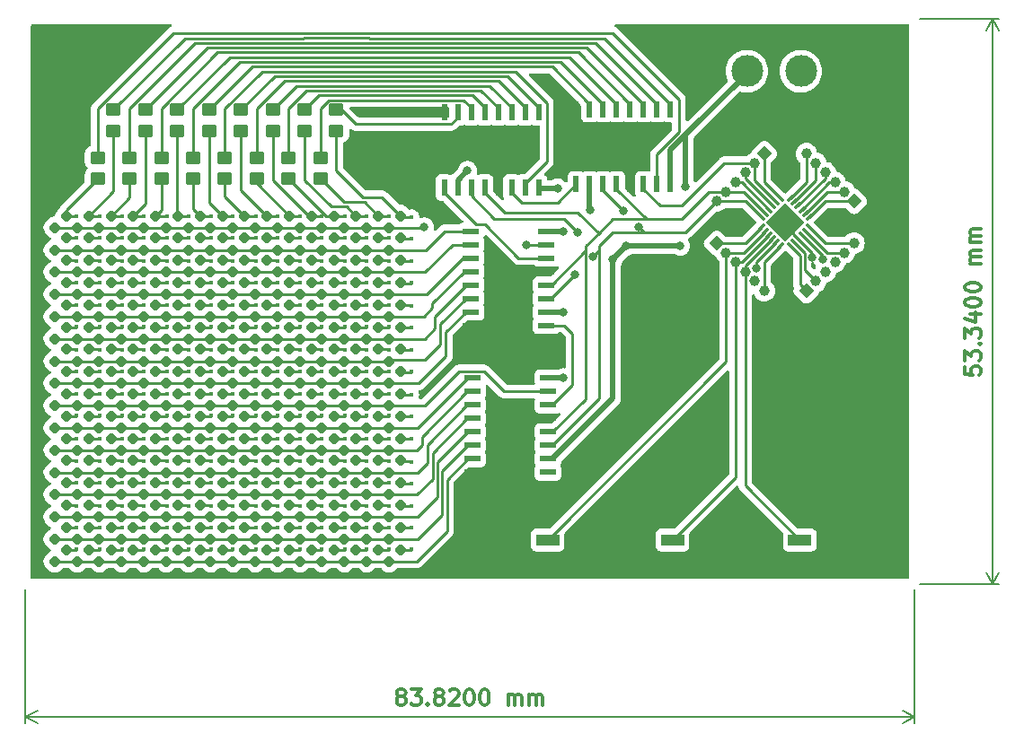
<source format=gbr>
%TF.GenerationSoftware,KiCad,Pcbnew,(6.0.5)*%
%TF.CreationDate,2022-07-14T17:11:25-07:00*%
%TF.ProjectId,PCBbuscard,50434262-7573-4636-9172-642e6b696361,rev?*%
%TF.SameCoordinates,Original*%
%TF.FileFunction,Copper,L1,Top*%
%TF.FilePolarity,Positive*%
%FSLAX46Y46*%
G04 Gerber Fmt 4.6, Leading zero omitted, Abs format (unit mm)*
G04 Created by KiCad (PCBNEW (6.0.5)) date 2022-07-14 17:11:25*
%MOMM*%
%LPD*%
G01*
G04 APERTURE LIST*
G04 Aperture macros list*
%AMRoundRect*
0 Rectangle with rounded corners*
0 $1 Rounding radius*
0 $2 $3 $4 $5 $6 $7 $8 $9 X,Y pos of 4 corners*
0 Add a 4 corners polygon primitive as box body*
4,1,4,$2,$3,$4,$5,$6,$7,$8,$9,$2,$3,0*
0 Add four circle primitives for the rounded corners*
1,1,$1+$1,$2,$3*
1,1,$1+$1,$4,$5*
1,1,$1+$1,$6,$7*
1,1,$1+$1,$8,$9*
0 Add four rect primitives between the rounded corners*
20,1,$1+$1,$2,$3,$4,$5,0*
20,1,$1+$1,$4,$5,$6,$7,0*
20,1,$1+$1,$6,$7,$8,$9,0*
20,1,$1+$1,$8,$9,$2,$3,0*%
%AMHorizOval*
0 Thick line with rounded ends*
0 $1 width*
0 $2 $3 position (X,Y) of the first rounded end (center of the circle)*
0 $4 $5 position (X,Y) of the second rounded end (center of the circle)*
0 Add line between two ends*
20,1,$1,$2,$3,$4,$5,0*
0 Add two circle primitives to create the rounded ends*
1,1,$1,$2,$3*
1,1,$1,$4,$5*%
%AMRotRect*
0 Rectangle, with rotation*
0 The origin of the aperture is its center*
0 $1 length*
0 $2 width*
0 $3 Rotation angle, in degrees counterclockwise*
0 Add horizontal line*
21,1,$1,$2,0,0,$3*%
G04 Aperture macros list end*
%ADD10C,0.300000*%
%TA.AperFunction,NonConductor*%
%ADD11C,0.300000*%
%TD*%
%TA.AperFunction,NonConductor*%
%ADD12C,0.200000*%
%TD*%
%TA.AperFunction,ComponentPad*%
%ADD13C,3.000000*%
%TD*%
%TA.AperFunction,SMDPad,CuDef*%
%ADD14RoundRect,0.218750X0.026517X-0.335876X0.335876X-0.026517X-0.026517X0.335876X-0.335876X0.026517X0*%
%TD*%
%TA.AperFunction,SMDPad,CuDef*%
%ADD15R,2.160000X1.120000*%
%TD*%
%TA.AperFunction,SMDPad,CuDef*%
%ADD16RoundRect,0.250000X-0.450000X0.350000X-0.450000X-0.350000X0.450000X-0.350000X0.450000X0.350000X0*%
%TD*%
%TA.AperFunction,SMDPad,CuDef*%
%ADD17R,1.500000X0.600000*%
%TD*%
%TA.AperFunction,SMDPad,CuDef*%
%ADD18R,0.600000X1.500000*%
%TD*%
%TA.AperFunction,ComponentPad*%
%ADD19RotRect,1.000000X1.000000X45.000000*%
%TD*%
%TA.AperFunction,ComponentPad*%
%ADD20HorizOval,1.000000X0.000000X0.000000X0.000000X0.000000X0*%
%TD*%
%TA.AperFunction,ComponentPad*%
%ADD21RotRect,1.000000X1.000000X315.000000*%
%TD*%
%TA.AperFunction,ComponentPad*%
%ADD22HorizOval,1.000000X0.000000X0.000000X0.000000X0.000000X0*%
%TD*%
%TA.AperFunction,ComponentPad*%
%ADD23RotRect,1.000000X1.000000X135.000000*%
%TD*%
%TA.AperFunction,ComponentPad*%
%ADD24HorizOval,1.000000X0.000000X0.000000X0.000000X0.000000X0*%
%TD*%
%TA.AperFunction,SMDPad,CuDef*%
%ADD25RoundRect,0.062500X0.291682X-0.203293X-0.203293X0.291682X-0.291682X0.203293X0.203293X-0.291682X0*%
%TD*%
%TA.AperFunction,SMDPad,CuDef*%
%ADD26RoundRect,0.062500X0.291682X0.203293X0.203293X0.291682X-0.291682X-0.203293X-0.203293X-0.291682X0*%
%TD*%
%TA.AperFunction,ComponentPad*%
%ADD27C,0.500000*%
%TD*%
%TA.AperFunction,SMDPad,CuDef*%
%ADD28RotRect,2.600000X2.600000X135.000000*%
%TD*%
%TA.AperFunction,ComponentPad*%
%ADD29RotRect,1.000000X1.000000X225.000000*%
%TD*%
%TA.AperFunction,ComponentPad*%
%ADD30HorizOval,1.000000X0.000000X0.000000X0.000000X0.000000X0*%
%TD*%
%TA.AperFunction,ViaPad*%
%ADD31C,0.400000*%
%TD*%
%TA.AperFunction,ViaPad*%
%ADD32C,0.800000*%
%TD*%
%TA.AperFunction,Conductor*%
%ADD33C,0.250000*%
%TD*%
%TA.AperFunction,Conductor*%
%ADD34C,0.500000*%
%TD*%
G04 APERTURE END LIST*
D10*
D11*
X191942571Y-106637814D02*
X191942571Y-107352099D01*
X192656857Y-107423528D01*
X192585428Y-107352099D01*
X192514000Y-107209242D01*
X192514000Y-106852099D01*
X192585428Y-106709242D01*
X192656857Y-106637814D01*
X192799714Y-106566385D01*
X193156857Y-106566385D01*
X193299714Y-106637814D01*
X193371142Y-106709242D01*
X193442571Y-106852099D01*
X193442571Y-107209242D01*
X193371142Y-107352099D01*
X193299714Y-107423528D01*
X191942571Y-106066385D02*
X191942571Y-105137814D01*
X192514000Y-105637814D01*
X192514000Y-105423528D01*
X192585428Y-105280671D01*
X192656857Y-105209242D01*
X192799714Y-105137814D01*
X193156857Y-105137814D01*
X193299714Y-105209242D01*
X193371142Y-105280671D01*
X193442571Y-105423528D01*
X193442571Y-105852099D01*
X193371142Y-105994957D01*
X193299714Y-106066385D01*
X193299714Y-104494957D02*
X193371142Y-104423528D01*
X193442571Y-104494957D01*
X193371142Y-104566385D01*
X193299714Y-104494957D01*
X193442571Y-104494957D01*
X191942571Y-103923528D02*
X191942571Y-102994957D01*
X192514000Y-103494957D01*
X192514000Y-103280671D01*
X192585428Y-103137814D01*
X192656857Y-103066385D01*
X192799714Y-102994957D01*
X193156857Y-102994957D01*
X193299714Y-103066385D01*
X193371142Y-103137814D01*
X193442571Y-103280671D01*
X193442571Y-103709242D01*
X193371142Y-103852099D01*
X193299714Y-103923528D01*
X192442571Y-101709242D02*
X193442571Y-101709242D01*
X191871142Y-102066385D02*
X192942571Y-102423528D01*
X192942571Y-101494957D01*
X191942571Y-100637814D02*
X191942571Y-100494957D01*
X192014000Y-100352099D01*
X192085428Y-100280671D01*
X192228285Y-100209242D01*
X192514000Y-100137814D01*
X192871142Y-100137814D01*
X193156857Y-100209242D01*
X193299714Y-100280671D01*
X193371142Y-100352099D01*
X193442571Y-100494957D01*
X193442571Y-100637814D01*
X193371142Y-100780671D01*
X193299714Y-100852099D01*
X193156857Y-100923528D01*
X192871142Y-100994957D01*
X192514000Y-100994957D01*
X192228285Y-100923528D01*
X192085428Y-100852099D01*
X192014000Y-100780671D01*
X191942571Y-100637814D01*
X191942571Y-99209242D02*
X191942571Y-99066385D01*
X192014000Y-98923528D01*
X192085428Y-98852099D01*
X192228285Y-98780671D01*
X192514000Y-98709242D01*
X192871142Y-98709242D01*
X193156857Y-98780671D01*
X193299714Y-98852099D01*
X193371142Y-98923528D01*
X193442571Y-99066385D01*
X193442571Y-99209242D01*
X193371142Y-99352099D01*
X193299714Y-99423528D01*
X193156857Y-99494957D01*
X192871142Y-99566385D01*
X192514000Y-99566385D01*
X192228285Y-99494957D01*
X192085428Y-99423528D01*
X192014000Y-99352099D01*
X191942571Y-99209242D01*
X193442571Y-96923528D02*
X192442571Y-96923528D01*
X192585428Y-96923528D02*
X192514000Y-96852099D01*
X192442571Y-96709242D01*
X192442571Y-96494957D01*
X192514000Y-96352099D01*
X192656857Y-96280671D01*
X193442571Y-96280671D01*
X192656857Y-96280671D02*
X192514000Y-96209242D01*
X192442571Y-96066385D01*
X192442571Y-95852099D01*
X192514000Y-95709242D01*
X192656857Y-95637814D01*
X193442571Y-95637814D01*
X193442571Y-94923528D02*
X192442571Y-94923528D01*
X192585428Y-94923528D02*
X192514000Y-94852099D01*
X192442571Y-94709242D01*
X192442571Y-94494957D01*
X192514000Y-94352099D01*
X192656857Y-94280671D01*
X193442571Y-94280671D01*
X192656857Y-94280671D02*
X192514000Y-94209242D01*
X192442571Y-94066385D01*
X192442571Y-93852099D01*
X192514000Y-93709242D01*
X192656857Y-93637814D01*
X193442571Y-93637814D01*
D12*
X187695100Y-127164956D02*
X195150420Y-127164956D01*
X187695100Y-73824957D02*
X195150420Y-73824957D01*
X194564000Y-127164956D02*
X194564000Y-73824957D01*
X194564000Y-127164956D02*
X194564000Y-73824957D01*
X194564000Y-127164956D02*
X195150421Y-126038452D01*
X194564000Y-127164956D02*
X193977579Y-126038452D01*
X194564000Y-73824957D02*
X193977579Y-74951461D01*
X194564000Y-73824957D02*
X195150421Y-74951461D01*
D10*
D11*
X138642243Y-137721428D02*
X138499386Y-137650000D01*
X138427958Y-137578571D01*
X138356529Y-137435714D01*
X138356529Y-137364285D01*
X138427958Y-137221428D01*
X138499386Y-137150000D01*
X138642243Y-137078571D01*
X138927958Y-137078571D01*
X139070815Y-137150000D01*
X139142243Y-137221428D01*
X139213672Y-137364285D01*
X139213672Y-137435714D01*
X139142243Y-137578571D01*
X139070815Y-137650000D01*
X138927958Y-137721428D01*
X138642243Y-137721428D01*
X138499386Y-137792857D01*
X138427958Y-137864285D01*
X138356529Y-138007143D01*
X138356529Y-138292857D01*
X138427958Y-138435714D01*
X138499386Y-138507143D01*
X138642243Y-138578571D01*
X138927958Y-138578571D01*
X139070815Y-138507143D01*
X139142243Y-138435714D01*
X139213672Y-138292857D01*
X139213672Y-138007143D01*
X139142243Y-137864285D01*
X139070815Y-137792857D01*
X138927958Y-137721428D01*
X139713672Y-137078571D02*
X140642243Y-137078571D01*
X140142243Y-137650000D01*
X140356529Y-137650000D01*
X140499386Y-137721428D01*
X140570815Y-137792857D01*
X140642243Y-137935714D01*
X140642243Y-138292857D01*
X140570815Y-138435714D01*
X140499386Y-138507142D01*
X140356529Y-138578571D01*
X139927958Y-138578571D01*
X139785101Y-138507142D01*
X139713672Y-138435714D01*
X141285101Y-138435714D02*
X141356529Y-138507142D01*
X141285101Y-138578571D01*
X141213672Y-138507142D01*
X141285101Y-138435714D01*
X141285101Y-138578571D01*
X142213672Y-137721428D02*
X142070815Y-137650000D01*
X141999386Y-137578571D01*
X141927958Y-137435714D01*
X141927958Y-137364285D01*
X141999386Y-137221428D01*
X142070815Y-137150000D01*
X142213672Y-137078571D01*
X142499386Y-137078571D01*
X142642243Y-137150000D01*
X142713672Y-137221428D01*
X142785100Y-137364285D01*
X142785100Y-137435714D01*
X142713672Y-137578571D01*
X142642243Y-137650000D01*
X142499386Y-137721428D01*
X142213672Y-137721428D01*
X142070815Y-137792857D01*
X141999386Y-137864285D01*
X141927958Y-138007142D01*
X141927958Y-138292857D01*
X141999386Y-138435714D01*
X142070815Y-138507142D01*
X142213672Y-138578571D01*
X142499386Y-138578571D01*
X142642243Y-138507142D01*
X142713672Y-138435714D01*
X142785101Y-138292857D01*
X142785101Y-138007142D01*
X142713672Y-137864285D01*
X142642243Y-137792857D01*
X142499386Y-137721428D01*
X143356529Y-137221428D02*
X143427958Y-137150000D01*
X143570815Y-137078571D01*
X143927958Y-137078571D01*
X144070815Y-137150000D01*
X144142243Y-137221428D01*
X144213672Y-137364285D01*
X144213672Y-137507142D01*
X144142243Y-137721428D01*
X143285101Y-138578571D01*
X144213672Y-138578571D01*
X145142243Y-137078571D02*
X145285100Y-137078571D01*
X145427958Y-137149999D01*
X145499386Y-137221428D01*
X145570815Y-137364285D01*
X145642243Y-137649999D01*
X145642243Y-138007142D01*
X145570815Y-138292857D01*
X145499386Y-138435714D01*
X145427958Y-138507142D01*
X145285101Y-138578571D01*
X145142243Y-138578571D01*
X144999386Y-138507142D01*
X144927958Y-138435714D01*
X144856529Y-138292857D01*
X144785101Y-138007142D01*
X144785100Y-137650000D01*
X144856529Y-137364285D01*
X144927958Y-137221428D01*
X144999386Y-137150000D01*
X145142243Y-137078571D01*
X146570815Y-137078571D02*
X146713672Y-137078571D01*
X146856529Y-137149999D01*
X146927958Y-137221428D01*
X146999386Y-137364285D01*
X147070815Y-137649999D01*
X147070815Y-138007142D01*
X146999386Y-138292857D01*
X146927958Y-138435714D01*
X146856529Y-138507142D01*
X146713672Y-138578571D01*
X146570815Y-138578571D01*
X146427958Y-138507142D01*
X146356529Y-138435714D01*
X146285101Y-138292857D01*
X146213672Y-138007142D01*
X146213672Y-137649999D01*
X146285100Y-137364285D01*
X146356529Y-137221428D01*
X146427958Y-137149999D01*
X146570815Y-137078571D01*
X148856529Y-138578571D02*
X148856529Y-137578571D01*
X148856529Y-137721428D02*
X148927958Y-137649999D01*
X149070815Y-137578571D01*
X149285100Y-137578571D01*
X149427958Y-137649999D01*
X149499386Y-137792857D01*
X149499386Y-138578571D01*
X149499386Y-137792857D02*
X149570815Y-137649999D01*
X149713672Y-137578571D01*
X149927958Y-137578571D01*
X150070815Y-137649999D01*
X150142243Y-137792857D01*
X150142243Y-138578571D01*
X150856529Y-138578571D02*
X150856529Y-137578571D01*
X150856529Y-137721428D02*
X150927958Y-137649999D01*
X151070815Y-137578571D01*
X151285100Y-137578571D01*
X151427958Y-137649999D01*
X151499386Y-137792856D01*
X151499386Y-138578571D01*
X151499386Y-137792856D02*
X151570815Y-137649999D01*
X151713672Y-137578571D01*
X151927958Y-137578571D01*
X152070815Y-137649999D01*
X152142243Y-137792856D01*
X152142243Y-138578571D01*
D12*
X103375103Y-127664958D02*
X103375103Y-140286421D01*
X187195100Y-127664956D02*
X187195100Y-140286419D01*
X103375103Y-139700001D02*
X187195100Y-139699999D01*
X103375103Y-139700001D02*
X187195100Y-139699999D01*
X103375103Y-139700001D02*
X104501607Y-140286422D01*
X103375103Y-139700001D02*
X104501607Y-139113580D01*
X187195100Y-139699999D02*
X186068596Y-139113578D01*
X187195100Y-139699999D02*
X186068596Y-140286420D01*
D13*
%TO.P,TP1,1,1*%
%TO.N,VCC*%
X171380000Y-78750000D03*
%TD*%
%TO.P,TP2,1,1*%
%TO.N,GND*%
X166300000Y-78750000D03*
%TD*%
%TO.P,TP3,1,1*%
%TO.N,Net-(TP3-Pad1)*%
X176460000Y-78750000D03*
%TD*%
D14*
%TO.P,D190,1,K*%
%TO.N,/S5*%
X133423153Y-116616847D03*
%TO.P,D190,2,A*%
%TO.N,Net-(D110-Pad2)*%
X134536847Y-115503153D03*
%TD*%
%TO.P,D7,1,K*%
%TO.N,/S16*%
X118723153Y-93516847D03*
%TO.P,D7,2,A*%
%TO.N,Net-(D103-Pad2)*%
X119836847Y-92403153D03*
%TD*%
%TO.P,D32,1,K*%
%TO.N,/S15*%
X137623153Y-95616847D03*
%TO.P,D32,2,A*%
%TO.N,Net-(D112-Pad2)*%
X138736847Y-94503153D03*
%TD*%
D15*
%TO.P,SW1,1,1*%
%TO.N,/PC3*%
X152590000Y-123000000D03*
%TO.P,SW1,2,2*%
%TO.N,GND*%
X145860000Y-123000000D03*
%TD*%
D14*
%TO.P,D69,1,K*%
%TO.N,/S12*%
X114523153Y-101916847D03*
%TO.P,D69,2,A*%
%TO.N,Net-(D101-Pad2)*%
X115636847Y-100803153D03*
%TD*%
%TO.P,D36,1,K*%
%TO.N,/S14*%
X112423153Y-97716847D03*
%TO.P,D36,2,A*%
%TO.N,Net-(D100-Pad2)*%
X113536847Y-96603153D03*
%TD*%
%TO.P,D129,1,K*%
%TO.N,/S8*%
X106123153Y-110316847D03*
%TO.P,D129,2,A*%
%TO.N,Net-(D1-Pad2)*%
X107236847Y-109203153D03*
%TD*%
%TO.P,D155,1,K*%
%TO.N,/S7*%
X127123153Y-112416847D03*
%TO.P,D155,2,A*%
%TO.N,Net-(D107-Pad2)*%
X128236847Y-111303153D03*
%TD*%
%TO.P,D132,1,K*%
%TO.N,/S8*%
X112423153Y-110316847D03*
%TO.P,D132,2,A*%
%TO.N,Net-(D100-Pad2)*%
X113536847Y-109203153D03*
%TD*%
%TO.P,D227,1,K*%
%TO.N,/S2*%
X110323153Y-122916847D03*
%TO.P,D227,2,A*%
%TO.N,Net-(D115-Pad2)*%
X111436847Y-121803153D03*
%TD*%
%TO.P,D28,1,K*%
%TO.N,/S15*%
X129223153Y-95616847D03*
%TO.P,D28,2,A*%
%TO.N,Net-(D108-Pad2)*%
X130336847Y-94503153D03*
%TD*%
%TO.P,D58,1,K*%
%TO.N,/S13*%
X125023153Y-99816847D03*
%TO.P,D58,2,A*%
%TO.N,Net-(D10-Pad2)*%
X126136847Y-98703153D03*
%TD*%
D16*
%TO.P,R12,1*%
%TO.N,/T5*%
X116175001Y-86900000D03*
%TO.P,R12,2*%
%TO.N,Net-(D101-Pad2)*%
X116175001Y-88900000D03*
%TD*%
D14*
%TO.P,D181,1,K*%
%TO.N,/S5*%
X114523153Y-116616847D03*
%TO.P,D181,2,A*%
%TO.N,Net-(D101-Pad2)*%
X115636847Y-115503153D03*
%TD*%
%TO.P,D163,1,K*%
%TO.N,/S6*%
X110323153Y-114516847D03*
%TO.P,D163,2,A*%
%TO.N,Net-(D115-Pad2)*%
X111436847Y-113403153D03*
%TD*%
%TO.P,D204,1,K*%
%TO.N,/S4*%
X129223153Y-118716847D03*
%TO.P,D204,2,A*%
%TO.N,Net-(D108-Pad2)*%
X130336847Y-117603153D03*
%TD*%
%TO.P,D235,1,K*%
%TO.N,/S2*%
X127123153Y-122916847D03*
%TO.P,D235,2,A*%
%TO.N,Net-(D107-Pad2)*%
X128236847Y-121803153D03*
%TD*%
%TO.P,D11,1,K*%
%TO.N,/S16*%
X127123153Y-93516847D03*
%TO.P,D11,2,A*%
%TO.N,Net-(D107-Pad2)*%
X128236847Y-92403153D03*
%TD*%
%TO.P,D164,1,K*%
%TO.N,/S6*%
X112423153Y-114516847D03*
%TO.P,D164,2,A*%
%TO.N,Net-(D100-Pad2)*%
X113536847Y-113403153D03*
%TD*%
%TO.P,D84,1,K*%
%TO.N,/S11*%
X112423153Y-104016847D03*
%TO.P,D84,2,A*%
%TO.N,Net-(D100-Pad2)*%
X113536847Y-102903153D03*
%TD*%
%TO.P,D38,1,K*%
%TO.N,/S14*%
X116623153Y-97716847D03*
%TO.P,D38,2,A*%
%TO.N,Net-(D102-Pad2)*%
X117736847Y-96603153D03*
%TD*%
%TO.P,D225,1,K*%
%TO.N,/S2*%
X106123153Y-122916847D03*
%TO.P,D225,2,A*%
%TO.N,Net-(D1-Pad2)*%
X107236847Y-121803153D03*
%TD*%
%TO.P,D186,1,K*%
%TO.N,/S5*%
X125023153Y-116616847D03*
%TO.P,D186,2,A*%
%TO.N,Net-(D10-Pad2)*%
X126136847Y-115503153D03*
%TD*%
%TO.P,D191,1,K*%
%TO.N,/S5*%
X135523153Y-116616847D03*
%TO.P,D191,2,A*%
%TO.N,Net-(D111-Pad2)*%
X136636847Y-115503153D03*
%TD*%
%TO.P,D1,1,K*%
%TO.N,/S16*%
X106123153Y-93516847D03*
%TO.P,D1,2,A*%
%TO.N,Net-(D1-Pad2)*%
X107236847Y-92403153D03*
%TD*%
%TO.P,D120,1,K*%
%TO.N,/S9*%
X120823153Y-108216847D03*
%TO.P,D120,2,A*%
%TO.N,Net-(D104-Pad2)*%
X121936847Y-107103153D03*
%TD*%
%TO.P,D18,1,K*%
%TO.N,/S15*%
X108223153Y-95616847D03*
%TO.P,D18,2,A*%
%TO.N,Net-(D114-Pad2)*%
X109336847Y-94503153D03*
%TD*%
D17*
%TO.P,U4,1,QB*%
%TO.N,/S7*%
X145525000Y-107705000D03*
%TO.P,U4,2,QC*%
%TO.N,/S6*%
X145525000Y-108975000D03*
%TO.P,U4,3,QD*%
%TO.N,/S5*%
X145525000Y-110245000D03*
%TO.P,U4,4,QE*%
%TO.N,/S4*%
X145525000Y-111515000D03*
%TO.P,U4,5,QF*%
%TO.N,/S3*%
X145525000Y-112785000D03*
%TO.P,U4,6,QG*%
%TO.N,/S2*%
X145525000Y-114055000D03*
%TO.P,U4,7,QH*%
%TO.N,/S1*%
X145525000Y-115325000D03*
%TO.P,U4,8,GND*%
%TO.N,GND*%
X145525000Y-116595000D03*
%TO.P,U4,9,QH'*%
%TO.N,unconnected-(U4-Pad9)*%
X152625000Y-116595000D03*
%TO.P,U4,10,~{SRCLR}*%
%TO.N,VCC*%
X152625000Y-115325000D03*
%TO.P,U4,11,SRCLK*%
%TO.N,/PC1*%
X152625000Y-114055000D03*
%TO.P,U4,12,RCLK*%
%TO.N,/PC0*%
X152625000Y-112785000D03*
%TO.P,U4,13,~{OE}*%
%TO.N,GND*%
X152625000Y-111515000D03*
%TO.P,U4,14,SER*%
%TO.N,Net-(U3-Pad9)*%
X152625000Y-110245000D03*
%TO.P,U4,15,QA*%
%TO.N,/S8*%
X152625000Y-108975000D03*
%TO.P,U4,16,VCC*%
%TO.N,VCC*%
X152625000Y-107705000D03*
%TD*%
D14*
%TO.P,D184,1,K*%
%TO.N,/S5*%
X120823153Y-116616847D03*
%TO.P,D184,2,A*%
%TO.N,Net-(D104-Pad2)*%
X121936847Y-115503153D03*
%TD*%
%TO.P,D171,1,K*%
%TO.N,/S6*%
X127123153Y-114516847D03*
%TO.P,D171,2,A*%
%TO.N,Net-(D107-Pad2)*%
X128236847Y-113403153D03*
%TD*%
%TO.P,D65,1,K*%
%TO.N,/S12*%
X106123153Y-101916847D03*
%TO.P,D65,2,A*%
%TO.N,Net-(D1-Pad2)*%
X107236847Y-100803153D03*
%TD*%
%TO.P,D26,1,K*%
%TO.N,/S15*%
X125023153Y-95616847D03*
%TO.P,D26,2,A*%
%TO.N,Net-(D10-Pad2)*%
X126136847Y-94503153D03*
%TD*%
%TO.P,D57,1,K*%
%TO.N,/S13*%
X122923153Y-99816847D03*
%TO.P,D57,2,A*%
%TO.N,Net-(D105-Pad2)*%
X124036847Y-98703153D03*
%TD*%
%TO.P,D195,1,K*%
%TO.N,/S4*%
X110323153Y-118716847D03*
%TO.P,D195,2,A*%
%TO.N,Net-(D115-Pad2)*%
X111436847Y-117603153D03*
%TD*%
%TO.P,D97,1,K*%
%TO.N,/S10*%
X106123153Y-106116847D03*
%TO.P,D97,2,A*%
%TO.N,Net-(D1-Pad2)*%
X107236847Y-105003153D03*
%TD*%
%TO.P,D168,1,K*%
%TO.N,/S6*%
X120823153Y-114516847D03*
%TO.P,D168,2,A*%
%TO.N,Net-(D104-Pad2)*%
X121936847Y-113403153D03*
%TD*%
%TO.P,D179,1,K*%
%TO.N,/S5*%
X110323153Y-116616847D03*
%TO.P,D179,2,A*%
%TO.N,Net-(D115-Pad2)*%
X111436847Y-115503153D03*
%TD*%
%TO.P,D72,1,K*%
%TO.N,/S12*%
X120823153Y-101916847D03*
%TO.P,D72,2,A*%
%TO.N,Net-(D104-Pad2)*%
X121936847Y-100803153D03*
%TD*%
%TO.P,D220,1,K*%
%TO.N,/S3*%
X129223153Y-120816847D03*
%TO.P,D220,2,A*%
%TO.N,Net-(D108-Pad2)*%
X130336847Y-119703153D03*
%TD*%
%TO.P,D143,1,K*%
%TO.N,/S8*%
X135523153Y-110316847D03*
%TO.P,D143,2,A*%
%TO.N,Net-(D111-Pad2)*%
X136636847Y-109203153D03*
%TD*%
%TO.P,D8,1,K*%
%TO.N,/S16*%
X120823153Y-93516847D03*
%TO.P,D8,2,A*%
%TO.N,Net-(D104-Pad2)*%
X121936847Y-92403153D03*
%TD*%
%TO.P,D112,1,K*%
%TO.N,/S10*%
X137623153Y-106116847D03*
%TO.P,D112,2,A*%
%TO.N,Net-(D112-Pad2)*%
X138736847Y-105003153D03*
%TD*%
%TO.P,D255,1,K*%
%TO.N,/S1*%
X135523153Y-125016847D03*
%TO.P,D255,2,A*%
%TO.N,Net-(D111-Pad2)*%
X136636847Y-123903153D03*
%TD*%
%TO.P,D252,1,K*%
%TO.N,/S1*%
X129223153Y-125016847D03*
%TO.P,D252,2,A*%
%TO.N,Net-(D108-Pad2)*%
X130336847Y-123903153D03*
%TD*%
%TO.P,D60,1,K*%
%TO.N,/S13*%
X129223153Y-99816847D03*
%TO.P,D60,2,A*%
%TO.N,Net-(D108-Pad2)*%
X130336847Y-98703153D03*
%TD*%
%TO.P,D165,1,K*%
%TO.N,/S6*%
X114523153Y-114516847D03*
%TO.P,D165,2,A*%
%TO.N,Net-(D101-Pad2)*%
X115636847Y-113403153D03*
%TD*%
%TO.P,D148,1,K*%
%TO.N,/S7*%
X112423153Y-112416847D03*
%TO.P,D148,2,A*%
%TO.N,Net-(D100-Pad2)*%
X113536847Y-111303153D03*
%TD*%
%TO.P,D35,1,K*%
%TO.N,/S14*%
X110323153Y-97716847D03*
%TO.P,D35,2,A*%
%TO.N,Net-(D115-Pad2)*%
X111436847Y-96603153D03*
%TD*%
%TO.P,D210,1,K*%
%TO.N,/S3*%
X108223153Y-120816847D03*
%TO.P,D210,2,A*%
%TO.N,Net-(D114-Pad2)*%
X109336847Y-119703153D03*
%TD*%
%TO.P,D152,1,K*%
%TO.N,/S7*%
X120823153Y-112416847D03*
%TO.P,D152,2,A*%
%TO.N,Net-(D104-Pad2)*%
X121936847Y-111303153D03*
%TD*%
%TO.P,D105,1,K*%
%TO.N,/S10*%
X122923153Y-106116847D03*
%TO.P,D105,2,A*%
%TO.N,Net-(D105-Pad2)*%
X124036847Y-105003153D03*
%TD*%
%TO.P,D150,1,K*%
%TO.N,/S7*%
X116623153Y-112416847D03*
%TO.P,D150,2,A*%
%TO.N,Net-(D102-Pad2)*%
X117736847Y-111303153D03*
%TD*%
%TO.P,D228,1,K*%
%TO.N,/S2*%
X112423153Y-122916847D03*
%TO.P,D228,2,A*%
%TO.N,Net-(D100-Pad2)*%
X113536847Y-121803153D03*
%TD*%
%TO.P,D238,1,K*%
%TO.N,/S2*%
X133423153Y-122916847D03*
%TO.P,D238,2,A*%
%TO.N,Net-(D110-Pad2)*%
X134536847Y-121803153D03*
%TD*%
%TO.P,D153,1,K*%
%TO.N,/S7*%
X122923153Y-112416847D03*
%TO.P,D153,2,A*%
%TO.N,Net-(D105-Pad2)*%
X124036847Y-111303153D03*
%TD*%
%TO.P,D248,1,K*%
%TO.N,/S1*%
X120823153Y-125016847D03*
%TO.P,D248,2,A*%
%TO.N,Net-(D104-Pad2)*%
X121936847Y-123903153D03*
%TD*%
%TO.P,D200,1,K*%
%TO.N,/S4*%
X120823153Y-118716847D03*
%TO.P,D200,2,A*%
%TO.N,Net-(D104-Pad2)*%
X121936847Y-117603153D03*
%TD*%
%TO.P,D250,1,K*%
%TO.N,/S1*%
X125023153Y-125016847D03*
%TO.P,D250,2,A*%
%TO.N,Net-(D10-Pad2)*%
X126136847Y-123903153D03*
%TD*%
%TO.P,D211,1,K*%
%TO.N,/S3*%
X110323153Y-120816847D03*
%TO.P,D211,2,A*%
%TO.N,Net-(D115-Pad2)*%
X111436847Y-119703153D03*
%TD*%
D16*
%TO.P,R7,1*%
%TO.N,/T10*%
X123675000Y-82400000D03*
%TO.P,R7,2*%
%TO.N,Net-(D10-Pad2)*%
X123675000Y-84400000D03*
%TD*%
D14*
%TO.P,D182,1,K*%
%TO.N,/S5*%
X116623153Y-116616847D03*
%TO.P,D182,2,A*%
%TO.N,Net-(D102-Pad2)*%
X117736847Y-115503153D03*
%TD*%
%TO.P,D122,1,K*%
%TO.N,/S9*%
X125023153Y-108216847D03*
%TO.P,D122,2,A*%
%TO.N,Net-(D10-Pad2)*%
X126136847Y-107103153D03*
%TD*%
D15*
%TO.P,SW3,1,1*%
%TO.N,/PC5*%
X176365000Y-123000000D03*
%TO.P,SW3,2,2*%
%TO.N,GND*%
X169635000Y-123000000D03*
%TD*%
D14*
%TO.P,D128,1,K*%
%TO.N,/S9*%
X137623153Y-108216847D03*
%TO.P,D128,2,A*%
%TO.N,Net-(D112-Pad2)*%
X138736847Y-107103153D03*
%TD*%
%TO.P,D202,1,K*%
%TO.N,/S4*%
X125023153Y-118716847D03*
%TO.P,D202,2,A*%
%TO.N,Net-(D10-Pad2)*%
X126136847Y-117603153D03*
%TD*%
%TO.P,D223,1,K*%
%TO.N,/S3*%
X135523153Y-120816847D03*
%TO.P,D223,2,A*%
%TO.N,Net-(D111-Pad2)*%
X136636847Y-119703153D03*
%TD*%
%TO.P,D208,1,K*%
%TO.N,/S4*%
X137623153Y-118716847D03*
%TO.P,D208,2,A*%
%TO.N,Net-(D112-Pad2)*%
X138736847Y-117603153D03*
%TD*%
%TO.P,D6,1,K*%
%TO.N,/S16*%
X116623153Y-93516847D03*
%TO.P,D6,2,A*%
%TO.N,Net-(D102-Pad2)*%
X117736847Y-92403153D03*
%TD*%
%TO.P,D149,1,K*%
%TO.N,/S7*%
X114523153Y-112416847D03*
%TO.P,D149,2,A*%
%TO.N,Net-(D101-Pad2)*%
X115636847Y-111303153D03*
%TD*%
%TO.P,D2,1,K*%
%TO.N,/S16*%
X108223153Y-93516847D03*
%TO.P,D2,2,A*%
%TO.N,Net-(D114-Pad2)*%
X109336847Y-92403153D03*
%TD*%
%TO.P,D118,1,K*%
%TO.N,/S9*%
X116623153Y-108216847D03*
%TO.P,D118,2,A*%
%TO.N,Net-(D102-Pad2)*%
X117736847Y-107103153D03*
%TD*%
%TO.P,D70,1,K*%
%TO.N,/S12*%
X116623153Y-101916847D03*
%TO.P,D70,2,A*%
%TO.N,Net-(D102-Pad2)*%
X117736847Y-100803153D03*
%TD*%
%TO.P,D170,1,K*%
%TO.N,/S6*%
X125023153Y-114516847D03*
%TO.P,D170,2,A*%
%TO.N,Net-(D10-Pad2)*%
X126136847Y-113403153D03*
%TD*%
%TO.P,D131,1,K*%
%TO.N,/S8*%
X110323153Y-110316847D03*
%TO.P,D131,2,A*%
%TO.N,Net-(D115-Pad2)*%
X111436847Y-109203153D03*
%TD*%
%TO.P,D147,1,K*%
%TO.N,/S7*%
X110323153Y-112416847D03*
%TO.P,D147,2,A*%
%TO.N,Net-(D115-Pad2)*%
X111436847Y-111303153D03*
%TD*%
%TO.P,D61,2,A*%
%TO.N,Net-(D109-Pad2)*%
X132436847Y-98703153D03*
%TO.P,D61,1,K*%
%TO.N,/S13*%
X131323153Y-99816847D03*
%TD*%
%TO.P,D175,1,K*%
%TO.N,/S6*%
X135523153Y-114516847D03*
%TO.P,D175,2,A*%
%TO.N,Net-(D111-Pad2)*%
X136636847Y-113403153D03*
%TD*%
%TO.P,D139,1,K*%
%TO.N,/S8*%
X127123153Y-110316847D03*
%TO.P,D139,2,A*%
%TO.N,Net-(D107-Pad2)*%
X128236847Y-109203153D03*
%TD*%
%TO.P,D240,1,K*%
%TO.N,/S2*%
X137623153Y-122916847D03*
%TO.P,D240,2,A*%
%TO.N,Net-(D112-Pad2)*%
X138736847Y-121803153D03*
%TD*%
%TO.P,D127,1,K*%
%TO.N,/S9*%
X135523153Y-108216847D03*
%TO.P,D127,2,A*%
%TO.N,Net-(D111-Pad2)*%
X136636847Y-107103153D03*
%TD*%
%TO.P,D50,1,K*%
%TO.N,/S13*%
X108223153Y-99816847D03*
%TO.P,D50,2,A*%
%TO.N,Net-(D114-Pad2)*%
X109336847Y-98703153D03*
%TD*%
%TO.P,D205,2,A*%
%TO.N,Net-(D109-Pad2)*%
X132436847Y-117603153D03*
%TO.P,D205,1,K*%
%TO.N,/S4*%
X131323153Y-118716847D03*
%TD*%
%TO.P,D154,1,K*%
%TO.N,/S7*%
X125023153Y-112416847D03*
%TO.P,D154,2,A*%
%TO.N,Net-(D10-Pad2)*%
X126136847Y-111303153D03*
%TD*%
%TO.P,D90,1,K*%
%TO.N,/S11*%
X125023153Y-104016847D03*
%TO.P,D90,2,A*%
%TO.N,Net-(D10-Pad2)*%
X126136847Y-102903153D03*
%TD*%
%TO.P,D229,1,K*%
%TO.N,/S2*%
X114523153Y-122916847D03*
%TO.P,D229,2,A*%
%TO.N,Net-(D101-Pad2)*%
X115636847Y-121803153D03*
%TD*%
%TO.P,D16,1,K*%
%TO.N,/S16*%
X137623153Y-93516847D03*
%TO.P,D16,2,A*%
%TO.N,Net-(D112-Pad2)*%
X138736847Y-92403153D03*
%TD*%
%TO.P,D251,1,K*%
%TO.N,/S1*%
X127123153Y-125016847D03*
%TO.P,D251,2,A*%
%TO.N,Net-(D107-Pad2)*%
X128236847Y-123903153D03*
%TD*%
%TO.P,D41,1,K*%
%TO.N,/S14*%
X122923153Y-97716847D03*
%TO.P,D41,2,A*%
%TO.N,Net-(D105-Pad2)*%
X124036847Y-96603153D03*
%TD*%
%TO.P,D124,1,K*%
%TO.N,/S9*%
X129223153Y-108216847D03*
%TO.P,D124,2,A*%
%TO.N,Net-(D108-Pad2)*%
X130336847Y-107103153D03*
%TD*%
%TO.P,D3,1,K*%
%TO.N,/S16*%
X110323153Y-93516847D03*
%TO.P,D3,2,A*%
%TO.N,Net-(D115-Pad2)*%
X111436847Y-92403153D03*
%TD*%
%TO.P,D46,1,K*%
%TO.N,/S14*%
X133423153Y-97716847D03*
%TO.P,D46,2,A*%
%TO.N,Net-(D110-Pad2)*%
X134536847Y-96603153D03*
%TD*%
D16*
%TO.P,R2,1*%
%TO.N,/T15*%
X131175000Y-86900000D03*
%TO.P,R2,2*%
%TO.N,Net-(D111-Pad2)*%
X131175000Y-88900000D03*
%TD*%
D14*
%TO.P,D206,1,K*%
%TO.N,/S4*%
X133423153Y-118716847D03*
%TO.P,D206,2,A*%
%TO.N,Net-(D110-Pad2)*%
X134536847Y-117603153D03*
%TD*%
%TO.P,D162,1,K*%
%TO.N,/S6*%
X108223153Y-114516847D03*
%TO.P,D162,2,A*%
%TO.N,Net-(D114-Pad2)*%
X109336847Y-113403153D03*
%TD*%
%TO.P,D13,2,A*%
%TO.N,Net-(D109-Pad2)*%
X132436847Y-92403153D03*
%TO.P,D13,1,K*%
%TO.N,/S16*%
X131323153Y-93516847D03*
%TD*%
%TO.P,D207,1,K*%
%TO.N,/S4*%
X135523153Y-118716847D03*
%TO.P,D207,2,A*%
%TO.N,Net-(D111-Pad2)*%
X136636847Y-117603153D03*
%TD*%
%TO.P,D233,1,K*%
%TO.N,/S2*%
X122923153Y-122916847D03*
%TO.P,D233,2,A*%
%TO.N,Net-(D105-Pad2)*%
X124036847Y-121803153D03*
%TD*%
%TO.P,D103,1,K*%
%TO.N,/S10*%
X118723153Y-106116847D03*
%TO.P,D103,2,A*%
%TO.N,Net-(D103-Pad2)*%
X119836847Y-105003153D03*
%TD*%
%TO.P,D83,1,K*%
%TO.N,/S11*%
X110323153Y-104016847D03*
%TO.P,D83,2,A*%
%TO.N,Net-(D115-Pad2)*%
X111436847Y-102903153D03*
%TD*%
%TO.P,D29,2,A*%
%TO.N,Net-(D109-Pad2)*%
X132436847Y-94503153D03*
%TO.P,D29,1,K*%
%TO.N,/S15*%
X131323153Y-95616847D03*
%TD*%
%TO.P,D123,1,K*%
%TO.N,/S9*%
X127123153Y-108216847D03*
%TO.P,D123,2,A*%
%TO.N,Net-(D107-Pad2)*%
X128236847Y-107103153D03*
%TD*%
%TO.P,D55,1,K*%
%TO.N,/S13*%
X118723153Y-99816847D03*
%TO.P,D55,2,A*%
%TO.N,Net-(D103-Pad2)*%
X119836847Y-98703153D03*
%TD*%
%TO.P,D87,1,K*%
%TO.N,/S11*%
X118723153Y-104016847D03*
%TO.P,D87,2,A*%
%TO.N,Net-(D103-Pad2)*%
X119836847Y-102903153D03*
%TD*%
%TO.P,D231,1,K*%
%TO.N,/S2*%
X118723153Y-122916847D03*
%TO.P,D231,2,A*%
%TO.N,Net-(D103-Pad2)*%
X119836847Y-121803153D03*
%TD*%
%TO.P,D62,1,K*%
%TO.N,/S13*%
X133423153Y-99816847D03*
%TO.P,D62,2,A*%
%TO.N,Net-(D110-Pad2)*%
X134536847Y-98703153D03*
%TD*%
%TO.P,D116,1,K*%
%TO.N,/S9*%
X112423153Y-108216847D03*
%TO.P,D116,2,A*%
%TO.N,Net-(D100-Pad2)*%
X113536847Y-107103153D03*
%TD*%
%TO.P,D31,1,K*%
%TO.N,/S15*%
X135523153Y-95616847D03*
%TO.P,D31,2,A*%
%TO.N,Net-(D111-Pad2)*%
X136636847Y-94503153D03*
%TD*%
%TO.P,D88,1,K*%
%TO.N,/S11*%
X120823153Y-104016847D03*
%TO.P,D88,2,A*%
%TO.N,Net-(D104-Pad2)*%
X121936847Y-102903153D03*
%TD*%
%TO.P,D161,1,K*%
%TO.N,/S6*%
X106123153Y-114516847D03*
%TO.P,D161,2,A*%
%TO.N,Net-(D1-Pad2)*%
X107236847Y-113403153D03*
%TD*%
%TO.P,D85,1,K*%
%TO.N,/S11*%
X114523153Y-104016847D03*
%TO.P,D85,2,A*%
%TO.N,Net-(D101-Pad2)*%
X115636847Y-102903153D03*
%TD*%
%TO.P,D215,1,K*%
%TO.N,/S3*%
X118723153Y-120816847D03*
%TO.P,D215,2,A*%
%TO.N,Net-(D103-Pad2)*%
X119836847Y-119703153D03*
%TD*%
%TO.P,D203,1,K*%
%TO.N,/S4*%
X127123153Y-118716847D03*
%TO.P,D203,2,A*%
%TO.N,Net-(D107-Pad2)*%
X128236847Y-117603153D03*
%TD*%
%TO.P,D101,1,K*%
%TO.N,/S10*%
X114523153Y-106116847D03*
%TO.P,D101,2,A*%
%TO.N,Net-(D101-Pad2)*%
X115636847Y-105003153D03*
%TD*%
%TO.P,D10,1,K*%
%TO.N,/S16*%
X125023153Y-93516847D03*
%TO.P,D10,2,A*%
%TO.N,Net-(D10-Pad2)*%
X126136847Y-92403153D03*
%TD*%
%TO.P,D27,1,K*%
%TO.N,/S15*%
X127123153Y-95616847D03*
%TO.P,D27,2,A*%
%TO.N,Net-(D107-Pad2)*%
X128236847Y-94503153D03*
%TD*%
%TO.P,D114,1,K*%
%TO.N,/S9*%
X108223153Y-108216847D03*
%TO.P,D114,2,A*%
%TO.N,Net-(D114-Pad2)*%
X109336847Y-107103153D03*
%TD*%
%TO.P,D253,2,A*%
%TO.N,Net-(D109-Pad2)*%
X132436847Y-123903153D03*
%TO.P,D253,1,K*%
%TO.N,/S1*%
X131323153Y-125016847D03*
%TD*%
%TO.P,D82,1,K*%
%TO.N,/S11*%
X108223153Y-104016847D03*
%TO.P,D82,2,A*%
%TO.N,Net-(D114-Pad2)*%
X109336847Y-102903153D03*
%TD*%
%TO.P,D109,2,A*%
%TO.N,Net-(D109-Pad2)*%
X132436847Y-105003153D03*
%TO.P,D109,1,K*%
%TO.N,/S10*%
X131323153Y-106116847D03*
%TD*%
%TO.P,D236,1,K*%
%TO.N,/S2*%
X129223153Y-122916847D03*
%TO.P,D236,2,A*%
%TO.N,Net-(D108-Pad2)*%
X130336847Y-121803153D03*
%TD*%
%TO.P,D226,1,K*%
%TO.N,/S2*%
X108223153Y-122916847D03*
%TO.P,D226,2,A*%
%TO.N,Net-(D114-Pad2)*%
X109336847Y-121803153D03*
%TD*%
%TO.P,D232,1,K*%
%TO.N,/S2*%
X120823153Y-122916847D03*
%TO.P,D232,2,A*%
%TO.N,Net-(D104-Pad2)*%
X121936847Y-121803153D03*
%TD*%
%TO.P,D74,1,K*%
%TO.N,/S12*%
X125023153Y-101916847D03*
%TO.P,D74,2,A*%
%TO.N,Net-(D10-Pad2)*%
X126136847Y-100803153D03*
%TD*%
D16*
%TO.P,R9,1*%
%TO.N,/T8*%
X120675001Y-82400000D03*
%TO.P,R9,2*%
%TO.N,Net-(D104-Pad2)*%
X120675001Y-84400000D03*
%TD*%
D14*
%TO.P,D67,1,K*%
%TO.N,/S12*%
X110323153Y-101916847D03*
%TO.P,D67,2,A*%
%TO.N,Net-(D115-Pad2)*%
X111436847Y-100803153D03*
%TD*%
%TO.P,D33,1,K*%
%TO.N,/S14*%
X106123153Y-97716847D03*
%TO.P,D33,2,A*%
%TO.N,Net-(D1-Pad2)*%
X107236847Y-96603153D03*
%TD*%
%TO.P,D140,1,K*%
%TO.N,/S8*%
X129223153Y-110316847D03*
%TO.P,D140,2,A*%
%TO.N,Net-(D108-Pad2)*%
X130336847Y-109203153D03*
%TD*%
%TO.P,D71,1,K*%
%TO.N,/S12*%
X118723153Y-101916847D03*
%TO.P,D71,2,A*%
%TO.N,Net-(D103-Pad2)*%
X119836847Y-100803153D03*
%TD*%
%TO.P,D66,1,K*%
%TO.N,/S12*%
X108223153Y-101916847D03*
%TO.P,D66,2,A*%
%TO.N,Net-(D114-Pad2)*%
X109336847Y-100803153D03*
%TD*%
%TO.P,D104,1,K*%
%TO.N,/S10*%
X120823153Y-106116847D03*
%TO.P,D104,2,A*%
%TO.N,Net-(D104-Pad2)*%
X121936847Y-105003153D03*
%TD*%
%TO.P,D209,1,K*%
%TO.N,/S3*%
X106123153Y-120816847D03*
%TO.P,D209,2,A*%
%TO.N,Net-(D1-Pad2)*%
X107236847Y-119703153D03*
%TD*%
%TO.P,D78,1,K*%
%TO.N,/S12*%
X133423153Y-101916847D03*
%TO.P,D78,2,A*%
%TO.N,Net-(D110-Pad2)*%
X134536847Y-100803153D03*
%TD*%
D18*
%TO.P,U1,1,QB*%
%TO.N,/T2*%
X164170000Y-82325000D03*
%TO.P,U1,2,QC*%
%TO.N,/T3*%
X162900000Y-82325000D03*
%TO.P,U1,3,QD*%
%TO.N,/T4*%
X161630000Y-82325000D03*
%TO.P,U1,4,QE*%
%TO.N,/T5*%
X160360000Y-82325000D03*
%TO.P,U1,5,QF*%
%TO.N,/T6*%
X159090000Y-82325000D03*
%TO.P,U1,6,QG*%
%TO.N,/T7*%
X157820000Y-82325000D03*
%TO.P,U1,7,QH*%
%TO.N,/T8*%
X156550000Y-82325000D03*
%TO.P,U1,8,GND*%
%TO.N,GND*%
X155280000Y-82325000D03*
%TO.P,U1,9,QH'*%
%TO.N,Net-(U1-Pad9)*%
X155280000Y-89425000D03*
%TO.P,U1,10,~{SRCLR}*%
%TO.N,VCC*%
X156550000Y-89425000D03*
%TO.P,U1,11,SRCLK*%
%TO.N,/PC1*%
X157820000Y-89425000D03*
%TO.P,U1,12,RCLK*%
%TO.N,/PC0*%
X159090000Y-89425000D03*
%TO.P,U1,13,~{OE}*%
%TO.N,GND*%
X160360000Y-89425000D03*
%TO.P,U1,14,SER*%
%TO.N,/PB2*%
X161630000Y-89425000D03*
%TO.P,U1,15,QA*%
%TO.N,/T1*%
X162900000Y-89425000D03*
%TO.P,U1,16,VCC*%
%TO.N,VCC*%
X164170000Y-89425000D03*
%TD*%
D14*
%TO.P,D136,1,K*%
%TO.N,/S8*%
X120823153Y-110316847D03*
%TO.P,D136,2,A*%
%TO.N,Net-(D104-Pad2)*%
X121936847Y-109203153D03*
%TD*%
%TO.P,D99,1,K*%
%TO.N,/S10*%
X110323153Y-106116847D03*
%TO.P,D99,2,A*%
%TO.N,Net-(D115-Pad2)*%
X111436847Y-105003153D03*
%TD*%
%TO.P,D102,1,K*%
%TO.N,/S10*%
X116623153Y-106116847D03*
%TO.P,D102,2,A*%
%TO.N,Net-(D102-Pad2)*%
X117736847Y-105003153D03*
%TD*%
%TO.P,D111,1,K*%
%TO.N,/S10*%
X135523153Y-106116847D03*
%TO.P,D111,2,A*%
%TO.N,Net-(D111-Pad2)*%
X136636847Y-105003153D03*
%TD*%
%TO.P,D135,1,K*%
%TO.N,/S8*%
X118723153Y-110316847D03*
%TO.P,D135,2,A*%
%TO.N,Net-(D103-Pad2)*%
X119836847Y-109203153D03*
%TD*%
D19*
%TO.P,J15,1,Pin_1*%
%TO.N,/PC2*%
X168529973Y-94979899D03*
D20*
%TO.P,J15,2,Pin_2*%
%TO.N,/PC3*%
X169427999Y-95877925D03*
%TO.P,J15,3,Pin_3*%
%TO.N,/PC4*%
X170326024Y-96775950D03*
%TO.P,J15,4,Pin_4*%
%TO.N,/PC5*%
X171224050Y-97673976D03*
%TO.P,J15,5,Pin_5*%
%TO.N,unconnected-(J15-Pad5)*%
X172122075Y-98572001D03*
%TO.P,J15,6,Pin_6*%
%TO.N,/PA1*%
X173020101Y-99470027D03*
%TD*%
D14*
%TO.P,D37,1,K*%
%TO.N,/S14*%
X114523153Y-97716847D03*
%TO.P,D37,2,A*%
%TO.N,Net-(D101-Pad2)*%
X115636847Y-96603153D03*
%TD*%
%TO.P,D241,1,K*%
%TO.N,/S1*%
X106123153Y-125016847D03*
%TO.P,D241,2,A*%
%TO.N,Net-(D1-Pad2)*%
X107236847Y-123903153D03*
%TD*%
D16*
%TO.P,R11,1*%
%TO.N,/T6*%
X117675001Y-82400000D03*
%TO.P,R11,2*%
%TO.N,Net-(D102-Pad2)*%
X117675001Y-84400000D03*
%TD*%
D21*
%TO.P,J18,1,Pin_1*%
%TO.N,/PB3*%
X173020101Y-86529973D03*
D22*
%TO.P,J18,2,Pin_2*%
%TO.N,/PB2*%
X172122075Y-87427999D03*
%TO.P,J18,3,Pin_3*%
%TO.N,/PB1*%
X171224050Y-88326024D03*
%TO.P,J18,4,Pin_4*%
%TO.N,/PB0*%
X170326024Y-89224050D03*
%TO.P,J18,5,Pin_5*%
%TO.N,/PC0*%
X169427999Y-90122075D03*
%TO.P,J18,6,Pin_6*%
%TO.N,/PC1*%
X168529973Y-91020101D03*
%TD*%
D14*
%TO.P,D53,1,K*%
%TO.N,/S13*%
X114523153Y-99816847D03*
%TO.P,D53,2,A*%
%TO.N,Net-(D101-Pad2)*%
X115636847Y-98703153D03*
%TD*%
%TO.P,D15,1,K*%
%TO.N,/S16*%
X135523153Y-93516847D03*
%TO.P,D15,2,A*%
%TO.N,Net-(D111-Pad2)*%
X136636847Y-92403153D03*
%TD*%
D17*
%TO.P,U3,1,QB*%
%TO.N,/S15*%
X145375000Y-93855000D03*
%TO.P,U3,2,QC*%
%TO.N,/S14*%
X145375000Y-95125000D03*
%TO.P,U3,3,QD*%
%TO.N,/S13*%
X145375000Y-96395000D03*
%TO.P,U3,4,QE*%
%TO.N,/S12*%
X145375000Y-97665000D03*
%TO.P,U3,5,QF*%
%TO.N,/S11*%
X145375000Y-98935000D03*
%TO.P,U3,6,QG*%
%TO.N,/S10*%
X145375000Y-100205000D03*
%TO.P,U3,7,QH*%
%TO.N,/S9*%
X145375000Y-101475000D03*
%TO.P,U3,8,GND*%
%TO.N,GND*%
X145375000Y-102745000D03*
%TO.P,U3,9,QH'*%
%TO.N,Net-(U3-Pad9)*%
X152475000Y-102745000D03*
%TO.P,U3,10,~{SRCLR}*%
%TO.N,VCC*%
X152475000Y-101475000D03*
%TO.P,U3,11,SRCLK*%
%TO.N,/PC1*%
X152475000Y-100205000D03*
%TO.P,U3,12,RCLK*%
%TO.N,/PC0*%
X152475000Y-98935000D03*
%TO.P,U3,13,~{OE}*%
%TO.N,GND*%
X152475000Y-97665000D03*
%TO.P,U3,14,SER*%
%TO.N,Net-(U2-Pad9)*%
X152475000Y-96395000D03*
%TO.P,U3,15,QA*%
%TO.N,/S16*%
X152475000Y-95125000D03*
%TO.P,U3,16,VCC*%
%TO.N,VCC*%
X152475000Y-93855000D03*
%TD*%
D14*
%TO.P,D4,1,K*%
%TO.N,/S16*%
X112423153Y-93516847D03*
%TO.P,D4,2,A*%
%TO.N,Net-(D100-Pad2)*%
X113536847Y-92403153D03*
%TD*%
%TO.P,D100,1,K*%
%TO.N,/S10*%
X112423153Y-106116847D03*
%TO.P,D100,2,A*%
%TO.N,Net-(D100-Pad2)*%
X113536847Y-105003153D03*
%TD*%
D16*
%TO.P,R6,1*%
%TO.N,/T11*%
X125175001Y-86900000D03*
%TO.P,R6,2*%
%TO.N,Net-(D107-Pad2)*%
X125175001Y-88900000D03*
%TD*%
D14*
%TO.P,D187,1,K*%
%TO.N,/S5*%
X127123153Y-116616847D03*
%TO.P,D187,2,A*%
%TO.N,Net-(D107-Pad2)*%
X128236847Y-115503153D03*
%TD*%
%TO.P,D56,1,K*%
%TO.N,/S13*%
X120823153Y-99816847D03*
%TO.P,D56,2,A*%
%TO.N,Net-(D104-Pad2)*%
X121936847Y-98703153D03*
%TD*%
%TO.P,D24,1,K*%
%TO.N,/S15*%
X120823153Y-95616847D03*
%TO.P,D24,2,A*%
%TO.N,Net-(D104-Pad2)*%
X121936847Y-94503153D03*
%TD*%
%TO.P,D166,1,K*%
%TO.N,/S6*%
X116623153Y-114516847D03*
%TO.P,D166,2,A*%
%TO.N,Net-(D102-Pad2)*%
X117736847Y-113403153D03*
%TD*%
%TO.P,D249,1,K*%
%TO.N,/S1*%
X122923153Y-125016847D03*
%TO.P,D249,2,A*%
%TO.N,Net-(D105-Pad2)*%
X124036847Y-123903153D03*
%TD*%
%TO.P,D68,1,K*%
%TO.N,/S12*%
X112423153Y-101916847D03*
%TO.P,D68,2,A*%
%TO.N,Net-(D100-Pad2)*%
X113536847Y-100803153D03*
%TD*%
D16*
%TO.P,R8,1*%
%TO.N,/T9*%
X122174999Y-86900000D03*
%TO.P,R8,2*%
%TO.N,Net-(D105-Pad2)*%
X122174999Y-88900000D03*
%TD*%
D14*
%TO.P,D224,1,K*%
%TO.N,/S3*%
X137623153Y-120816847D03*
%TO.P,D224,2,A*%
%TO.N,Net-(D112-Pad2)*%
X138736847Y-119703153D03*
%TD*%
%TO.P,D158,1,K*%
%TO.N,/S7*%
X133423153Y-112416847D03*
%TO.P,D158,2,A*%
%TO.N,Net-(D110-Pad2)*%
X134536847Y-111303153D03*
%TD*%
%TO.P,D246,1,K*%
%TO.N,/S1*%
X116623153Y-125016847D03*
%TO.P,D246,2,A*%
%TO.N,Net-(D102-Pad2)*%
X117736847Y-123903153D03*
%TD*%
%TO.P,D75,1,K*%
%TO.N,/S12*%
X127123153Y-101916847D03*
%TO.P,D75,2,A*%
%TO.N,Net-(D107-Pad2)*%
X128236847Y-100803153D03*
%TD*%
%TO.P,D119,1,K*%
%TO.N,/S9*%
X118723153Y-108216847D03*
%TO.P,D119,2,A*%
%TO.N,Net-(D103-Pad2)*%
X119836847Y-107103153D03*
%TD*%
%TO.P,D198,1,K*%
%TO.N,/S4*%
X116623153Y-118716847D03*
%TO.P,D198,2,A*%
%TO.N,Net-(D102-Pad2)*%
X117736847Y-117603153D03*
%TD*%
%TO.P,D176,1,K*%
%TO.N,/S6*%
X137623153Y-114516847D03*
%TO.P,D176,2,A*%
%TO.N,Net-(D112-Pad2)*%
X138736847Y-113403153D03*
%TD*%
%TO.P,D9,1,K*%
%TO.N,/S16*%
X122923153Y-93516847D03*
%TO.P,D9,2,A*%
%TO.N,Net-(D105-Pad2)*%
X124036847Y-92403153D03*
%TD*%
%TO.P,D137,1,K*%
%TO.N,/S8*%
X122923153Y-110316847D03*
%TO.P,D137,2,A*%
%TO.N,Net-(D105-Pad2)*%
X124036847Y-109203153D03*
%TD*%
%TO.P,D43,1,K*%
%TO.N,/S14*%
X127123153Y-97716847D03*
%TO.P,D43,2,A*%
%TO.N,Net-(D107-Pad2)*%
X128236847Y-96603153D03*
%TD*%
%TO.P,D63,1,K*%
%TO.N,/S13*%
X135523153Y-99816847D03*
%TO.P,D63,2,A*%
%TO.N,Net-(D111-Pad2)*%
X136636847Y-98703153D03*
%TD*%
%TO.P,D174,1,K*%
%TO.N,/S6*%
X133423153Y-114516847D03*
%TO.P,D174,2,A*%
%TO.N,Net-(D110-Pad2)*%
X134536847Y-113403153D03*
%TD*%
%TO.P,D92,1,K*%
%TO.N,/S11*%
X129223153Y-104016847D03*
%TO.P,D92,2,A*%
%TO.N,Net-(D108-Pad2)*%
X130336847Y-102903153D03*
%TD*%
%TO.P,D185,1,K*%
%TO.N,/S5*%
X122923153Y-116616847D03*
%TO.P,D185,2,A*%
%TO.N,Net-(D105-Pad2)*%
X124036847Y-115503153D03*
%TD*%
%TO.P,D142,1,K*%
%TO.N,/S8*%
X133423153Y-110316847D03*
%TO.P,D142,2,A*%
%TO.N,Net-(D110-Pad2)*%
X134536847Y-109203153D03*
%TD*%
%TO.P,D193,1,K*%
%TO.N,/S4*%
X106123153Y-118716847D03*
%TO.P,D193,2,A*%
%TO.N,Net-(D1-Pad2)*%
X107236847Y-117603153D03*
%TD*%
%TO.P,D40,1,K*%
%TO.N,/S14*%
X120823153Y-97716847D03*
%TO.P,D40,2,A*%
%TO.N,Net-(D104-Pad2)*%
X121936847Y-96603153D03*
%TD*%
%TO.P,D244,1,K*%
%TO.N,/S1*%
X112423153Y-125016847D03*
%TO.P,D244,2,A*%
%TO.N,Net-(D100-Pad2)*%
X113536847Y-123903153D03*
%TD*%
%TO.P,D94,1,K*%
%TO.N,/S11*%
X133423153Y-104016847D03*
%TO.P,D94,2,A*%
%TO.N,Net-(D110-Pad2)*%
X134536847Y-102903153D03*
%TD*%
%TO.P,D243,1,K*%
%TO.N,/S1*%
X110323153Y-125016847D03*
%TO.P,D243,2,A*%
%TO.N,Net-(D115-Pad2)*%
X111436847Y-123903153D03*
%TD*%
%TO.P,D216,1,K*%
%TO.N,/S3*%
X120823153Y-120816847D03*
%TO.P,D216,2,A*%
%TO.N,Net-(D104-Pad2)*%
X121936847Y-119703153D03*
%TD*%
%TO.P,D156,1,K*%
%TO.N,/S7*%
X129223153Y-112416847D03*
%TO.P,D156,2,A*%
%TO.N,Net-(D108-Pad2)*%
X130336847Y-111303153D03*
%TD*%
%TO.P,D14,1,K*%
%TO.N,/S16*%
X133423153Y-93516847D03*
%TO.P,D14,2,A*%
%TO.N,Net-(D110-Pad2)*%
X134536847Y-92403153D03*
%TD*%
%TO.P,D239,1,K*%
%TO.N,/S2*%
X135523153Y-122916847D03*
%TO.P,D239,2,A*%
%TO.N,Net-(D111-Pad2)*%
X136636847Y-121803153D03*
%TD*%
%TO.P,D177,1,K*%
%TO.N,/S5*%
X106123153Y-116616847D03*
%TO.P,D177,2,A*%
%TO.N,Net-(D1-Pad2)*%
X107236847Y-115503153D03*
%TD*%
%TO.P,D245,1,K*%
%TO.N,/S1*%
X114523153Y-125016847D03*
%TO.P,D245,2,A*%
%TO.N,Net-(D101-Pad2)*%
X115636847Y-123903153D03*
%TD*%
%TO.P,D230,1,K*%
%TO.N,/S2*%
X116623153Y-122916847D03*
%TO.P,D230,2,A*%
%TO.N,Net-(D102-Pad2)*%
X117736847Y-121803153D03*
%TD*%
%TO.P,D222,1,K*%
%TO.N,/S3*%
X133423153Y-120816847D03*
%TO.P,D222,2,A*%
%TO.N,Net-(D110-Pad2)*%
X134536847Y-119703153D03*
%TD*%
%TO.P,D51,1,K*%
%TO.N,/S13*%
X110323153Y-99816847D03*
%TO.P,D51,2,A*%
%TO.N,Net-(D115-Pad2)*%
X111436847Y-98703153D03*
%TD*%
%TO.P,D167,1,K*%
%TO.N,/S6*%
X118723153Y-114516847D03*
%TO.P,D167,2,A*%
%TO.N,Net-(D103-Pad2)*%
X119836847Y-113403153D03*
%TD*%
%TO.P,D76,1,K*%
%TO.N,/S12*%
X129223153Y-101916847D03*
%TO.P,D76,2,A*%
%TO.N,Net-(D108-Pad2)*%
X130336847Y-100803153D03*
%TD*%
%TO.P,D138,1,K*%
%TO.N,/S8*%
X125023153Y-110316847D03*
%TO.P,D138,2,A*%
%TO.N,Net-(D10-Pad2)*%
X126136847Y-109203153D03*
%TD*%
D16*
%TO.P,R13,1*%
%TO.N,/T4*%
X114675001Y-82400000D03*
%TO.P,R13,2*%
%TO.N,Net-(D100-Pad2)*%
X114675001Y-84400000D03*
%TD*%
D14*
%TO.P,D77,2,A*%
%TO.N,Net-(D109-Pad2)*%
X132436847Y-100803153D03*
%TO.P,D77,1,K*%
%TO.N,/S12*%
X131323153Y-101916847D03*
%TD*%
%TO.P,D23,1,K*%
%TO.N,/S15*%
X118723153Y-95616847D03*
%TO.P,D23,2,A*%
%TO.N,Net-(D103-Pad2)*%
X119836847Y-94503153D03*
%TD*%
%TO.P,D81,1,K*%
%TO.N,/S11*%
X106123153Y-104016847D03*
%TO.P,D81,2,A*%
%TO.N,Net-(D1-Pad2)*%
X107236847Y-102903153D03*
%TD*%
%TO.P,D172,1,K*%
%TO.N,/S6*%
X129223153Y-114516847D03*
%TO.P,D172,2,A*%
%TO.N,Net-(D108-Pad2)*%
X130336847Y-113403153D03*
%TD*%
%TO.P,D213,1,K*%
%TO.N,/S3*%
X114523153Y-120816847D03*
%TO.P,D213,2,A*%
%TO.N,Net-(D101-Pad2)*%
X115636847Y-119703153D03*
%TD*%
%TO.P,D247,1,K*%
%TO.N,/S1*%
X118723153Y-125016847D03*
%TO.P,D247,2,A*%
%TO.N,Net-(D103-Pad2)*%
X119836847Y-123903153D03*
%TD*%
%TO.P,D146,1,K*%
%TO.N,/S7*%
X108223153Y-112416847D03*
%TO.P,D146,2,A*%
%TO.N,Net-(D114-Pad2)*%
X109336847Y-111303153D03*
%TD*%
%TO.P,D44,1,K*%
%TO.N,/S14*%
X129223153Y-97716847D03*
%TO.P,D44,2,A*%
%TO.N,Net-(D108-Pad2)*%
X130336847Y-96603153D03*
%TD*%
%TO.P,D79,1,K*%
%TO.N,/S12*%
X135523153Y-101916847D03*
%TO.P,D79,2,A*%
%TO.N,Net-(D111-Pad2)*%
X136636847Y-100803153D03*
%TD*%
%TO.P,D145,1,K*%
%TO.N,/S7*%
X106123153Y-112416847D03*
%TO.P,D145,2,A*%
%TO.N,Net-(D1-Pad2)*%
X107236847Y-111303153D03*
%TD*%
D18*
%TO.P,U2,1,QB*%
%TO.N,/T10*%
X151745000Y-82650000D03*
%TO.P,U2,2,QC*%
%TO.N,/T11*%
X150475000Y-82650000D03*
%TO.P,U2,3,QD*%
%TO.N,/T12*%
X149205000Y-82650000D03*
%TO.P,U2,4,QE*%
%TO.N,/T13*%
X147935000Y-82650000D03*
%TO.P,U2,5,QF*%
%TO.N,/T14*%
X146665000Y-82650000D03*
%TO.P,U2,6,QG*%
%TO.N,/T15*%
X145395000Y-82650000D03*
%TO.P,U2,7,QH*%
%TO.N,/T16*%
X144125000Y-82650000D03*
%TO.P,U2,8,GND*%
%TO.N,GND*%
X142855000Y-82650000D03*
%TO.P,U2,9,QH'*%
%TO.N,Net-(U2-Pad9)*%
X142855000Y-89750000D03*
%TO.P,U2,10,~{SRCLR}*%
%TO.N,VCC*%
X144125000Y-89750000D03*
%TO.P,U2,11,SRCLK*%
%TO.N,/PC1*%
X145395000Y-89750000D03*
%TO.P,U2,12,RCLK*%
%TO.N,/PC0*%
X146665000Y-89750000D03*
%TO.P,U2,13,~{OE}*%
%TO.N,GND*%
X147935000Y-89750000D03*
%TO.P,U2,14,SER*%
%TO.N,Net-(U1-Pad9)*%
X149205000Y-89750000D03*
%TO.P,U2,15,QA*%
%TO.N,/T9*%
X150475000Y-89750000D03*
%TO.P,U2,16,VCC*%
%TO.N,VCC*%
X151745000Y-89750000D03*
%TD*%
D14*
%TO.P,D126,1,K*%
%TO.N,/S9*%
X133423153Y-108216847D03*
%TO.P,D126,2,A*%
%TO.N,Net-(D110-Pad2)*%
X134536847Y-107103153D03*
%TD*%
%TO.P,D256,1,K*%
%TO.N,/S1*%
X137623153Y-125016847D03*
%TO.P,D256,2,A*%
%TO.N,Net-(D112-Pad2)*%
X138736847Y-123903153D03*
%TD*%
D16*
%TO.P,R10,1*%
%TO.N,/T7*%
X119175001Y-86900000D03*
%TO.P,R10,2*%
%TO.N,Net-(D103-Pad2)*%
X119175001Y-88900000D03*
%TD*%
D14*
%TO.P,D42,1,K*%
%TO.N,/S14*%
X125023153Y-97716847D03*
%TO.P,D42,2,A*%
%TO.N,Net-(D10-Pad2)*%
X126136847Y-96603153D03*
%TD*%
%TO.P,D107,1,K*%
%TO.N,/S10*%
X127123153Y-106116847D03*
%TO.P,D107,2,A*%
%TO.N,Net-(D107-Pad2)*%
X128236847Y-105003153D03*
%TD*%
%TO.P,D160,1,K*%
%TO.N,/S7*%
X137623153Y-112416847D03*
%TO.P,D160,2,A*%
%TO.N,Net-(D112-Pad2)*%
X138736847Y-111303153D03*
%TD*%
%TO.P,D95,1,K*%
%TO.N,/S11*%
X135523153Y-104016847D03*
%TO.P,D95,2,A*%
%TO.N,Net-(D111-Pad2)*%
X136636847Y-102903153D03*
%TD*%
%TO.P,D242,1,K*%
%TO.N,/S1*%
X108223153Y-125016847D03*
%TO.P,D242,2,A*%
%TO.N,Net-(D114-Pad2)*%
X109336847Y-123903153D03*
%TD*%
D16*
%TO.P,R3,1*%
%TO.N,/T14*%
X129675001Y-82400000D03*
%TO.P,R3,2*%
%TO.N,Net-(D110-Pad2)*%
X129675001Y-84400000D03*
%TD*%
D14*
%TO.P,D52,1,K*%
%TO.N,/S13*%
X112423153Y-99816847D03*
%TO.P,D52,2,A*%
%TO.N,Net-(D100-Pad2)*%
X113536847Y-98703153D03*
%TD*%
%TO.P,D221,2,A*%
%TO.N,Net-(D109-Pad2)*%
X132436847Y-119703153D03*
%TO.P,D221,1,K*%
%TO.N,/S3*%
X131323153Y-120816847D03*
%TD*%
D16*
%TO.P,R5,1*%
%TO.N,/T12*%
X126675001Y-82400000D03*
%TO.P,R5,2*%
%TO.N,Net-(D108-Pad2)*%
X126675001Y-84400000D03*
%TD*%
D14*
%TO.P,D117,1,K*%
%TO.N,/S9*%
X114523153Y-108216847D03*
%TO.P,D117,2,A*%
%TO.N,Net-(D101-Pad2)*%
X115636847Y-107103153D03*
%TD*%
%TO.P,D108,1,K*%
%TO.N,/S10*%
X129223153Y-106116847D03*
%TO.P,D108,2,A*%
%TO.N,Net-(D108-Pad2)*%
X130336847Y-105003153D03*
%TD*%
%TO.P,D110,1,K*%
%TO.N,/S10*%
X133423153Y-106116847D03*
%TO.P,D110,2,A*%
%TO.N,Net-(D110-Pad2)*%
X134536847Y-105003153D03*
%TD*%
%TO.P,D86,1,K*%
%TO.N,/S11*%
X116623153Y-104016847D03*
%TO.P,D86,2,A*%
%TO.N,Net-(D102-Pad2)*%
X117736847Y-102903153D03*
%TD*%
%TO.P,D30,1,K*%
%TO.N,/S15*%
X133423153Y-95616847D03*
%TO.P,D30,2,A*%
%TO.N,Net-(D110-Pad2)*%
X134536847Y-94503153D03*
%TD*%
%TO.P,D54,1,K*%
%TO.N,/S13*%
X116623153Y-99816847D03*
%TO.P,D54,2,A*%
%TO.N,Net-(D102-Pad2)*%
X117736847Y-98703153D03*
%TD*%
%TO.P,D197,1,K*%
%TO.N,/S4*%
X114523153Y-118716847D03*
%TO.P,D197,2,A*%
%TO.N,Net-(D101-Pad2)*%
X115636847Y-117603153D03*
%TD*%
%TO.P,D183,1,K*%
%TO.N,/S5*%
X118723153Y-116616847D03*
%TO.P,D183,2,A*%
%TO.N,Net-(D103-Pad2)*%
X119836847Y-115503153D03*
%TD*%
D16*
%TO.P,R1,1*%
%TO.N,/T16*%
X132675001Y-82400000D03*
%TO.P,R1,2*%
%TO.N,Net-(D112-Pad2)*%
X132675001Y-84400000D03*
%TD*%
D14*
%TO.P,D237,2,A*%
%TO.N,Net-(D109-Pad2)*%
X132436847Y-121803153D03*
%TO.P,D237,1,K*%
%TO.N,/S2*%
X131323153Y-122916847D03*
%TD*%
%TO.P,D234,1,K*%
%TO.N,/S2*%
X125023153Y-122916847D03*
%TO.P,D234,2,A*%
%TO.N,Net-(D10-Pad2)*%
X126136847Y-121803153D03*
%TD*%
%TO.P,D22,1,K*%
%TO.N,/S15*%
X116623153Y-95616847D03*
%TO.P,D22,2,A*%
%TO.N,Net-(D102-Pad2)*%
X117736847Y-94503153D03*
%TD*%
%TO.P,D188,1,K*%
%TO.N,/S5*%
X129223153Y-116616847D03*
%TO.P,D188,2,A*%
%TO.N,Net-(D108-Pad2)*%
X130336847Y-115503153D03*
%TD*%
%TO.P,D80,1,K*%
%TO.N,/S12*%
X137623153Y-101916847D03*
%TO.P,D80,2,A*%
%TO.N,Net-(D112-Pad2)*%
X138736847Y-100803153D03*
%TD*%
%TO.P,D254,1,K*%
%TO.N,/S1*%
X133423153Y-125016847D03*
%TO.P,D254,2,A*%
%TO.N,Net-(D110-Pad2)*%
X134536847Y-123903153D03*
%TD*%
%TO.P,D5,1,K*%
%TO.N,/S16*%
X114523153Y-93516847D03*
%TO.P,D5,2,A*%
%TO.N,Net-(D101-Pad2)*%
X115636847Y-92403153D03*
%TD*%
%TO.P,D196,1,K*%
%TO.N,/S4*%
X112423153Y-118716847D03*
%TO.P,D196,2,A*%
%TO.N,Net-(D100-Pad2)*%
X113536847Y-117603153D03*
%TD*%
%TO.P,D113,1,K*%
%TO.N,/S9*%
X106123153Y-108216847D03*
%TO.P,D113,2,A*%
%TO.N,Net-(D1-Pad2)*%
X107236847Y-107103153D03*
%TD*%
%TO.P,D219,1,K*%
%TO.N,/S3*%
X127123153Y-120816847D03*
%TO.P,D219,2,A*%
%TO.N,Net-(D107-Pad2)*%
X128236847Y-119703153D03*
%TD*%
%TO.P,D73,1,K*%
%TO.N,/S12*%
X122923153Y-101916847D03*
%TO.P,D73,2,A*%
%TO.N,Net-(D105-Pad2)*%
X124036847Y-100803153D03*
%TD*%
%TO.P,D25,1,K*%
%TO.N,/S15*%
X122923153Y-95616847D03*
%TO.P,D25,2,A*%
%TO.N,Net-(D105-Pad2)*%
X124036847Y-94503153D03*
%TD*%
%TO.P,D214,1,K*%
%TO.N,/S3*%
X116623153Y-120816847D03*
%TO.P,D214,2,A*%
%TO.N,Net-(D102-Pad2)*%
X117736847Y-119703153D03*
%TD*%
%TO.P,D141,2,A*%
%TO.N,Net-(D109-Pad2)*%
X132436847Y-109203153D03*
%TO.P,D141,1,K*%
%TO.N,/S8*%
X131323153Y-110316847D03*
%TD*%
%TO.P,D91,1,K*%
%TO.N,/S11*%
X127123153Y-104016847D03*
%TO.P,D91,2,A*%
%TO.N,Net-(D107-Pad2)*%
X128236847Y-102903153D03*
%TD*%
%TO.P,D159,1,K*%
%TO.N,/S7*%
X135523153Y-112416847D03*
%TO.P,D159,2,A*%
%TO.N,Net-(D111-Pad2)*%
X136636847Y-111303153D03*
%TD*%
D16*
%TO.P,R4,2*%
%TO.N,Net-(D109-Pad2)*%
X128175001Y-88900000D03*
%TO.P,R4,1*%
%TO.N,/T13*%
X128175001Y-86900000D03*
%TD*%
D23*
%TO.P,J7,1,Pin_1*%
%TO.N,/PA2*%
X176979900Y-99470028D03*
D24*
%TO.P,J7,2,Pin_2*%
%TO.N,/PA3*%
X177877926Y-98572002D03*
%TO.P,J7,3,Pin_3*%
%TO.N,unconnected-(J7-Pad3)*%
X178775951Y-97673977D03*
%TO.P,J7,4,Pin_4*%
%TO.N,unconnected-(J7-Pad4)*%
X179673977Y-96775951D03*
%TO.P,J7,5,Pin_5*%
%TO.N,/PA4*%
X180572002Y-95877926D03*
%TO.P,J7,6,Pin_6*%
%TO.N,/PA5*%
X181470028Y-94979900D03*
%TD*%
D14*
%TO.P,D89,1,K*%
%TO.N,/S11*%
X122923153Y-104016847D03*
%TO.P,D89,2,A*%
%TO.N,Net-(D105-Pad2)*%
X124036847Y-102903153D03*
%TD*%
%TO.P,D199,1,K*%
%TO.N,/S4*%
X118723153Y-118716847D03*
%TO.P,D199,2,A*%
%TO.N,Net-(D103-Pad2)*%
X119836847Y-117603153D03*
%TD*%
D16*
%TO.P,R15,1*%
%TO.N,/T2*%
X111675001Y-82400000D03*
%TO.P,R15,2*%
%TO.N,Net-(D114-Pad2)*%
X111675001Y-84400000D03*
%TD*%
D14*
%TO.P,D144,1,K*%
%TO.N,/S8*%
X137623153Y-110316847D03*
%TO.P,D144,2,A*%
%TO.N,Net-(D112-Pad2)*%
X138736847Y-109203153D03*
%TD*%
%TO.P,D39,1,K*%
%TO.N,/S14*%
X118723153Y-97716847D03*
%TO.P,D39,2,A*%
%TO.N,Net-(D103-Pad2)*%
X119836847Y-96603153D03*
%TD*%
%TO.P,D189,2,A*%
%TO.N,Net-(D109-Pad2)*%
X132436847Y-115503153D03*
%TO.P,D189,1,K*%
%TO.N,/S5*%
X131323153Y-116616847D03*
%TD*%
%TO.P,D106,1,K*%
%TO.N,/S10*%
X125023153Y-106116847D03*
%TO.P,D106,2,A*%
%TO.N,Net-(D10-Pad2)*%
X126136847Y-105003153D03*
%TD*%
%TO.P,D212,1,K*%
%TO.N,/S3*%
X112423153Y-120816847D03*
%TO.P,D212,2,A*%
%TO.N,Net-(D100-Pad2)*%
X113536847Y-119703153D03*
%TD*%
%TO.P,D180,1,K*%
%TO.N,/S5*%
X112423153Y-116616847D03*
%TO.P,D180,2,A*%
%TO.N,Net-(D100-Pad2)*%
X113536847Y-115503153D03*
%TD*%
D16*
%TO.P,R14,1*%
%TO.N,/T3*%
X113174999Y-86900000D03*
%TO.P,R14,2*%
%TO.N,Net-(D115-Pad2)*%
X113174999Y-88900000D03*
%TD*%
D14*
%TO.P,D96,1,K*%
%TO.N,/S11*%
X137623153Y-104016847D03*
%TO.P,D96,2,A*%
%TO.N,Net-(D112-Pad2)*%
X138736847Y-102903153D03*
%TD*%
%TO.P,D45,2,A*%
%TO.N,Net-(D109-Pad2)*%
X132436847Y-96603153D03*
%TO.P,D45,1,K*%
%TO.N,/S14*%
X131323153Y-97716847D03*
%TD*%
D25*
%TO.P,U5,1,PA2*%
%TO.N,/PA2*%
X175486136Y-95253903D03*
%TO.P,U5,2,PA3*%
%TO.N,/PA3*%
X175839689Y-94900349D03*
%TO.P,U5,3,GND*%
%TO.N,GND*%
X176193243Y-94546796D03*
%TO.P,U5,4,VCC*%
%TO.N,VCC*%
X176546796Y-94193243D03*
%TO.P,U5,5,PA4*%
%TO.N,/PA4*%
X176900349Y-93839689D03*
%TO.P,U5,6,PA5*%
%TO.N,/PA5*%
X177253903Y-93486136D03*
D26*
%TO.P,U5,7,PA6*%
%TO.N,/PA6*%
X177253903Y-92513864D03*
%TO.P,U5,8,PA7*%
%TO.N,/PA7*%
X176900349Y-92160311D03*
%TO.P,U5,9,PB7*%
%TO.N,/PB7*%
X176546796Y-91806757D03*
%TO.P,U5,10,PB6*%
%TO.N,/PB6*%
X176193243Y-91453204D03*
%TO.P,U5,11,PB5*%
%TO.N,/PB5*%
X175839689Y-91099651D03*
%TO.P,U5,12,PB4*%
%TO.N,/PB4*%
X175486136Y-90746097D03*
D25*
%TO.P,U5,13,PB3*%
%TO.N,/PB3*%
X174513864Y-90746097D03*
%TO.P,U5,14,PB2*%
%TO.N,/PB2*%
X174160311Y-91099651D03*
%TO.P,U5,15,PB1*%
%TO.N,/PB1*%
X173806757Y-91453204D03*
%TO.P,U5,16,PB0*%
%TO.N,/PB0*%
X173453204Y-91806757D03*
%TO.P,U5,17,PC0*%
%TO.N,/PC0*%
X173099651Y-92160311D03*
%TO.P,U5,18,PC1*%
%TO.N,/PC1*%
X172746097Y-92513864D03*
D26*
%TO.P,U5,19,PC2*%
%TO.N,/PC2*%
X172746097Y-93486136D03*
%TO.P,U5,20,PC3*%
%TO.N,/PC3*%
X173099651Y-93839689D03*
%TO.P,U5,21,PC4*%
%TO.N,/PC4*%
X173453204Y-94193243D03*
%TO.P,U5,22,PC5*%
%TO.N,/PC5*%
X173806757Y-94546796D03*
%TO.P,U5,23,~{RESET}/PA0*%
%TO.N,Net-(TP3-Pad1)*%
X174160311Y-94900349D03*
%TO.P,U5,24,PA1*%
%TO.N,/PA1*%
X174513864Y-95253903D03*
D27*
%TO.P,U5,25,GND*%
%TO.N,GND*%
X173515076Y-93000000D03*
X175742462Y-92257538D03*
X175000000Y-91515076D03*
D28*
X175000000Y-93000000D03*
D27*
X174257538Y-92257538D03*
X176484924Y-93000000D03*
X175000000Y-93000000D03*
X175742462Y-93742462D03*
X175000000Y-94484924D03*
X174257538Y-93742462D03*
%TD*%
D14*
%TO.P,D20,1,K*%
%TO.N,/S15*%
X112423153Y-95616847D03*
%TO.P,D20,2,A*%
%TO.N,Net-(D100-Pad2)*%
X113536847Y-94503153D03*
%TD*%
%TO.P,D21,1,K*%
%TO.N,/S15*%
X114523153Y-95616847D03*
%TO.P,D21,2,A*%
%TO.N,Net-(D101-Pad2)*%
X115636847Y-94503153D03*
%TD*%
%TO.P,D157,2,A*%
%TO.N,Net-(D109-Pad2)*%
X132436847Y-111303153D03*
%TO.P,D157,1,K*%
%TO.N,/S7*%
X131323153Y-112416847D03*
%TD*%
%TO.P,D218,1,K*%
%TO.N,/S3*%
X125023153Y-120816847D03*
%TO.P,D218,2,A*%
%TO.N,Net-(D10-Pad2)*%
X126136847Y-119703153D03*
%TD*%
%TO.P,D64,1,K*%
%TO.N,/S13*%
X137623153Y-99816847D03*
%TO.P,D64,2,A*%
%TO.N,Net-(D112-Pad2)*%
X138736847Y-98703153D03*
%TD*%
%TO.P,D19,1,K*%
%TO.N,/S15*%
X110323153Y-95616847D03*
%TO.P,D19,2,A*%
%TO.N,Net-(D115-Pad2)*%
X111436847Y-94503153D03*
%TD*%
%TO.P,D133,1,K*%
%TO.N,/S8*%
X114523153Y-110316847D03*
%TO.P,D133,2,A*%
%TO.N,Net-(D101-Pad2)*%
X115636847Y-109203153D03*
%TD*%
D16*
%TO.P,R16,1*%
%TO.N,/T1*%
X110175001Y-86900000D03*
%TO.P,R16,2*%
%TO.N,Net-(D1-Pad2)*%
X110175001Y-88900000D03*
%TD*%
D14*
%TO.P,D17,1,K*%
%TO.N,/S15*%
X106123153Y-95616847D03*
%TO.P,D17,2,A*%
%TO.N,Net-(D1-Pad2)*%
X107236847Y-94503153D03*
%TD*%
%TO.P,D173,2,A*%
%TO.N,Net-(D109-Pad2)*%
X132436847Y-113403153D03*
%TO.P,D173,1,K*%
%TO.N,/S6*%
X131323153Y-114516847D03*
%TD*%
%TO.P,D115,1,K*%
%TO.N,/S9*%
X110323153Y-108216847D03*
%TO.P,D115,2,A*%
%TO.N,Net-(D115-Pad2)*%
X111436847Y-107103153D03*
%TD*%
%TO.P,D48,1,K*%
%TO.N,/S14*%
X137623153Y-97716847D03*
%TO.P,D48,2,A*%
%TO.N,Net-(D112-Pad2)*%
X138736847Y-96603153D03*
%TD*%
%TO.P,D47,1,K*%
%TO.N,/S14*%
X135523153Y-97716847D03*
%TO.P,D47,2,A*%
%TO.N,Net-(D111-Pad2)*%
X136636847Y-96603153D03*
%TD*%
%TO.P,D151,1,K*%
%TO.N,/S7*%
X118723153Y-112416847D03*
%TO.P,D151,2,A*%
%TO.N,Net-(D103-Pad2)*%
X119836847Y-111303153D03*
%TD*%
D29*
%TO.P,J14,1,Pin_1*%
%TO.N,/PA6*%
X181470028Y-91020102D03*
D30*
%TO.P,J14,2,Pin_2*%
%TO.N,/PA7*%
X180572002Y-90122076D03*
%TO.P,J14,3,Pin_3*%
%TO.N,/PB7*%
X179673977Y-89224051D03*
%TO.P,J14,4,Pin_4*%
%TO.N,/PB6*%
X178775951Y-88326025D03*
%TO.P,J14,5,Pin_5*%
%TO.N,/PB5*%
X177877926Y-87428000D03*
%TO.P,J14,6,Pin_6*%
%TO.N,/PB4*%
X176979900Y-86529974D03*
%TD*%
D14*
%TO.P,D49,1,K*%
%TO.N,/S13*%
X106123153Y-99816847D03*
%TO.P,D49,2,A*%
%TO.N,Net-(D1-Pad2)*%
X107236847Y-98703153D03*
%TD*%
%TO.P,D93,2,A*%
%TO.N,Net-(D109-Pad2)*%
X132436847Y-102903153D03*
%TO.P,D93,1,K*%
%TO.N,/S11*%
X131323153Y-104016847D03*
%TD*%
%TO.P,D34,1,K*%
%TO.N,/S14*%
X108223153Y-97716847D03*
%TO.P,D34,2,A*%
%TO.N,Net-(D114-Pad2)*%
X109336847Y-96603153D03*
%TD*%
%TO.P,D169,1,K*%
%TO.N,/S6*%
X122923153Y-114516847D03*
%TO.P,D169,2,A*%
%TO.N,Net-(D105-Pad2)*%
X124036847Y-113403153D03*
%TD*%
%TO.P,D192,1,K*%
%TO.N,/S5*%
X137623153Y-116616847D03*
%TO.P,D192,2,A*%
%TO.N,Net-(D112-Pad2)*%
X138736847Y-115503153D03*
%TD*%
%TO.P,D130,1,K*%
%TO.N,/S8*%
X108223153Y-110316847D03*
%TO.P,D130,2,A*%
%TO.N,Net-(D114-Pad2)*%
X109336847Y-109203153D03*
%TD*%
D15*
%TO.P,SW2,2,2*%
%TO.N,GND*%
X157635000Y-123000000D03*
%TO.P,SW2,1,1*%
%TO.N,/PC4*%
X164365000Y-123000000D03*
%TD*%
D14*
%TO.P,D134,1,K*%
%TO.N,/S8*%
X116623153Y-110316847D03*
%TO.P,D134,2,A*%
%TO.N,Net-(D102-Pad2)*%
X117736847Y-109203153D03*
%TD*%
%TO.P,D98,1,K*%
%TO.N,/S10*%
X108223153Y-106116847D03*
%TO.P,D98,2,A*%
%TO.N,Net-(D114-Pad2)*%
X109336847Y-105003153D03*
%TD*%
%TO.P,D194,1,K*%
%TO.N,/S4*%
X108223153Y-118716847D03*
%TO.P,D194,2,A*%
%TO.N,Net-(D114-Pad2)*%
X109336847Y-117603153D03*
%TD*%
%TO.P,D125,2,A*%
%TO.N,Net-(D109-Pad2)*%
X132436847Y-107103153D03*
%TO.P,D125,1,K*%
%TO.N,/S9*%
X131323153Y-108216847D03*
%TD*%
%TO.P,D178,1,K*%
%TO.N,/S5*%
X108223153Y-116616847D03*
%TO.P,D178,2,A*%
%TO.N,Net-(D114-Pad2)*%
X109336847Y-115503153D03*
%TD*%
%TO.P,D12,1,K*%
%TO.N,/S16*%
X129223153Y-93516847D03*
%TO.P,D12,2,A*%
%TO.N,Net-(D108-Pad2)*%
X130336847Y-92403153D03*
%TD*%
%TO.P,D121,1,K*%
%TO.N,/S9*%
X122923153Y-108216847D03*
%TO.P,D121,2,A*%
%TO.N,Net-(D105-Pad2)*%
X124036847Y-107103153D03*
%TD*%
%TO.P,D59,1,K*%
%TO.N,/S13*%
X127123153Y-99816847D03*
%TO.P,D59,2,A*%
%TO.N,Net-(D107-Pad2)*%
X128236847Y-98703153D03*
%TD*%
%TO.P,D217,1,K*%
%TO.N,/S3*%
X122923153Y-120816847D03*
%TO.P,D217,2,A*%
%TO.N,Net-(D105-Pad2)*%
X124036847Y-119703153D03*
%TD*%
%TO.P,D201,1,K*%
%TO.N,/S4*%
X122923153Y-118716847D03*
%TO.P,D201,2,A*%
%TO.N,Net-(D105-Pad2)*%
X124036847Y-117603153D03*
%TD*%
D31*
%TO.N,Net-(D1-Pad2)*%
X108204000Y-115570000D03*
X108204000Y-105029000D03*
X108204000Y-100838000D03*
X108204000Y-92456000D03*
X108204000Y-102870000D03*
X108204000Y-109220000D03*
X108204000Y-117602000D03*
X108204000Y-96647000D03*
X108204000Y-121793000D03*
X108204000Y-111252000D03*
X108204000Y-98679000D03*
X108204000Y-123825000D03*
X108204000Y-113411000D03*
X108204000Y-107061000D03*
X108204000Y-94488000D03*
X108204000Y-119761000D03*
%TO.N,Net-(D114-Pad2)*%
X110363000Y-96647000D03*
X110363000Y-113411000D03*
X110363000Y-98679000D03*
X110363000Y-111252000D03*
X110363000Y-115570000D03*
X110363000Y-117602000D03*
X110363000Y-92456000D03*
X110363000Y-100838000D03*
X110363000Y-109220000D03*
X110363000Y-119761000D03*
X110363000Y-105029000D03*
X110363000Y-121793000D03*
X110363000Y-123825000D03*
X110363000Y-102870000D03*
X110363000Y-94488000D03*
X110363000Y-107061000D03*
%TO.N,Net-(D115-Pad2)*%
X112522000Y-98679000D03*
X112522000Y-107061000D03*
X112522000Y-119761000D03*
X112522000Y-117602000D03*
X112522000Y-121793000D03*
X112522000Y-105029000D03*
X112522000Y-100838000D03*
X112522000Y-115570000D03*
X112522000Y-123825000D03*
X112522000Y-102870000D03*
X112522000Y-109220000D03*
X112522000Y-111252000D03*
X112522000Y-96647000D03*
X112522000Y-92456000D03*
X112522000Y-94488000D03*
X112522000Y-113411000D03*
%TO.N,Net-(D101-Pad2)*%
X116713000Y-105029000D03*
X116713000Y-117602000D03*
X116713000Y-119761000D03*
X116713000Y-107061000D03*
X116713000Y-94488000D03*
X116713000Y-115570000D03*
X116713000Y-121793000D03*
X116713000Y-100838000D03*
X116713000Y-123825000D03*
X116713000Y-109220000D03*
X116713000Y-96647000D03*
X116713000Y-92456000D03*
X116713000Y-98679000D03*
X116713000Y-111252000D03*
X116713000Y-102870000D03*
X116713000Y-113411000D03*
%TO.N,Net-(D102-Pad2)*%
X118745000Y-109220000D03*
X118745000Y-111252000D03*
X118745000Y-102870000D03*
X118745000Y-100838000D03*
X118745000Y-107061000D03*
X118745000Y-113411000D03*
X118745000Y-94488000D03*
X118745000Y-121793000D03*
X118745000Y-96647000D03*
X118745000Y-119761000D03*
X118745000Y-115570000D03*
X118745000Y-105029000D03*
X118745000Y-123825000D03*
X118745000Y-92456000D03*
X118745000Y-98679000D03*
X118745000Y-117602000D03*
%TO.N,Net-(D103-Pad2)*%
X120904000Y-109220000D03*
X120904000Y-115570000D03*
X120904000Y-117602000D03*
X120904000Y-92456000D03*
X120904000Y-105029000D03*
X120904000Y-96647000D03*
X120904000Y-102870000D03*
X120904000Y-123825000D03*
X120904000Y-121793000D03*
X120904000Y-100838000D03*
X120904000Y-113411000D03*
X120904000Y-107061000D03*
X120904000Y-94488000D03*
X120904000Y-98679000D03*
X120904000Y-111252000D03*
X120904000Y-119761000D03*
%TO.N,Net-(D104-Pad2)*%
X122936000Y-92456000D03*
X122936000Y-117602000D03*
X122936000Y-100838000D03*
X122936000Y-119761000D03*
X122936000Y-121793000D03*
X122936000Y-102870000D03*
X122936000Y-107061000D03*
X122936000Y-109220000D03*
X122936000Y-111252000D03*
X122936000Y-94488000D03*
X122936000Y-98679000D03*
X122936000Y-115570000D03*
X122936000Y-123825000D03*
X122936000Y-105029000D03*
X122936000Y-113411000D03*
X122936000Y-96647000D03*
%TO.N,Net-(D105-Pad2)*%
X125095000Y-98679000D03*
X125095000Y-119761000D03*
X125095000Y-121793000D03*
X125095000Y-105029000D03*
X125095000Y-111252000D03*
X125095000Y-113411000D03*
X125095000Y-100838000D03*
X125095000Y-123825000D03*
X125095000Y-117602000D03*
X125095000Y-96647000D03*
X125095000Y-107061000D03*
X125095000Y-102870000D03*
X125095000Y-109220000D03*
X125095000Y-92456000D03*
X125095000Y-115570000D03*
X125095000Y-94488000D03*
%TO.N,Net-(D10-Pad2)*%
X127127000Y-102870000D03*
X127127000Y-117602000D03*
X127127000Y-109220000D03*
X127127000Y-115570000D03*
X127127000Y-92456000D03*
X127127000Y-119761000D03*
X127127000Y-94488000D03*
X127127000Y-113411000D03*
X127127000Y-107061000D03*
X127127000Y-98679000D03*
X127127000Y-111252000D03*
X127127000Y-96647000D03*
X127127000Y-121793000D03*
X127127000Y-123825000D03*
X127127000Y-105029000D03*
X127127000Y-100838000D03*
%TO.N,Net-(D107-Pad2)*%
X129286000Y-119761000D03*
X129286000Y-109220000D03*
X129286000Y-111252000D03*
X129286000Y-92456000D03*
X129286000Y-98679000D03*
X129286000Y-107061000D03*
X129286000Y-115570000D03*
X129286000Y-105029000D03*
X129286000Y-117602000D03*
X129286000Y-113411000D03*
X129286000Y-94488000D03*
X129286000Y-121793000D03*
X129286000Y-123825000D03*
X129286000Y-100838000D03*
X129286000Y-96647000D03*
X129286000Y-102870000D03*
%TO.N,Net-(D108-Pad2)*%
X131318000Y-123825000D03*
X131318000Y-109220000D03*
X131318000Y-113411000D03*
X131318000Y-94488000D03*
X131318000Y-105029000D03*
X131318000Y-115570000D03*
X131318000Y-111252000D03*
X131318000Y-107061000D03*
X131318000Y-102870000D03*
X131318000Y-92456000D03*
X131318000Y-117602000D03*
X131318000Y-96647000D03*
X131318000Y-100838000D03*
X131318000Y-119761000D03*
X131318000Y-121793000D03*
X131318000Y-98679000D03*
%TO.N,Net-(D109-Pad2)*%
X133477000Y-123825000D03*
X133477000Y-111252000D03*
X133477000Y-109220000D03*
X133477000Y-113411000D03*
X133477000Y-105029000D03*
X133477000Y-107061000D03*
X133477000Y-119761000D03*
X133477000Y-100838000D03*
X133477000Y-102870000D03*
X133477000Y-96647000D03*
X133477000Y-92456000D03*
X133477000Y-94488000D03*
X133477000Y-115570000D03*
X133477000Y-98679000D03*
X133477000Y-121793000D03*
X133477000Y-117602000D03*
%TO.N,Net-(D110-Pad2)*%
X135509000Y-111252000D03*
X135509000Y-123825000D03*
X135509000Y-98679000D03*
X135509000Y-92456000D03*
X135509000Y-117602000D03*
X135509000Y-109220000D03*
X135509000Y-119761000D03*
X135509000Y-105029000D03*
X135509000Y-100838000D03*
X135509000Y-121793000D03*
X135509000Y-102870000D03*
X135509000Y-113411000D03*
X135509000Y-94488000D03*
X135509000Y-96647000D03*
X135509000Y-107061000D03*
X135509000Y-115570000D03*
%TO.N,Net-(D111-Pad2)*%
X137668000Y-119761000D03*
X137668000Y-105029000D03*
X137668000Y-100838000D03*
X137668000Y-98679000D03*
X137668000Y-96647000D03*
X137668000Y-113411000D03*
X137668000Y-111252000D03*
X137668000Y-115570000D03*
X137668000Y-92456000D03*
X137668000Y-107061000D03*
X137668000Y-94488000D03*
X137668000Y-117602000D03*
X137668000Y-102870000D03*
X137668000Y-123825000D03*
X137668000Y-121793000D03*
X137668000Y-109220000D03*
%TO.N,Net-(D112-Pad2)*%
X139778153Y-105077847D03*
X139778153Y-115618847D03*
X139778153Y-98727847D03*
X139778153Y-111300847D03*
X139778153Y-102918847D03*
X139778153Y-94536847D03*
X139778153Y-119809847D03*
X139778153Y-113459847D03*
X139778153Y-96695847D03*
X139778153Y-123873847D03*
X139778153Y-109268847D03*
X139778153Y-107109847D03*
X139778153Y-100886847D03*
X139778153Y-121841847D03*
X139778153Y-117650847D03*
X139778153Y-92504847D03*
D32*
%TO.N,GND*%
X168656000Y-84328000D03*
X148082000Y-96266000D03*
X140970000Y-82550000D03*
X148082000Y-87884000D03*
X162814000Y-84328000D03*
X155956000Y-85852000D03*
X150114000Y-85852000D03*
X177549010Y-96325000D03*
X174375000Y-97575000D03*
%TO.N,VCC*%
X165608000Y-89662000D03*
X178558782Y-96498424D03*
X145034000Y-88138000D03*
X153543000Y-89789000D03*
X154051000Y-101473000D03*
X158750000Y-96520000D03*
X165100000Y-95250000D03*
X160020000Y-95250000D03*
X154051000Y-107696000D03*
X154051000Y-93853000D03*
X156591000Y-91821002D03*
%TO.N,Net-(TP3-Pad1)*%
X172286019Y-97389148D03*
%TO.N,/PC1*%
X156876129Y-96228487D03*
X159766000Y-91948000D03*
X161163000Y-93472000D03*
X155448000Y-93980000D03*
X155194000Y-97917000D03*
%TO.N,/S16*%
X140970000Y-93472000D03*
X150622000Y-95123000D03*
D31*
%TO.N,Net-(D100-Pad2)*%
X114554000Y-109220000D03*
X114554000Y-115570000D03*
X114554000Y-92456000D03*
X114554000Y-94488000D03*
X114554000Y-117602000D03*
X114554000Y-121793000D03*
X114554000Y-98679000D03*
X114554000Y-119761000D03*
X114554000Y-111252000D03*
X114554000Y-107061000D03*
X114554000Y-102870000D03*
X114554000Y-123825000D03*
X114554000Y-105029000D03*
X114554000Y-113411000D03*
X114554000Y-96647000D03*
X114554000Y-100838000D03*
%TD*%
D33*
%TO.N,Net-(D1-Pad2)*%
X107236847Y-109203153D02*
X108187153Y-109203153D01*
X108178153Y-105003153D02*
X108204000Y-105029000D01*
X108160153Y-96603153D02*
X108204000Y-96647000D01*
X108179847Y-98703153D02*
X108204000Y-98679000D01*
X108193847Y-121803153D02*
X108204000Y-121793000D01*
X107289694Y-92456000D02*
X107236847Y-92403153D01*
X108125847Y-123903153D02*
X108204000Y-123825000D01*
X108152847Y-111303153D02*
X108204000Y-111252000D01*
X107236847Y-98703153D02*
X108179847Y-98703153D01*
X107236847Y-105003153D02*
X108178153Y-105003153D01*
X107236847Y-123903153D02*
X108125847Y-123903153D01*
X108161847Y-107103153D02*
X108204000Y-107061000D01*
X108196153Y-113403153D02*
X108204000Y-113411000D01*
X107236847Y-107103153D02*
X108161847Y-107103153D01*
X107236847Y-121803153D02*
X108193847Y-121803153D01*
X108170847Y-102903153D02*
X108204000Y-102870000D01*
X107236847Y-94503153D02*
X108188847Y-94503153D01*
X108137153Y-115503153D02*
X108204000Y-115570000D01*
X108202847Y-117603153D02*
X108204000Y-117602000D01*
X108187153Y-109203153D02*
X108204000Y-109220000D01*
X110175001Y-88900000D02*
X107236847Y-91838154D01*
X107236847Y-119703153D02*
X108146153Y-119703153D01*
X107236847Y-111303153D02*
X108152847Y-111303153D01*
X107236847Y-117603153D02*
X108202847Y-117603153D01*
X108169153Y-100803153D02*
X108204000Y-100838000D01*
X107236847Y-100803153D02*
X108169153Y-100803153D01*
X108204000Y-92456000D02*
X107289694Y-92456000D01*
X108146153Y-119703153D02*
X108204000Y-119761000D01*
X108188847Y-94503153D02*
X108204000Y-94488000D01*
X107236847Y-115503153D02*
X108137153Y-115503153D01*
X107236847Y-113403153D02*
X108196153Y-113403153D01*
X107236847Y-96603153D02*
X108160153Y-96603153D01*
X107236847Y-102903153D02*
X108170847Y-102903153D01*
X107236847Y-91838154D02*
X107236847Y-92403153D01*
%TO.N,Net-(D114-Pad2)*%
X109395847Y-115503153D02*
X110296153Y-115503153D01*
X109395847Y-98703153D02*
X110338847Y-98703153D01*
X109395847Y-121803153D02*
X110352847Y-121803153D01*
X110320847Y-107103153D02*
X110363000Y-107061000D01*
X109395847Y-119703153D02*
X110305153Y-119703153D01*
X110352847Y-121803153D02*
X110363000Y-121793000D01*
X109395847Y-123903153D02*
X110284847Y-123903153D01*
X111675001Y-84400000D02*
X111675001Y-90064999D01*
X110337153Y-105003153D02*
X110363000Y-105029000D01*
X109395847Y-105003153D02*
X110337153Y-105003153D01*
X110329847Y-102903153D02*
X110363000Y-102870000D01*
X110311847Y-111303153D02*
X110363000Y-111252000D01*
X110338847Y-98703153D02*
X110363000Y-98679000D01*
X110305153Y-119703153D02*
X110363000Y-119761000D01*
X110363000Y-92456000D02*
X109448694Y-92456000D01*
X109395847Y-113403153D02*
X110355153Y-113403153D01*
X110284847Y-123903153D02*
X110363000Y-123825000D01*
X110319153Y-96603153D02*
X110363000Y-96647000D01*
X109395847Y-107103153D02*
X110320847Y-107103153D01*
X109395847Y-117603153D02*
X110361847Y-117603153D01*
X110328153Y-100803153D02*
X110363000Y-100838000D01*
X109395847Y-96603153D02*
X110319153Y-96603153D01*
X109395847Y-102903153D02*
X110329847Y-102903153D01*
X109395847Y-100803153D02*
X110328153Y-100803153D01*
X111675001Y-90064999D02*
X109336847Y-92403153D01*
X110361847Y-117603153D02*
X110363000Y-117602000D01*
X110355153Y-113403153D02*
X110363000Y-113411000D01*
X109395847Y-111303153D02*
X110311847Y-111303153D01*
X109395847Y-94503153D02*
X110347847Y-94503153D01*
X110347847Y-94503153D02*
X110363000Y-94488000D01*
X110346153Y-109203153D02*
X110363000Y-109220000D01*
X110296153Y-115503153D02*
X110363000Y-115570000D01*
X109395847Y-109203153D02*
X110346153Y-109203153D01*
%TO.N,Net-(D115-Pad2)*%
X112479847Y-107103153D02*
X112522000Y-107061000D01*
X113174999Y-90665001D02*
X111436847Y-92403153D01*
X111554847Y-111303153D02*
X112470847Y-111303153D01*
X112506847Y-94503153D02*
X112522000Y-94488000D01*
X111554847Y-117603153D02*
X112520847Y-117603153D01*
X111554847Y-105003153D02*
X112496153Y-105003153D01*
X112511847Y-121803153D02*
X112522000Y-121793000D01*
X112443847Y-123903153D02*
X112522000Y-123825000D01*
X112520847Y-117603153D02*
X112522000Y-117602000D01*
X112522000Y-92456000D02*
X111607694Y-92456000D01*
X112464153Y-119703153D02*
X112522000Y-119761000D01*
X111554847Y-109203153D02*
X112505153Y-109203153D01*
X112505153Y-109203153D02*
X112522000Y-109220000D01*
X111554847Y-100803153D02*
X112487153Y-100803153D01*
X112470847Y-111303153D02*
X112522000Y-111252000D01*
X112496153Y-105003153D02*
X112522000Y-105029000D01*
X111554847Y-98703153D02*
X112497847Y-98703153D01*
X111554847Y-119703153D02*
X112464153Y-119703153D01*
X111554847Y-96603153D02*
X112478153Y-96603153D01*
X111554847Y-113403153D02*
X112514153Y-113403153D01*
X111554847Y-102903153D02*
X112488847Y-102903153D01*
X111554847Y-121803153D02*
X112511847Y-121803153D01*
X111554847Y-94503153D02*
X112506847Y-94503153D01*
X112497847Y-98703153D02*
X112522000Y-98679000D01*
X112478153Y-96603153D02*
X112522000Y-96647000D01*
X112488847Y-102903153D02*
X112522000Y-102870000D01*
X113174999Y-88900000D02*
X113174999Y-90665001D01*
X112514153Y-113403153D02*
X112522000Y-113411000D01*
X112487153Y-100803153D02*
X112522000Y-100838000D01*
X112455153Y-115503153D02*
X112522000Y-115570000D01*
X111554847Y-123903153D02*
X112443847Y-123903153D01*
X111554847Y-107103153D02*
X112479847Y-107103153D01*
X111554847Y-115503153D02*
X112455153Y-115503153D01*
%TO.N,Net-(D101-Pad2)*%
X115745847Y-98703153D02*
X116688847Y-98703153D01*
X116713000Y-92456000D02*
X115798694Y-92456000D01*
X116696153Y-109203153D02*
X116713000Y-109220000D01*
X115745847Y-100803153D02*
X116678153Y-100803153D01*
X116697847Y-94503153D02*
X116713000Y-94488000D01*
X115745847Y-111303153D02*
X116661847Y-111303153D01*
X116655153Y-119703153D02*
X116713000Y-119761000D01*
X116661847Y-111303153D02*
X116713000Y-111252000D01*
X115745847Y-119703153D02*
X116655153Y-119703153D01*
X116679847Y-102903153D02*
X116713000Y-102870000D01*
X115745847Y-96603153D02*
X116669153Y-96603153D01*
X115745847Y-102903153D02*
X116679847Y-102903153D01*
X116175001Y-88900000D02*
X116175001Y-91864999D01*
X115745847Y-115503153D02*
X116646153Y-115503153D01*
X115745847Y-123903153D02*
X116634847Y-123903153D01*
X115745847Y-117603153D02*
X116711847Y-117603153D01*
X116669153Y-96603153D02*
X116713000Y-96647000D01*
X115745847Y-105003153D02*
X116687153Y-105003153D01*
X116687153Y-105003153D02*
X116713000Y-105029000D01*
X116634847Y-123903153D02*
X116713000Y-123825000D01*
X116175001Y-91864999D02*
X115636847Y-92403153D01*
X116702847Y-121803153D02*
X116713000Y-121793000D01*
X116711847Y-117603153D02*
X116713000Y-117602000D01*
X116646153Y-115503153D02*
X116713000Y-115570000D01*
X116705153Y-113403153D02*
X116713000Y-113411000D01*
X115745847Y-113403153D02*
X116705153Y-113403153D01*
X115745847Y-94503153D02*
X116697847Y-94503153D01*
X116688847Y-98703153D02*
X116713000Y-98679000D01*
X116670847Y-107103153D02*
X116713000Y-107061000D01*
X115745847Y-107103153D02*
X116670847Y-107103153D01*
X115745847Y-109203153D02*
X116696153Y-109203153D01*
X116678153Y-100803153D02*
X116713000Y-100838000D01*
X115745847Y-121803153D02*
X116702847Y-121803153D01*
%TO.N,Net-(D102-Pad2)*%
X117777847Y-102903153D02*
X118711847Y-102903153D01*
X118711847Y-102903153D02*
X118745000Y-102870000D01*
X117777847Y-96603153D02*
X118701153Y-96603153D01*
X118728153Y-109203153D02*
X118745000Y-109220000D01*
X118701153Y-96603153D02*
X118745000Y-96647000D01*
X117777847Y-117603153D02*
X118743847Y-117603153D01*
X117777847Y-119703153D02*
X118687153Y-119703153D01*
X118710153Y-100803153D02*
X118745000Y-100838000D01*
X117777847Y-105003153D02*
X118719153Y-105003153D01*
X118666847Y-123903153D02*
X118745000Y-123825000D01*
X117777847Y-111303153D02*
X118693847Y-111303153D01*
X118734847Y-121803153D02*
X118745000Y-121793000D01*
X118745000Y-92456000D02*
X117830694Y-92456000D01*
X117777847Y-100803153D02*
X118710153Y-100803153D01*
X118678153Y-115503153D02*
X118745000Y-115570000D01*
X117777847Y-109203153D02*
X118728153Y-109203153D01*
X118720847Y-98703153D02*
X118745000Y-98679000D01*
X117777847Y-113403153D02*
X118737153Y-113403153D01*
X117675001Y-92341307D02*
X117736847Y-92403153D01*
X117777847Y-115503153D02*
X118678153Y-115503153D01*
X118729847Y-94503153D02*
X118745000Y-94488000D01*
X118737153Y-113403153D02*
X118745000Y-113411000D01*
X117777847Y-121803153D02*
X118734847Y-121803153D01*
X117777847Y-94503153D02*
X118729847Y-94503153D01*
X118687153Y-119703153D02*
X118745000Y-119761000D01*
X118693847Y-111303153D02*
X118745000Y-111252000D01*
X118743847Y-117603153D02*
X118745000Y-117602000D01*
X117777847Y-107103153D02*
X118702847Y-107103153D01*
X117777847Y-98703153D02*
X118720847Y-98703153D01*
X117777847Y-123903153D02*
X118666847Y-123903153D01*
X117675001Y-84400000D02*
X117675001Y-92341307D01*
X118719153Y-105003153D02*
X118745000Y-105029000D01*
X118702847Y-107103153D02*
X118745000Y-107061000D01*
%TO.N,Net-(D103-Pad2)*%
X119936847Y-102903153D02*
X120870847Y-102903153D01*
X120861847Y-107103153D02*
X120904000Y-107061000D01*
X119936847Y-117603153D02*
X120902847Y-117603153D01*
X119936847Y-100803153D02*
X120869153Y-100803153D01*
X119936847Y-119703153D02*
X120846153Y-119703153D01*
X119936847Y-107103153D02*
X120861847Y-107103153D01*
X119175001Y-88900000D02*
X119175001Y-91741307D01*
X120869153Y-100803153D02*
X120904000Y-100838000D01*
X120860153Y-96603153D02*
X120904000Y-96647000D01*
X120825847Y-123903153D02*
X120904000Y-123825000D01*
X119936847Y-115503153D02*
X120837153Y-115503153D01*
X119936847Y-121803153D02*
X120893847Y-121803153D01*
X120870847Y-102903153D02*
X120904000Y-102870000D01*
X120852847Y-111303153D02*
X120904000Y-111252000D01*
X120846153Y-119703153D02*
X120904000Y-119761000D01*
X119936847Y-96603153D02*
X120860153Y-96603153D01*
X119936847Y-109203153D02*
X120887153Y-109203153D01*
X120893847Y-121803153D02*
X120904000Y-121793000D01*
X120837153Y-115503153D02*
X120904000Y-115570000D01*
X119175001Y-91741307D02*
X119836847Y-92403153D01*
X120904000Y-92456000D02*
X119989694Y-92456000D01*
X119936847Y-111303153D02*
X120852847Y-111303153D01*
X120902847Y-117603153D02*
X120904000Y-117602000D01*
X119936847Y-113403153D02*
X120896153Y-113403153D01*
X119936847Y-98703153D02*
X120879847Y-98703153D01*
X119936847Y-105003153D02*
X120878153Y-105003153D01*
X120888847Y-94503153D02*
X120904000Y-94488000D01*
X119936847Y-123903153D02*
X120825847Y-123903153D01*
X119936847Y-94503153D02*
X120888847Y-94503153D01*
X120896153Y-113403153D02*
X120904000Y-113411000D01*
X120878153Y-105003153D02*
X120904000Y-105029000D01*
X120887153Y-109203153D02*
X120904000Y-109220000D01*
X120879847Y-98703153D02*
X120904000Y-98679000D01*
%TO.N,Net-(D104-Pad2)*%
X122884847Y-111303153D02*
X122936000Y-111252000D01*
X122934847Y-117603153D02*
X122936000Y-117602000D01*
X120675001Y-91141307D02*
X121936847Y-92403153D01*
X121968847Y-113403153D02*
X122928153Y-113403153D01*
X122902847Y-102903153D02*
X122936000Y-102870000D01*
X122920847Y-94503153D02*
X122936000Y-94488000D01*
X121968847Y-102903153D02*
X122902847Y-102903153D01*
X121968847Y-107103153D02*
X122893847Y-107103153D01*
X122869153Y-115503153D02*
X122936000Y-115570000D01*
X122893847Y-107103153D02*
X122936000Y-107061000D01*
X121968847Y-117603153D02*
X122934847Y-117603153D01*
X121968847Y-123903153D02*
X122857847Y-123903153D01*
X122901153Y-100803153D02*
X122936000Y-100838000D01*
X121968847Y-105003153D02*
X122910153Y-105003153D01*
X121968847Y-109203153D02*
X122919153Y-109203153D01*
X122857847Y-123903153D02*
X122936000Y-123825000D01*
X122928153Y-113403153D02*
X122936000Y-113411000D01*
X122878153Y-119703153D02*
X122936000Y-119761000D01*
X122919153Y-109203153D02*
X122936000Y-109220000D01*
X121968847Y-94503153D02*
X122920847Y-94503153D01*
X122925847Y-121803153D02*
X122936000Y-121793000D01*
X121968847Y-115503153D02*
X122869153Y-115503153D01*
X121968847Y-98703153D02*
X122911847Y-98703153D01*
X121968847Y-119703153D02*
X122878153Y-119703153D01*
X120675001Y-84400000D02*
X120675001Y-91141307D01*
X122936000Y-92456000D02*
X122021694Y-92456000D01*
X122911847Y-98703153D02*
X122936000Y-98679000D01*
X121968847Y-96603153D02*
X122892153Y-96603153D01*
X121968847Y-121803153D02*
X122925847Y-121803153D01*
X121968847Y-100803153D02*
X122901153Y-100803153D01*
X121968847Y-111303153D02*
X122884847Y-111303153D01*
X122892153Y-96603153D02*
X122936000Y-96647000D01*
X122910153Y-105003153D02*
X122936000Y-105029000D01*
%TO.N,Net-(D105-Pad2)*%
X124127847Y-121803153D02*
X125084847Y-121803153D01*
X124127847Y-115503153D02*
X125028153Y-115503153D01*
X125079847Y-94503153D02*
X125095000Y-94488000D01*
X125051153Y-96603153D02*
X125095000Y-96647000D01*
X124127847Y-113403153D02*
X125087153Y-113403153D01*
X124127847Y-102903153D02*
X125061847Y-102903153D01*
X125084847Y-121803153D02*
X125095000Y-121793000D01*
X124127847Y-100803153D02*
X125060153Y-100803153D01*
X125016847Y-123903153D02*
X125095000Y-123825000D01*
X125087153Y-113403153D02*
X125095000Y-113411000D01*
X125061847Y-102903153D02*
X125095000Y-102870000D01*
X125093847Y-117603153D02*
X125095000Y-117602000D01*
X125037153Y-119703153D02*
X125095000Y-119761000D01*
X124127847Y-98703153D02*
X125070847Y-98703153D01*
X124127847Y-123903153D02*
X125016847Y-123903153D01*
X124127847Y-119703153D02*
X125037153Y-119703153D01*
X124127847Y-105003153D02*
X125069153Y-105003153D01*
X124127847Y-109203153D02*
X125078153Y-109203153D01*
X125069153Y-105003153D02*
X125095000Y-105029000D01*
X124127847Y-111303153D02*
X125043847Y-111303153D01*
X122174999Y-88900000D02*
X122174999Y-90541305D01*
X125095000Y-92456000D02*
X124180694Y-92456000D01*
X124127847Y-96603153D02*
X125051153Y-96603153D01*
X125052847Y-107103153D02*
X125095000Y-107061000D01*
X125078153Y-109203153D02*
X125095000Y-109220000D01*
X124127847Y-107103153D02*
X125052847Y-107103153D01*
X125060153Y-100803153D02*
X125095000Y-100838000D01*
X125043847Y-111303153D02*
X125095000Y-111252000D01*
X125070847Y-98703153D02*
X125095000Y-98679000D01*
X124127847Y-94503153D02*
X125079847Y-94503153D01*
X122174999Y-90541305D02*
X124036847Y-92403153D01*
X124127847Y-117603153D02*
X125093847Y-117603153D01*
X125028153Y-115503153D02*
X125095000Y-115570000D01*
%TO.N,Net-(D10-Pad2)*%
X127069153Y-119703153D02*
X127127000Y-119761000D01*
X127093847Y-102903153D02*
X127127000Y-102870000D01*
X127110153Y-109203153D02*
X127127000Y-109220000D01*
X126159847Y-115503153D02*
X127060153Y-115503153D01*
X126159847Y-123903153D02*
X127048847Y-123903153D01*
X123675000Y-89941306D02*
X126136847Y-92403153D01*
X126159847Y-111303153D02*
X127075847Y-111303153D01*
X127119153Y-113403153D02*
X127127000Y-113411000D01*
X127125847Y-117603153D02*
X127127000Y-117602000D01*
X127127000Y-92456000D02*
X126212694Y-92456000D01*
X127092153Y-100803153D02*
X127127000Y-100838000D01*
X126159847Y-117603153D02*
X127125847Y-117603153D01*
X126159847Y-105003153D02*
X127101153Y-105003153D01*
X127116847Y-121803153D02*
X127127000Y-121793000D01*
X127075847Y-111303153D02*
X127127000Y-111252000D01*
X127102847Y-98703153D02*
X127127000Y-98679000D01*
X126159847Y-121803153D02*
X127116847Y-121803153D01*
X126159847Y-119703153D02*
X127069153Y-119703153D01*
X127060153Y-115503153D02*
X127127000Y-115570000D01*
X123675000Y-84400000D02*
X123675000Y-89941306D01*
X126159847Y-98703153D02*
X127102847Y-98703153D01*
X127111847Y-94503153D02*
X127127000Y-94488000D01*
X126159847Y-96603153D02*
X127083153Y-96603153D01*
X127048847Y-123903153D02*
X127127000Y-123825000D01*
X126159847Y-100803153D02*
X127092153Y-100803153D01*
X127083153Y-96603153D02*
X127127000Y-96647000D01*
X126159847Y-109203153D02*
X127110153Y-109203153D01*
X126159847Y-107103153D02*
X127084847Y-107103153D01*
X126159847Y-94503153D02*
X127111847Y-94503153D01*
X126159847Y-102903153D02*
X127093847Y-102903153D01*
X126159847Y-113403153D02*
X127119153Y-113403153D01*
X127101153Y-105003153D02*
X127127000Y-105029000D01*
X127084847Y-107103153D02*
X127127000Y-107061000D01*
%TO.N,Net-(D107-Pad2)*%
X128318847Y-119703153D02*
X129228153Y-119703153D01*
X128318847Y-115503153D02*
X129219153Y-115503153D01*
X128318847Y-107103153D02*
X129243847Y-107103153D01*
X128318847Y-98703153D02*
X129261847Y-98703153D01*
X129242153Y-96603153D02*
X129286000Y-96647000D01*
X129243847Y-107103153D02*
X129286000Y-107061000D01*
X128318847Y-121803153D02*
X129275847Y-121803153D01*
X125175001Y-88900000D02*
X125175001Y-89341307D01*
X129207847Y-123903153D02*
X129286000Y-123825000D01*
X129278153Y-113403153D02*
X129286000Y-113411000D01*
X128318847Y-100803153D02*
X129251153Y-100803153D01*
X129270847Y-94503153D02*
X129286000Y-94488000D01*
X129275847Y-121803153D02*
X129286000Y-121793000D01*
X129234847Y-111303153D02*
X129286000Y-111252000D01*
X128318847Y-111303153D02*
X129234847Y-111303153D01*
X128318847Y-113403153D02*
X129278153Y-113403153D01*
X128318847Y-123903153D02*
X129207847Y-123903153D01*
X128318847Y-105003153D02*
X129260153Y-105003153D01*
X129219153Y-115503153D02*
X129286000Y-115570000D01*
X129260153Y-105003153D02*
X129286000Y-105029000D01*
X129269153Y-109203153D02*
X129286000Y-109220000D01*
X129286000Y-92456000D02*
X128371694Y-92456000D01*
X128318847Y-109203153D02*
X129269153Y-109203153D01*
X129228153Y-119703153D02*
X129286000Y-119761000D01*
X128318847Y-94503153D02*
X129270847Y-94503153D01*
X129251153Y-100803153D02*
X129286000Y-100838000D01*
X128318847Y-117603153D02*
X129284847Y-117603153D01*
X129284847Y-117603153D02*
X129286000Y-117602000D01*
X129261847Y-98703153D02*
X129286000Y-98679000D01*
X128318847Y-102903153D02*
X129252847Y-102903153D01*
X125175001Y-89341307D02*
X128236847Y-92403153D01*
X129252847Y-102903153D02*
X129286000Y-102870000D01*
X128318847Y-96603153D02*
X129242153Y-96603153D01*
%TO.N,Net-(D108-Pad2)*%
X131284847Y-102903153D02*
X131318000Y-102870000D01*
X131302847Y-94503153D02*
X131318000Y-94488000D01*
X130065661Y-92403153D02*
X130336847Y-92403153D01*
X131266847Y-111303153D02*
X131318000Y-111252000D01*
X131318000Y-92456000D02*
X130403694Y-92456000D01*
X131274153Y-96603153D02*
X131318000Y-96647000D01*
X131301153Y-109203153D02*
X131318000Y-109220000D01*
X131293847Y-98703153D02*
X131318000Y-98679000D01*
X130350847Y-115503153D02*
X131251153Y-115503153D01*
X131283153Y-100803153D02*
X131318000Y-100838000D01*
X130350847Y-100803153D02*
X131283153Y-100803153D01*
X130350847Y-113403153D02*
X131310153Y-113403153D01*
X131239847Y-123903153D02*
X131318000Y-123825000D01*
X131307847Y-121803153D02*
X131318000Y-121793000D01*
X130350847Y-121803153D02*
X131307847Y-121803153D01*
X130350847Y-98703153D02*
X131293847Y-98703153D01*
X130350847Y-105003153D02*
X131292153Y-105003153D01*
X131260153Y-119703153D02*
X131318000Y-119761000D01*
X130350847Y-117603153D02*
X131316847Y-117603153D01*
X131292153Y-105003153D02*
X131318000Y-105029000D01*
X130350847Y-102903153D02*
X131284847Y-102903153D01*
X130350847Y-96603153D02*
X131274153Y-96603153D01*
X130350847Y-107103153D02*
X131275847Y-107103153D01*
X131275847Y-107103153D02*
X131318000Y-107061000D01*
X131251153Y-115503153D02*
X131318000Y-115570000D01*
X130350847Y-109203153D02*
X131301153Y-109203153D01*
X131310153Y-113403153D02*
X131318000Y-113411000D01*
X130350847Y-111303153D02*
X131266847Y-111303153D01*
X131316847Y-117603153D02*
X131318000Y-117602000D01*
X130350847Y-94503153D02*
X131302847Y-94503153D01*
X126675001Y-84400000D02*
X126675001Y-89012493D01*
X130350847Y-123903153D02*
X131239847Y-123903153D01*
X126675001Y-89012493D02*
X130065661Y-92403153D01*
X130350847Y-119703153D02*
X131260153Y-119703153D01*
%TO.N,Net-(D109-Pad2)*%
X132509847Y-107103153D02*
X133434847Y-107103153D01*
X132509847Y-123903153D02*
X133398847Y-123903153D01*
X128175001Y-88900000D02*
X131678154Y-92403153D01*
X133477000Y-92456000D02*
X132562694Y-92456000D01*
X132509847Y-98703153D02*
X133452847Y-98703153D01*
X133410153Y-115503153D02*
X133477000Y-115570000D01*
X132509847Y-119703153D02*
X133419153Y-119703153D01*
X133461847Y-94503153D02*
X133477000Y-94488000D01*
X133469153Y-113403153D02*
X133477000Y-113411000D01*
X132509847Y-115503153D02*
X133410153Y-115503153D01*
X133442153Y-100803153D02*
X133477000Y-100838000D01*
X132509847Y-109203153D02*
X133460153Y-109203153D01*
X133434847Y-107103153D02*
X133477000Y-107061000D01*
X133452847Y-98703153D02*
X133477000Y-98679000D01*
X133475847Y-117603153D02*
X133477000Y-117602000D01*
X133466847Y-121803153D02*
X133477000Y-121793000D01*
X133433153Y-96603153D02*
X133477000Y-96647000D01*
X132509847Y-100803153D02*
X133442153Y-100803153D01*
X132509847Y-94503153D02*
X133461847Y-94503153D01*
X133425847Y-111303153D02*
X133477000Y-111252000D01*
X133398847Y-123903153D02*
X133477000Y-123825000D01*
X132509847Y-102903153D02*
X133443847Y-102903153D01*
X133451153Y-105003153D02*
X133477000Y-105029000D01*
X133460153Y-109203153D02*
X133477000Y-109220000D01*
X131678154Y-92403153D02*
X132436847Y-92403153D01*
X132509847Y-121803153D02*
X133466847Y-121803153D01*
X132509847Y-113403153D02*
X133469153Y-113403153D01*
X132509847Y-117603153D02*
X133475847Y-117603153D01*
X133419153Y-119703153D02*
X133477000Y-119761000D01*
X132509847Y-96603153D02*
X133433153Y-96603153D01*
X132509847Y-105003153D02*
X133451153Y-105003153D01*
X133443847Y-102903153D02*
X133477000Y-102870000D01*
X132509847Y-111303153D02*
X133425847Y-111303153D01*
%TO.N,Net-(D110-Pad2)*%
X135492153Y-109203153D02*
X135509000Y-109220000D01*
X135501153Y-113403153D02*
X135509000Y-113411000D01*
X134541847Y-113403153D02*
X135501153Y-113403153D01*
X135484847Y-98703153D02*
X135509000Y-98679000D01*
X135493847Y-94503153D02*
X135509000Y-94488000D01*
X134541847Y-117603153D02*
X135507847Y-117603153D01*
X135457847Y-111303153D02*
X135509000Y-111252000D01*
X134541847Y-123903153D02*
X135430847Y-123903153D01*
X135430847Y-123903153D02*
X135509000Y-123825000D01*
X134541847Y-109203153D02*
X135492153Y-109203153D01*
X135442153Y-115503153D02*
X135509000Y-115570000D01*
X135451153Y-119703153D02*
X135509000Y-119761000D01*
X133657701Y-91524007D02*
X134536847Y-92403153D01*
X135475847Y-102903153D02*
X135509000Y-102870000D01*
X134541847Y-100803153D02*
X135474153Y-100803153D01*
X135466847Y-107103153D02*
X135509000Y-107061000D01*
X135483153Y-105003153D02*
X135509000Y-105029000D01*
X134541847Y-98703153D02*
X135484847Y-98703153D01*
X129675001Y-89012494D02*
X132186514Y-91524007D01*
X134541847Y-119703153D02*
X135451153Y-119703153D01*
X134541847Y-105003153D02*
X135483153Y-105003153D01*
X134541847Y-94503153D02*
X135493847Y-94503153D01*
X134541847Y-121803153D02*
X135498847Y-121803153D01*
X135474153Y-100803153D02*
X135509000Y-100838000D01*
X129675001Y-84400000D02*
X129675001Y-89012494D01*
X135507847Y-117603153D02*
X135509000Y-117602000D01*
X135498847Y-121803153D02*
X135509000Y-121793000D01*
X134541847Y-115503153D02*
X135442153Y-115503153D01*
X135465153Y-96603153D02*
X135509000Y-96647000D01*
X135509000Y-92456000D02*
X134594694Y-92456000D01*
X134541847Y-102903153D02*
X135475847Y-102903153D01*
X134541847Y-111303153D02*
X135457847Y-111303153D01*
X134541847Y-96603153D02*
X135465153Y-96603153D01*
X134541847Y-107103153D02*
X135466847Y-107103153D01*
X132186514Y-91524007D02*
X133657701Y-91524007D01*
%TO.N,Net-(D111-Pad2)*%
X137616847Y-111303153D02*
X137668000Y-111252000D01*
X136700847Y-94503153D02*
X137652847Y-94503153D01*
X137625847Y-107103153D02*
X137668000Y-107061000D01*
X137651153Y-109203153D02*
X137668000Y-109220000D01*
X136700847Y-111303153D02*
X137616847Y-111303153D01*
X131191000Y-88900000D02*
X133365487Y-91074487D01*
X137634847Y-102903153D02*
X137668000Y-102870000D01*
X136700847Y-115503153D02*
X137601153Y-115503153D01*
X137589847Y-123903153D02*
X137668000Y-123825000D01*
X137652847Y-94503153D02*
X137668000Y-94488000D01*
X136700847Y-119703153D02*
X137610153Y-119703153D01*
X136700847Y-117603153D02*
X137666847Y-117603153D01*
X137601153Y-115503153D02*
X137668000Y-115570000D01*
X137660153Y-113403153D02*
X137668000Y-113411000D01*
X136700847Y-98703153D02*
X137643847Y-98703153D01*
X136700847Y-123903153D02*
X137589847Y-123903153D01*
X135308181Y-91074487D02*
X136636847Y-92403153D01*
X137668000Y-92456000D02*
X136753694Y-92456000D01*
X137610153Y-119703153D02*
X137668000Y-119761000D01*
X131175000Y-88900000D02*
X131191000Y-88900000D01*
X136700847Y-109203153D02*
X137651153Y-109203153D01*
X137633153Y-100803153D02*
X137668000Y-100838000D01*
X136700847Y-121803153D02*
X137657847Y-121803153D01*
X136700847Y-105003153D02*
X137642153Y-105003153D01*
X137642153Y-105003153D02*
X137668000Y-105029000D01*
X136700847Y-96603153D02*
X137624153Y-96603153D01*
X133365487Y-91074487D02*
X135308181Y-91074487D01*
X137666847Y-117603153D02*
X137668000Y-117602000D01*
X136700847Y-107103153D02*
X137625847Y-107103153D01*
X137624153Y-96603153D02*
X137668000Y-96647000D01*
X136700847Y-102903153D02*
X137634847Y-102903153D01*
X136700847Y-100803153D02*
X137633153Y-100803153D01*
X136700847Y-113403153D02*
X137660153Y-113403153D01*
X137657847Y-121803153D02*
X137668000Y-121793000D01*
X137643847Y-98703153D02*
X137668000Y-98679000D01*
%TO.N,Net-(D112-Pad2)*%
X139754000Y-98752000D02*
X139778153Y-98727847D01*
X138811000Y-117652000D02*
X139777000Y-117652000D01*
X139743306Y-100852000D02*
X139778153Y-100886847D01*
X139711306Y-115552000D02*
X139778153Y-115618847D01*
X138811000Y-113452000D02*
X139770306Y-113452000D01*
X138811000Y-123952000D02*
X139700000Y-123952000D01*
X139761306Y-109252000D02*
X139778153Y-109268847D01*
X136958661Y-90624967D02*
X138736847Y-92403153D01*
X139700000Y-123952000D02*
X139778153Y-123873847D01*
X138811000Y-109252000D02*
X139761306Y-109252000D01*
X139736000Y-107152000D02*
X139778153Y-107109847D01*
X138811000Y-107152000D02*
X139736000Y-107152000D01*
X139770306Y-113452000D02*
X139778153Y-113459847D01*
X139734306Y-96652000D02*
X139778153Y-96695847D01*
X139777000Y-117652000D02*
X139778153Y-117650847D01*
X132675001Y-88098001D02*
X135201967Y-90624967D01*
X138811000Y-96652000D02*
X139734306Y-96652000D01*
X138811000Y-102952000D02*
X139745000Y-102952000D01*
X139778153Y-92504847D02*
X138863847Y-92504847D01*
X132675001Y-84400000D02*
X132675001Y-88098001D01*
X139768000Y-121852000D02*
X139778153Y-121841847D01*
X138811000Y-121852000D02*
X139768000Y-121852000D01*
X138811000Y-119752000D02*
X139720306Y-119752000D01*
X138811000Y-94552000D02*
X139763000Y-94552000D01*
X139745000Y-102952000D02*
X139778153Y-102918847D01*
X138811000Y-111352000D02*
X139727000Y-111352000D01*
X139752306Y-105052000D02*
X139778153Y-105077847D01*
X138811000Y-115552000D02*
X139711306Y-115552000D01*
X139763000Y-94552000D02*
X139778153Y-94536847D01*
X139727000Y-111352000D02*
X139778153Y-111300847D01*
X135201967Y-90624967D02*
X136958661Y-90624967D01*
X138811000Y-100852000D02*
X139743306Y-100852000D01*
X139720306Y-119752000D02*
X139778153Y-119809847D01*
X138811000Y-105052000D02*
X139752306Y-105052000D01*
X138811000Y-98752000D02*
X139754000Y-98752000D01*
%TO.N,Net-(U1-Pad9)*%
X150191000Y-91186000D02*
X149205000Y-90200000D01*
X155280000Y-89425000D02*
X153519000Y-91186000D01*
X149205000Y-90200000D02*
X149205000Y-89750000D01*
X153519000Y-91186000D02*
X150191000Y-91186000D01*
%TO.N,GND*%
X175742462Y-94096015D02*
X175742462Y-93742462D01*
X177549010Y-95902563D02*
X177549010Y-96325000D01*
X140970000Y-82550000D02*
X141224000Y-82804000D01*
X176193243Y-94546796D02*
X175742462Y-94096015D01*
X176193243Y-94546796D02*
X177549010Y-95902563D01*
%TO.N,VCC*%
X176546796Y-94193243D02*
X178558782Y-96205229D01*
D34*
X152477000Y-93853000D02*
X152475000Y-93855000D01*
X151784000Y-89789000D02*
X151745000Y-89750000D01*
X164170000Y-86147000D02*
X164170000Y-89425000D01*
X144125000Y-89047000D02*
X144125000Y-89750000D01*
X153543000Y-89789000D02*
X151784000Y-89789000D01*
X152477000Y-101473000D02*
X152475000Y-101475000D01*
X160020000Y-95250000D02*
X158750000Y-96520000D01*
X158750000Y-109650000D02*
X153075000Y-115325000D01*
X154051000Y-107696000D02*
X152634000Y-107696000D01*
X171380000Y-78750000D02*
X171380000Y-78937000D01*
X158750000Y-96520000D02*
X158750000Y-109650000D01*
X156550000Y-91780002D02*
X156591000Y-91821002D01*
X154051000Y-101473000D02*
X152477000Y-101473000D01*
X154051000Y-93853000D02*
X152477000Y-93853000D01*
X171380000Y-78937000D02*
X165608000Y-84709000D01*
X145034000Y-88138000D02*
X144125000Y-89047000D01*
D33*
X178558782Y-96205229D02*
X178558782Y-96498424D01*
D34*
X153075000Y-115325000D02*
X152625000Y-115325000D01*
X165100000Y-95250000D02*
X160020000Y-95250000D01*
X165608000Y-84709000D02*
X164170000Y-86147000D01*
X156550000Y-89425000D02*
X156550000Y-91780002D01*
X152634000Y-107696000D02*
X152625000Y-107705000D01*
X165608000Y-84709000D02*
X165608000Y-89662000D01*
D33*
%TO.N,Net-(TP3-Pad1)*%
X174160311Y-94900349D02*
X172286019Y-96774641D01*
X172286019Y-96774641D02*
X172286019Y-97389148D01*
%TO.N,/PB2*%
X165227000Y-91440000D02*
X163195000Y-91440000D01*
X172122075Y-89061415D02*
X172122075Y-87427999D01*
X161630000Y-89875000D02*
X161630000Y-89425000D01*
X169239001Y-87427999D02*
X165227000Y-91440000D01*
X172122075Y-87427999D02*
X169239001Y-87427999D01*
X163195000Y-91440000D02*
X161630000Y-89875000D01*
X174160311Y-91099651D02*
X172122075Y-89061415D01*
%TO.N,/PC0*%
X161925000Y-92710000D02*
X162052000Y-92710000D01*
X156151628Y-109708372D02*
X153075000Y-112785000D01*
X146665000Y-90200000D02*
X148540000Y-92075000D01*
X171061415Y-90122075D02*
X169427999Y-90122075D01*
X148540000Y-92075000D02*
X155448000Y-92075000D01*
X158750000Y-92710000D02*
X157416500Y-94043500D01*
X167814925Y-90122075D02*
X165227000Y-92710000D01*
X152475000Y-98935000D02*
X152925000Y-98935000D01*
X159090000Y-89425000D02*
X159090000Y-89875000D01*
X162052000Y-92710000D02*
X158750000Y-92710000D01*
X152925000Y-98935000D02*
X156210000Y-95650000D01*
X146665000Y-89750000D02*
X146665000Y-90200000D01*
X153075000Y-112785000D02*
X152625000Y-112785000D01*
X156210000Y-95650000D02*
X156210000Y-95631000D01*
X157416500Y-94043500D02*
X156210000Y-95250000D01*
X159090000Y-89875000D02*
X161925000Y-92710000D01*
X165227000Y-92710000D02*
X162052000Y-92710000D01*
X156151628Y-95689372D02*
X156151628Y-109708372D01*
X156210000Y-95631000D02*
X156151628Y-95689372D01*
X155448000Y-92075000D02*
X157416500Y-94043500D01*
X173099651Y-92160311D02*
X171061415Y-90122075D01*
X156210000Y-95250000D02*
X156210000Y-95631000D01*
X169427999Y-90122075D02*
X167814925Y-90122075D01*
%TO.N,/PC1*%
X157480000Y-95624616D02*
X156876129Y-96228487D01*
X172746097Y-92513864D02*
X171252334Y-91020101D01*
X147574000Y-92710000D02*
X154178000Y-92710000D01*
X168529973Y-91020101D02*
X165570074Y-93980000D01*
X153075000Y-114055000D02*
X152625000Y-114055000D01*
X157480000Y-109650000D02*
X153075000Y-114055000D01*
X145395000Y-89750000D02*
X145395000Y-90531000D01*
X157480000Y-95250000D02*
X157480000Y-109650000D01*
X157820000Y-90002000D02*
X159766000Y-91948000D01*
X152475000Y-100205000D02*
X152906000Y-100205000D01*
X157480000Y-95250000D02*
X157480000Y-95624616D01*
X165570074Y-93980000D02*
X161798000Y-93980000D01*
X154178000Y-92710000D02*
X155448000Y-93980000D01*
X161671000Y-93980000D02*
X161798000Y-93980000D01*
X161798000Y-93980000D02*
X158750000Y-93980000D01*
X152906000Y-100205000D02*
X155194000Y-97917000D01*
X161163000Y-93472000D02*
X161671000Y-93980000D01*
X158750000Y-93980000D02*
X157480000Y-95250000D01*
X145395000Y-90531000D02*
X147574000Y-92710000D01*
X171252334Y-91020101D02*
X168529973Y-91020101D01*
X157820000Y-89425000D02*
X157820000Y-90002000D01*
%TO.N,/S16*%
X140983153Y-93485153D02*
X140970000Y-93472000D01*
X150622000Y-95123000D02*
X152473000Y-95123000D01*
X152025000Y-95125000D02*
X152475000Y-95125000D01*
X106123153Y-93516847D02*
X137623153Y-93516847D01*
X137623153Y-93516847D02*
X140983153Y-93516847D01*
X140983153Y-93516847D02*
X140983153Y-93485153D01*
X152473000Y-95123000D02*
X152475000Y-95125000D01*
%TO.N,/S15*%
X141133153Y-95616847D02*
X142895000Y-93855000D01*
X142895000Y-93855000D02*
X145375000Y-93855000D01*
X137623153Y-95616847D02*
X106123153Y-95616847D01*
X137623153Y-95616847D02*
X141133153Y-95616847D01*
%TO.N,/S14*%
X106123153Y-97716847D02*
X137623153Y-97716847D01*
X143625000Y-95125000D02*
X145375000Y-95125000D01*
X137623153Y-97716847D02*
X141033153Y-97716847D01*
X141033153Y-97716847D02*
X143625000Y-95125000D01*
%TO.N,/S13*%
X137623153Y-99816847D02*
X141183153Y-99816847D01*
X137623153Y-99816847D02*
X106123153Y-99816847D01*
X141183153Y-99816847D02*
X144605000Y-96395000D01*
X144605000Y-96395000D02*
X145375000Y-96395000D01*
%TO.N,/S12*%
X141732000Y-100643000D02*
X144710000Y-97665000D01*
X137623153Y-101916847D02*
X140916306Y-101916847D01*
X141732000Y-101101153D02*
X141732000Y-100643000D01*
X140916306Y-101916847D02*
X141732000Y-101101153D01*
X144710000Y-97665000D02*
X145375000Y-97665000D01*
X106123153Y-101916847D02*
X137623153Y-101916847D01*
%TO.N,/S11*%
X140983153Y-104016847D02*
X141986000Y-103014000D01*
X137623153Y-104016847D02*
X140983153Y-104016847D01*
X141986000Y-101894978D02*
X144945978Y-98935000D01*
X137623153Y-104016847D02*
X106123153Y-104016847D01*
X144945978Y-98935000D02*
X145375000Y-98935000D01*
X141986000Y-103014000D02*
X141986000Y-101894978D01*
%TO.N,/S10*%
X142494000Y-102636000D02*
X142494000Y-104506000D01*
X145375000Y-100205000D02*
X144925000Y-100205000D01*
X141000000Y-106000000D02*
X137740000Y-106000000D01*
X144925000Y-100205000D02*
X142494000Y-102636000D01*
X137740000Y-106000000D02*
X137623153Y-106116847D01*
X106123153Y-106116847D02*
X137623153Y-106116847D01*
X142494000Y-104506000D02*
X141000000Y-106000000D01*
%TO.N,/S9*%
X143002000Y-103398000D02*
X144925000Y-101475000D01*
X137623153Y-108216847D02*
X140449153Y-108216847D01*
X137623153Y-108216847D02*
X106123153Y-108216847D01*
X143002000Y-105664000D02*
X143002000Y-103398000D01*
X140449153Y-108216847D02*
X143002000Y-105664000D01*
X144925000Y-101475000D02*
X145375000Y-101475000D01*
%TO.N,/S8*%
X141016153Y-110316847D02*
X144252511Y-107080489D01*
X148475000Y-108975000D02*
X152625000Y-108975000D01*
X144252511Y-107080489D02*
X146580489Y-107080489D01*
X106123153Y-110316847D02*
X137623153Y-110316847D01*
X137623153Y-110316847D02*
X141016153Y-110316847D01*
X146580489Y-107080489D02*
X148475000Y-108975000D01*
%TO.N,/S7*%
X137623153Y-112416847D02*
X106123153Y-112416847D01*
X145070489Y-107705000D02*
X145525000Y-107705000D01*
X140358642Y-112416847D02*
X145070489Y-107705000D01*
X137623153Y-112416847D02*
X140358642Y-112416847D01*
%TO.N,/S6*%
X140750000Y-114000000D02*
X140750000Y-113250000D01*
X106123153Y-114516847D02*
X137623153Y-114516847D01*
X145025000Y-108975000D02*
X145525000Y-108975000D01*
X138770693Y-114500000D02*
X140250000Y-114500000D01*
X137623153Y-114516847D02*
X138753846Y-114516847D01*
X138753846Y-114516847D02*
X138770693Y-114500000D01*
X140250000Y-114500000D02*
X140750000Y-114000000D01*
X140750000Y-113250000D02*
X145025000Y-108975000D01*
%TO.N,/S5*%
X145005000Y-110245000D02*
X145525000Y-110245000D01*
X141250000Y-114000000D02*
X145005000Y-110245000D01*
X137623153Y-116616847D02*
X106123153Y-116616847D01*
X140383153Y-116616847D02*
X141250000Y-115750000D01*
X141250000Y-115750000D02*
X141250000Y-114000000D01*
X137623153Y-116616847D02*
X140383153Y-116616847D01*
%TO.N,/S4*%
X144985000Y-111515000D02*
X145525000Y-111515000D01*
X140283153Y-118716847D02*
X141750000Y-117250000D01*
X141750000Y-114750000D02*
X144985000Y-111515000D01*
X141750000Y-117250000D02*
X141750000Y-114750000D01*
X137623153Y-118716847D02*
X106123153Y-118716847D01*
X137623153Y-118716847D02*
X140283153Y-118716847D01*
%TO.N,/S3*%
X140308153Y-120816847D02*
X142199511Y-118925489D01*
X145075000Y-112785000D02*
X145525000Y-112785000D01*
X137623153Y-120816847D02*
X140308153Y-120816847D01*
X142199511Y-118925489D02*
X142199511Y-115660489D01*
X106123153Y-120816847D02*
X137623153Y-120816847D01*
X142199511Y-115660489D02*
X145075000Y-112785000D01*
%TO.N,/S2*%
X140333153Y-122916847D02*
X142649021Y-120600979D01*
X137623153Y-122916847D02*
X106123153Y-122916847D01*
X145075000Y-114055000D02*
X145525000Y-114055000D01*
X142649021Y-120600979D02*
X142649021Y-116480979D01*
X137623153Y-122916847D02*
X140333153Y-122916847D01*
X142649021Y-116480979D02*
X145075000Y-114055000D01*
%TO.N,/S1*%
X143098533Y-122151467D02*
X143098533Y-117301467D01*
X140233153Y-125016847D02*
X143098533Y-122151467D01*
X145075000Y-115325000D02*
X145525000Y-115325000D01*
X143098533Y-117301467D02*
X145075000Y-115325000D01*
X137623153Y-125016847D02*
X140233153Y-125016847D01*
X106123153Y-125016847D02*
X137623153Y-125016847D01*
%TO.N,Net-(D100-Pad2)*%
X113586847Y-113403153D02*
X114546153Y-113403153D01*
X114529847Y-98703153D02*
X114554000Y-98679000D01*
X113586847Y-102903153D02*
X114520847Y-102903153D01*
X113586847Y-119703153D02*
X114496153Y-119703153D01*
X114487153Y-115503153D02*
X114554000Y-115570000D01*
X114496153Y-119703153D02*
X114554000Y-119761000D01*
X114552847Y-117603153D02*
X114554000Y-117602000D01*
X114475847Y-123903153D02*
X114554000Y-123825000D01*
X113586847Y-107103153D02*
X114511847Y-107103153D01*
X113586847Y-115503153D02*
X114487153Y-115503153D01*
X114502847Y-111303153D02*
X114554000Y-111252000D01*
X113586847Y-98703153D02*
X114529847Y-98703153D01*
X114538847Y-94503153D02*
X114554000Y-94488000D01*
X114546153Y-113403153D02*
X114554000Y-113411000D01*
X114675001Y-84400000D02*
X114675001Y-91264999D01*
X113586847Y-123903153D02*
X114475847Y-123903153D01*
X114520847Y-102903153D02*
X114554000Y-102870000D01*
X114537153Y-109203153D02*
X114554000Y-109220000D01*
X113586847Y-117603153D02*
X114552847Y-117603153D01*
X113586847Y-100803153D02*
X114519153Y-100803153D01*
X113586847Y-105003153D02*
X114528153Y-105003153D01*
X113586847Y-111303153D02*
X114502847Y-111303153D01*
X113586847Y-109203153D02*
X114537153Y-109203153D01*
X113586847Y-96603153D02*
X114510153Y-96603153D01*
X114519153Y-100803153D02*
X114554000Y-100838000D01*
X114543847Y-121803153D02*
X114554000Y-121793000D01*
X114511847Y-107103153D02*
X114554000Y-107061000D01*
X114510153Y-96603153D02*
X114554000Y-96647000D01*
X113586847Y-121803153D02*
X114543847Y-121803153D01*
X114528153Y-105003153D02*
X114554000Y-105029000D01*
X113586847Y-94503153D02*
X114538847Y-94503153D01*
X114554000Y-92456000D02*
X113639694Y-92456000D01*
X114675001Y-91264999D02*
X113536847Y-92403153D01*
%TO.N,/PA1*%
X173020101Y-96747666D02*
X173020101Y-99470027D01*
X174513864Y-95253903D02*
X173020101Y-96747666D01*
%TO.N,/PA2*%
X176979900Y-99470028D02*
X176375000Y-98865128D01*
X176375000Y-96142767D02*
X175486136Y-95253903D01*
X176375000Y-98865128D02*
X176375000Y-96142767D01*
%TO.N,/PA3*%
X176824510Y-95885170D02*
X175839689Y-94900349D01*
X177877926Y-98572002D02*
X176824511Y-97518587D01*
X176824511Y-97518587D02*
X176824510Y-95885170D01*
%TO.N,/PA4*%
X176906289Y-93839689D02*
X178944526Y-95877926D01*
X178944526Y-95877926D02*
X180572002Y-95877926D01*
X176900349Y-93839689D02*
X176906289Y-93839689D01*
%TO.N,/PA5*%
X178747667Y-94979900D02*
X181470028Y-94979900D01*
X177253903Y-93486136D02*
X178747667Y-94979900D01*
%TO.N,/PA6*%
X178747665Y-91020102D02*
X181470028Y-91020102D01*
X177253903Y-92513864D02*
X178747665Y-91020102D01*
%TO.N,/PA7*%
X176900349Y-92160311D02*
X178938584Y-90122076D01*
X178938584Y-90122076D02*
X180572002Y-90122076D01*
%TO.N,/T1*%
X110175001Y-82287507D02*
X117278508Y-75184000D01*
X158709390Y-75165368D02*
X164973000Y-81428978D01*
X110175001Y-86900000D02*
X110175001Y-82287507D01*
X164973000Y-84521296D02*
X162900000Y-86594296D01*
X129378653Y-75184000D02*
X129397285Y-75165368D01*
X164973000Y-81428978D02*
X164973000Y-84521296D01*
X129397285Y-75165368D02*
X158709390Y-75165368D01*
X117278508Y-75184000D02*
X129378653Y-75184000D01*
X162900000Y-86594296D02*
X162900000Y-89425000D01*
%TO.N,/T2*%
X134679811Y-75627036D02*
X135049365Y-75627036D01*
X133957364Y-75622564D02*
X134316130Y-75622564D01*
X118441490Y-75633511D02*
X129564846Y-75633511D01*
X132177274Y-75631315D02*
X132548429Y-75631315D01*
X132176559Y-75630600D02*
X132177274Y-75631315D01*
X135253881Y-75629592D02*
X135408297Y-75629592D01*
X130695396Y-75627470D02*
X131099556Y-75627470D01*
X164170000Y-81875000D02*
X164170000Y-82325000D01*
X130695128Y-75627202D02*
X130695396Y-75627470D01*
X135410157Y-75631452D02*
X135783099Y-75631452D01*
X131438510Y-75630229D02*
X131805079Y-75630231D01*
X133561896Y-75618738D02*
X133953538Y-75618738D01*
X129940239Y-75631288D02*
X129940293Y-75631342D01*
X130320081Y-75631342D02*
X130324221Y-75627202D01*
X135783099Y-75631452D02*
X135785158Y-75633511D01*
X131436775Y-75628494D02*
X131438510Y-75630229D01*
X134679808Y-75627039D02*
X134679811Y-75627036D01*
X135785158Y-75633511D02*
X157928511Y-75633511D01*
X131805079Y-75630231D02*
X131805446Y-75630598D01*
X133548888Y-75631746D02*
X133561896Y-75618738D01*
X135408297Y-75629592D02*
X135410157Y-75631452D01*
X129567069Y-75631288D02*
X129940239Y-75631288D01*
X134502053Y-75624888D02*
X134679808Y-75627039D01*
X131099556Y-75627470D02*
X131100580Y-75628494D01*
X130324221Y-75627202D02*
X130695128Y-75627202D01*
X133361621Y-75629962D02*
X133548888Y-75631746D01*
X131805446Y-75630598D02*
X132176559Y-75630600D01*
X157928511Y-75633511D02*
X164170000Y-81875000D01*
X129940293Y-75631342D02*
X130320081Y-75631342D01*
X132548429Y-75631315D02*
X132548852Y-75631738D01*
X129564846Y-75633511D02*
X129567069Y-75631288D01*
X111675001Y-82400000D02*
X118441490Y-75633511D01*
X133953538Y-75618738D02*
X133957364Y-75622564D01*
X131100580Y-75628494D02*
X131436775Y-75628494D01*
X132548852Y-75631738D02*
X133181794Y-75631738D01*
X134316130Y-75622564D02*
X134502053Y-75624888D01*
X135049365Y-75627036D02*
X135253881Y-75629592D01*
X133185264Y-75628268D02*
X133361621Y-75629962D01*
X133181794Y-75631738D02*
X133185264Y-75628268D01*
%TO.N,/T3*%
X130498609Y-76080854D02*
X130502473Y-76076990D01*
X130880659Y-76076990D02*
X131065754Y-76078004D01*
X129753207Y-76080854D02*
X130498609Y-76080854D01*
X129751039Y-76083022D02*
X129753207Y-76080854D01*
X135222244Y-76079164D02*
X135224099Y-76081019D01*
X135598965Y-76083022D02*
X157108022Y-76083022D01*
X133765981Y-76068889D02*
X133950999Y-76072252D01*
X134863307Y-76076603D02*
X135068177Y-76079164D01*
X131424938Y-76079740D02*
X131618885Y-76079741D01*
X135068177Y-76079164D02*
X135222244Y-76079164D01*
X119379486Y-76083022D02*
X129751039Y-76083022D01*
X131990365Y-76080110D02*
X131991080Y-76080825D01*
X134498926Y-76076603D02*
X134863307Y-76076603D01*
X131065754Y-76078004D02*
X131250590Y-76078004D01*
X131250590Y-76078004D02*
X131251175Y-76078589D01*
X132362657Y-76081247D02*
X133753623Y-76081247D01*
X135596962Y-76081019D02*
X135598965Y-76083022D01*
X133950999Y-76072252D02*
X134125398Y-76072252D01*
X134127513Y-76074367D02*
X134496690Y-76074367D01*
X131619252Y-76080108D02*
X131990365Y-76080110D01*
X131618885Y-76079741D02*
X131619252Y-76080108D01*
X162900000Y-81875000D02*
X162900000Y-82325000D01*
X131251175Y-76078589D02*
X131424938Y-76079740D01*
X134496690Y-76074367D02*
X134498926Y-76076603D01*
X113174999Y-86900000D02*
X113174999Y-82287509D01*
X157108022Y-76083022D02*
X162900000Y-81875000D01*
X135224099Y-76081019D02*
X135596962Y-76081019D01*
X133753623Y-76081247D02*
X133765981Y-76068889D01*
X132362235Y-76080825D02*
X132362657Y-76081247D01*
X134125398Y-76072252D02*
X134127513Y-76074367D01*
X130502473Y-76076990D02*
X130880659Y-76076990D01*
X131991080Y-76080825D02*
X132362235Y-76080825D01*
X113174999Y-82287509D02*
X119379486Y-76083022D01*
%TO.N,/T4*%
X156287533Y-76532533D02*
X161630000Y-81875000D01*
X134879399Y-76528697D02*
X135036152Y-76528697D01*
X161630000Y-81875000D02*
X161630000Y-82325000D01*
X133928108Y-76523934D02*
X134310631Y-76523934D01*
X131251309Y-76528538D02*
X131383155Y-76529251D01*
X129939345Y-76530420D02*
X130684669Y-76530420D01*
X131498883Y-76529251D02*
X131499251Y-76529619D01*
X131804171Y-76529620D02*
X131804886Y-76530335D01*
X133921286Y-76530756D02*
X133928108Y-76523934D01*
X131064387Y-76527514D02*
X131251309Y-76528538D01*
X132176041Y-76530335D02*
X132176462Y-76530756D01*
X131383155Y-76529251D02*
X131498883Y-76529251D01*
X132176462Y-76530756D02*
X133921286Y-76530756D01*
X135038041Y-76530586D02*
X135410825Y-76530586D01*
X134310631Y-76523934D02*
X134312867Y-76526170D01*
X114675001Y-82400000D02*
X120542468Y-76532533D01*
X129937232Y-76532533D02*
X129939345Y-76530420D01*
X135412772Y-76532533D02*
X156287533Y-76532533D01*
X134312867Y-76526170D02*
X134677249Y-76526170D01*
X130684669Y-76530420D02*
X130687575Y-76527514D01*
X120542468Y-76532533D02*
X129937232Y-76532533D01*
X134677249Y-76526170D02*
X134879399Y-76528697D01*
X131499251Y-76529619D02*
X131804171Y-76529620D01*
X130687575Y-76527514D02*
X131064387Y-76527514D01*
X135036152Y-76528697D02*
X135038041Y-76530586D01*
X135410825Y-76530586D02*
X135412772Y-76532533D01*
X131804886Y-76530335D02*
X132176041Y-76530335D01*
%TO.N,/T5*%
X155467044Y-76982044D02*
X160360000Y-81875000D01*
X134851983Y-76980153D02*
X135224688Y-76980153D01*
X134695366Y-76978289D02*
X134850119Y-76978289D01*
X130876055Y-76978038D02*
X131248115Y-76978038D01*
X134117694Y-76980265D02*
X134122222Y-76975737D01*
X131459279Y-76979130D02*
X131674141Y-76979130D01*
X131674857Y-76979846D02*
X131989848Y-76979846D01*
X131990267Y-76980265D02*
X134117694Y-76980265D01*
X130123973Y-76982044D02*
X130126031Y-76979986D01*
X131989848Y-76979846D02*
X131990267Y-76980265D01*
X130874107Y-76979986D02*
X130876055Y-76978038D01*
X116175001Y-82287507D02*
X121480464Y-76982044D01*
X134850119Y-76978289D02*
X134851983Y-76980153D01*
X116175001Y-86900000D02*
X116175001Y-82287507D01*
X121480464Y-76982044D02*
X130123973Y-76982044D01*
X134491191Y-76975737D02*
X134695366Y-76978289D01*
X131674141Y-76979130D02*
X131674857Y-76979846D01*
X130126031Y-76979986D02*
X130874107Y-76979986D01*
X160360000Y-81875000D02*
X160360000Y-82325000D01*
X134122222Y-76975737D02*
X134491191Y-76975737D01*
X131434005Y-76979043D02*
X131459279Y-76979130D01*
X131248115Y-76978038D02*
X131434005Y-76979043D01*
X135224688Y-76980153D02*
X135226579Y-76982044D01*
X135226579Y-76982044D02*
X155467044Y-76982044D01*
%TO.N,/T6*%
X134662991Y-77429720D02*
X135038551Y-77429720D01*
X131618178Y-77429191D02*
X131674262Y-77429357D01*
X159090000Y-81875000D02*
X159090000Y-82325000D01*
X130310088Y-77431555D02*
X130312091Y-77429552D01*
X131060028Y-77428549D02*
X131431877Y-77428549D01*
X131802960Y-77429776D02*
X134300579Y-77429776D01*
X131059025Y-77429552D02*
X131060028Y-77428549D01*
X135040386Y-77431555D02*
X154646555Y-77431555D01*
X134459230Y-77427261D02*
X134662935Y-77429776D01*
X131802541Y-77429357D02*
X131802960Y-77429776D01*
X122643446Y-77431555D02*
X130310088Y-77431555D01*
X134662935Y-77429776D02*
X134662991Y-77429720D01*
X154646555Y-77431555D02*
X159090000Y-81875000D01*
X117675001Y-82400000D02*
X122643446Y-77431555D01*
X131431877Y-77428549D02*
X131618178Y-77429191D01*
X134305003Y-77425352D02*
X134459230Y-77427261D01*
X130312091Y-77429552D02*
X131059025Y-77429552D01*
X134300579Y-77429776D02*
X134305003Y-77425352D01*
X131674262Y-77429357D02*
X131802541Y-77429357D01*
X135038551Y-77429720D02*
X135040386Y-77431555D01*
%TO.N,/T7*%
X131429912Y-77878682D02*
X131507347Y-77878868D01*
X131616348Y-77878868D02*
X131616518Y-77878699D01*
X131616518Y-77878699D02*
X131786378Y-77879285D01*
X123581442Y-77881066D02*
X130496203Y-77881066D01*
X119175001Y-82287507D02*
X123581442Y-77881066D01*
X134852412Y-77879285D02*
X134854193Y-77881066D01*
X119175001Y-86900000D02*
X119175001Y-82287507D01*
X134854193Y-77881066D02*
X153826066Y-77881066D01*
X153826066Y-77881066D02*
X157820000Y-81875000D01*
X130496203Y-77881066D02*
X130498151Y-77879118D01*
X157820000Y-81875000D02*
X157820000Y-82325000D01*
X130498151Y-77879118D02*
X131244444Y-77879118D01*
X131507347Y-77878868D02*
X131616348Y-77878868D01*
X131786378Y-77879285D02*
X134852412Y-77879285D01*
X131244444Y-77879118D02*
X131245382Y-77878180D01*
X131245382Y-77878180D02*
X131429912Y-77878682D01*
%TO.N,/T8*%
X131615997Y-78328641D02*
X131725726Y-78328795D01*
X156550000Y-81875000D02*
X156550000Y-82325000D01*
X131725726Y-78328795D02*
X134666218Y-78328795D01*
X134668000Y-78330577D02*
X153005577Y-78330577D01*
X153005577Y-78330577D02*
X156550000Y-81875000D01*
X120675001Y-82400000D02*
X124744424Y-78330577D01*
X124744424Y-78330577D02*
X130682004Y-78330577D01*
X130682004Y-78330577D02*
X130683940Y-78328641D01*
X130683940Y-78328641D02*
X131615997Y-78328641D01*
X134666218Y-78328795D02*
X134668000Y-78330577D01*
%TO.N,/T9*%
X130870133Y-78778152D02*
X131615465Y-78778152D01*
X152527000Y-87248000D02*
X150475000Y-89300000D01*
X152527000Y-81732978D02*
X152527000Y-87248000D01*
X122174999Y-82287508D02*
X125682419Y-78780088D01*
X122174999Y-86900000D02*
X122174999Y-82287508D01*
X125682419Y-78780088D02*
X130868197Y-78780088D01*
X131615465Y-78778152D02*
X131763851Y-78778361D01*
X150475000Y-89300000D02*
X150475000Y-89750000D01*
X149574110Y-78780088D02*
X152527000Y-81732978D01*
X134480080Y-78778361D02*
X134481807Y-78780088D01*
X134481807Y-78780088D02*
X149574110Y-78780088D01*
X131763851Y-78778361D02*
X134480080Y-78778361D01*
X130868197Y-78780088D02*
X130870133Y-78778152D01*
%TO.N,/T10*%
X148774599Y-79229599D02*
X151745000Y-82200000D01*
X126845401Y-79229599D02*
X131054390Y-79229599D01*
X151745000Y-82200000D02*
X151745000Y-82650000D01*
X134295614Y-79229599D02*
X148774599Y-79229599D01*
X123675000Y-82400000D02*
X126845401Y-79229599D01*
X134293885Y-79227870D02*
X134295614Y-79229599D01*
X131056119Y-79227870D02*
X134293885Y-79227870D01*
X131054390Y-79229599D02*
X131056119Y-79227870D01*
%TO.N,/T11*%
X150475000Y-82200000D02*
X150475000Y-82650000D01*
X134107692Y-79677382D02*
X134109420Y-79679110D01*
X125175001Y-86900000D02*
X125175001Y-82287507D01*
X125175001Y-82287507D02*
X127783398Y-79679110D01*
X131242390Y-79677382D02*
X134107692Y-79677382D01*
X131240662Y-79679110D02*
X131242390Y-79677382D01*
X127783398Y-79679110D02*
X131240662Y-79679110D01*
X147954110Y-79679110D02*
X150475000Y-82200000D01*
X134109420Y-79679110D02*
X147954110Y-79679110D01*
%TO.N,/T12*%
X133921556Y-80126950D02*
X133923227Y-80128621D01*
X147133621Y-80128621D02*
X149205000Y-82200000D01*
X131426776Y-80128621D02*
X131428447Y-80126950D01*
X133923227Y-80128621D02*
X147133621Y-80128621D01*
X126675001Y-82400000D02*
X128946380Y-80128621D01*
X149205000Y-82200000D02*
X149205000Y-82650000D01*
X128946380Y-80128621D02*
X131426776Y-80128621D01*
X131428447Y-80126950D02*
X133921556Y-80126950D01*
%TO.N,/T13*%
X128175001Y-82287507D02*
X129884376Y-80578132D01*
X131612968Y-80578132D02*
X131614643Y-80576458D01*
X133735362Y-80576460D02*
X133737034Y-80578132D01*
X147935000Y-82200000D02*
X147935000Y-82650000D01*
X128175001Y-86900000D02*
X128175001Y-82287507D01*
X131614643Y-80576458D02*
X133735362Y-80576460D01*
X146313132Y-80578132D02*
X147935000Y-82200000D01*
X133737034Y-80578132D02*
X146313132Y-80578132D01*
X129884376Y-80578132D02*
X131612968Y-80578132D01*
%TO.N,/T14*%
X131799161Y-81027643D02*
X131800834Y-81025970D01*
X131047358Y-81027643D02*
X131799161Y-81027643D01*
X131800834Y-81025970D02*
X133549168Y-81025970D01*
X129675001Y-82400000D02*
X131047358Y-81027643D01*
X146665000Y-82200000D02*
X146665000Y-82650000D01*
X133550841Y-81027643D02*
X145492643Y-81027643D01*
X145492643Y-81027643D02*
X146665000Y-82200000D01*
X133549168Y-81025970D02*
X133550841Y-81027643D01*
%TO.N,/T15*%
X133362974Y-81475480D02*
X133364648Y-81477154D01*
X133364648Y-81477154D02*
X144672154Y-81477154D01*
X131175000Y-82287508D02*
X131987028Y-81475480D01*
X144672154Y-81477154D02*
X145395000Y-82200000D01*
X145395000Y-82200000D02*
X145395000Y-82650000D01*
X131175000Y-86900000D02*
X131175000Y-82287508D01*
X131987028Y-81475480D02*
X133362974Y-81475480D01*
%TO.N,/T16*%
X144125000Y-83100000D02*
X144125000Y-82650000D01*
X132675001Y-82400000D02*
X133150000Y-82400000D01*
X143500489Y-83724511D02*
X144125000Y-83100000D01*
X134474511Y-83724511D02*
X143500489Y-83724511D01*
X133150000Y-82400000D02*
X134474511Y-83724511D01*
%TO.N,Net-(U2-Pad9)*%
X142855000Y-89750000D02*
X142855000Y-90200000D01*
X145885489Y-93230489D02*
X146697489Y-93230489D01*
X146697489Y-93230489D02*
X149862000Y-96395000D01*
X149862000Y-96395000D02*
X152475000Y-96395000D01*
X142855000Y-90200000D02*
X145885489Y-93230489D01*
%TO.N,Net-(U3-Pad9)*%
X154180000Y-102745000D02*
X154940000Y-103505000D01*
X154940000Y-108359022D02*
X153054022Y-110245000D01*
X153054022Y-110245000D02*
X152625000Y-110245000D01*
X154940000Y-103505000D02*
X154940000Y-108359022D01*
X152475000Y-102745000D02*
X154180000Y-102745000D01*
%TO.N,/PB0*%
X170870497Y-89224050D02*
X170326024Y-89224050D01*
X173453204Y-91806757D02*
X170870497Y-89224050D01*
%TO.N,/PB1*%
X171224050Y-88870497D02*
X173806757Y-91453204D01*
X171224050Y-88326024D02*
X171224050Y-88870497D01*
%TO.N,/PB3*%
X173020101Y-86529973D02*
X173020101Y-89252334D01*
X173020101Y-89252334D02*
X174513864Y-90746097D01*
%TO.N,/PB4*%
X177038000Y-86588074D02*
X176979900Y-86529974D01*
X175486136Y-90746097D02*
X177038000Y-89194233D01*
X177038000Y-89194233D02*
X177038000Y-86588074D01*
%TO.N,/PB5*%
X175839689Y-91099651D02*
X177877926Y-89061414D01*
X177877926Y-89061414D02*
X177877926Y-87428000D01*
%TO.N,/PB6*%
X176193243Y-91453204D02*
X178775951Y-88870496D01*
X178775951Y-88870496D02*
X178775951Y-88326025D01*
%TO.N,/PB7*%
X179129502Y-89224051D02*
X179673977Y-89224051D01*
X176546796Y-91806757D02*
X179129502Y-89224051D01*
%TO.N,/PC2*%
X171252334Y-94979899D02*
X168529973Y-94979899D01*
X172746097Y-93486136D02*
X171252334Y-94979899D01*
%TO.N,/PC3*%
X173099651Y-93839689D02*
X171061415Y-95877925D01*
X171061415Y-95877925D02*
X169427999Y-95877925D01*
X152590000Y-123000000D02*
X169427999Y-106162001D01*
X169427999Y-106162001D02*
X169427999Y-95877925D01*
%TO.N,/PC4*%
X170870497Y-96775950D02*
X170326024Y-96775950D01*
X170326024Y-117038976D02*
X164365000Y-123000000D01*
X173453204Y-94193243D02*
X170870497Y-96775950D01*
X170326024Y-96775950D02*
X170326024Y-117038976D01*
%TO.N,/PC5*%
X171224050Y-97129503D02*
X171224050Y-97673976D01*
X171224050Y-117859050D02*
X176365000Y-123000000D01*
X173806757Y-94546796D02*
X171224050Y-97129503D01*
X171224050Y-97673976D02*
X171224050Y-117859050D01*
%TD*%
%TA.AperFunction,Conductor*%
%TO.N,GND*%
G36*
X186628721Y-74353459D02*
G01*
X186675214Y-74407115D01*
X186686600Y-74459457D01*
X186686600Y-126530456D01*
X186666598Y-126598577D01*
X186612942Y-126645070D01*
X186560600Y-126656456D01*
X145285102Y-126656457D01*
X104009603Y-126656458D01*
X103941482Y-126636456D01*
X103894989Y-126582800D01*
X103883603Y-126530458D01*
X103883602Y-87482964D01*
X103883601Y-74459459D01*
X103903603Y-74391338D01*
X103957259Y-74344845D01*
X104009601Y-74333459D01*
X117045331Y-74333459D01*
X117113452Y-74353461D01*
X117159945Y-74407117D01*
X117170049Y-74477391D01*
X117140555Y-74541971D01*
X117091708Y-74576613D01*
X117078595Y-74581804D01*
X117067373Y-74585646D01*
X117024915Y-74597982D01*
X117018089Y-74602019D01*
X117007480Y-74608293D01*
X116989732Y-74616988D01*
X116970891Y-74624448D01*
X116964475Y-74629110D01*
X116964474Y-74629110D01*
X116935121Y-74650436D01*
X116925201Y-74656952D01*
X116893973Y-74675420D01*
X116893970Y-74675422D01*
X116887146Y-74679458D01*
X116872825Y-74693779D01*
X116857792Y-74706619D01*
X116841401Y-74718528D01*
X116836350Y-74724634D01*
X116813210Y-74752605D01*
X116805220Y-74761384D01*
X109782748Y-81783855D01*
X109774462Y-81791395D01*
X109767983Y-81795507D01*
X109762558Y-81801284D01*
X109721358Y-81845158D01*
X109718603Y-81848000D01*
X109698866Y-81867737D01*
X109696386Y-81870934D01*
X109688683Y-81879954D01*
X109658415Y-81912186D01*
X109654596Y-81919132D01*
X109654594Y-81919135D01*
X109648653Y-81929941D01*
X109637802Y-81946460D01*
X109625387Y-81962466D01*
X109622242Y-81969735D01*
X109622239Y-81969739D01*
X109607827Y-82003044D01*
X109602610Y-82013694D01*
X109581306Y-82052447D01*
X109579335Y-82060122D01*
X109579335Y-82060123D01*
X109576268Y-82072069D01*
X109569864Y-82090773D01*
X109561820Y-82109362D01*
X109560581Y-82117185D01*
X109560578Y-82117195D01*
X109554902Y-82153031D01*
X109552496Y-82164651D01*
X109545315Y-82192622D01*
X109541501Y-82207477D01*
X109541501Y-82227731D01*
X109539950Y-82247441D01*
X109536781Y-82267450D01*
X109537527Y-82275342D01*
X109540942Y-82311468D01*
X109541501Y-82323326D01*
X109541501Y-85720803D01*
X109521499Y-85788924D01*
X109467843Y-85835417D01*
X109455378Y-85840326D01*
X109407999Y-85856133D01*
X109407997Y-85856134D01*
X109401055Y-85858450D01*
X109394831Y-85862301D01*
X109394830Y-85862302D01*
X109308503Y-85915723D01*
X109250653Y-85951522D01*
X109125696Y-86076697D01*
X109121856Y-86082927D01*
X109121855Y-86082928D01*
X109046951Y-86204445D01*
X109032886Y-86227262D01*
X109030582Y-86234209D01*
X108979419Y-86388462D01*
X108977204Y-86395139D01*
X108976504Y-86401975D01*
X108976503Y-86401978D01*
X108974150Y-86424943D01*
X108966501Y-86499600D01*
X108966501Y-87300400D01*
X108966838Y-87303646D01*
X108966838Y-87303650D01*
X108975411Y-87386270D01*
X108977475Y-87406166D01*
X108979656Y-87412702D01*
X108979656Y-87412704D01*
X109005446Y-87490005D01*
X109033451Y-87573946D01*
X109126523Y-87724348D01*
X109174989Y-87772729D01*
X109213110Y-87810784D01*
X109247189Y-87873066D01*
X109242186Y-87943886D01*
X109213265Y-87988975D01*
X109125696Y-88076697D01*
X109121856Y-88082927D01*
X109121855Y-88082928D01*
X109036750Y-88220994D01*
X109032886Y-88227262D01*
X109022434Y-88258774D01*
X108979622Y-88387850D01*
X108977204Y-88395139D01*
X108966501Y-88499600D01*
X108966501Y-89160405D01*
X108946499Y-89228526D01*
X108929596Y-89249500D01*
X106844594Y-91334502D01*
X106836308Y-91342042D01*
X106829829Y-91346154D01*
X106824404Y-91351931D01*
X106783204Y-91395805D01*
X106780449Y-91398647D01*
X106760712Y-91418384D01*
X106758232Y-91421581D01*
X106750529Y-91430601D01*
X106720261Y-91462833D01*
X106716442Y-91469779D01*
X106716440Y-91469782D01*
X106710499Y-91480588D01*
X106699648Y-91497107D01*
X106687233Y-91513113D01*
X106684088Y-91520382D01*
X106684085Y-91520386D01*
X106669673Y-91553691D01*
X106664456Y-91564341D01*
X106648280Y-91593767D01*
X106626960Y-91622161D01*
X106352559Y-91896562D01*
X106288292Y-91975710D01*
X106285212Y-91981873D01*
X106285210Y-91981877D01*
X106215763Y-92120863D01*
X106212492Y-92127410D01*
X106197152Y-92192558D01*
X106176892Y-92278598D01*
X106173623Y-92292479D01*
X106173629Y-92299794D01*
X106173629Y-92299797D01*
X106173654Y-92327628D01*
X106153712Y-92395766D01*
X106100097Y-92442306D01*
X106047764Y-92453739D01*
X106043446Y-92453743D01*
X106011210Y-92453771D01*
X105928710Y-92473349D01*
X105853331Y-92491237D01*
X105853330Y-92491237D01*
X105846210Y-92492927D01*
X105839673Y-92496207D01*
X105839669Y-92496209D01*
X105700789Y-92565906D01*
X105700785Y-92565909D01*
X105694641Y-92568992D01*
X105689309Y-92573333D01*
X105689306Y-92573335D01*
X105619056Y-92630528D01*
X105619050Y-92630534D01*
X105616562Y-92632559D01*
X105238865Y-93010256D01*
X105174598Y-93089404D01*
X105171518Y-93095567D01*
X105171516Y-93095571D01*
X105102069Y-93234557D01*
X105098798Y-93241104D01*
X105086002Y-93295448D01*
X105062411Y-93395634D01*
X105059929Y-93406173D01*
X105059935Y-93413489D01*
X105059935Y-93413492D01*
X105059981Y-93465435D01*
X105060077Y-93575757D01*
X105099233Y-93740757D01*
X105102513Y-93747294D01*
X105102515Y-93747298D01*
X105172212Y-93886178D01*
X105172215Y-93886182D01*
X105175298Y-93892326D01*
X105179639Y-93897658D01*
X105179641Y-93897661D01*
X105236834Y-93967911D01*
X105236840Y-93967917D01*
X105238865Y-93970405D01*
X105669595Y-94401135D01*
X105672137Y-94403199D01*
X105672138Y-94403200D01*
X105731622Y-94451500D01*
X105771897Y-94509968D01*
X105774168Y-94580928D01*
X105737714Y-94641851D01*
X105708716Y-94661928D01*
X105704417Y-94664086D01*
X105694641Y-94668992D01*
X105689309Y-94673333D01*
X105689306Y-94673335D01*
X105619056Y-94730528D01*
X105619050Y-94730534D01*
X105616562Y-94732559D01*
X105238865Y-95110256D01*
X105174598Y-95189404D01*
X105171518Y-95195567D01*
X105171516Y-95195571D01*
X105102069Y-95334557D01*
X105098798Y-95341104D01*
X105087077Y-95390882D01*
X105074050Y-95446206D01*
X105059929Y-95506173D01*
X105059935Y-95513489D01*
X105059935Y-95513492D01*
X105060001Y-95588797D01*
X105060077Y-95675757D01*
X105069996Y-95717555D01*
X105097091Y-95831729D01*
X105099233Y-95840757D01*
X105102513Y-95847294D01*
X105102515Y-95847298D01*
X105172212Y-95986178D01*
X105172215Y-95986182D01*
X105175298Y-95992326D01*
X105179639Y-95997658D01*
X105179641Y-95997661D01*
X105236834Y-96067911D01*
X105236840Y-96067917D01*
X105238865Y-96070405D01*
X105669595Y-96501135D01*
X105672137Y-96503199D01*
X105672138Y-96503200D01*
X105731622Y-96551500D01*
X105771897Y-96609968D01*
X105774168Y-96680928D01*
X105737714Y-96741851D01*
X105708716Y-96761928D01*
X105704417Y-96764086D01*
X105694641Y-96768992D01*
X105689309Y-96773333D01*
X105689306Y-96773335D01*
X105619056Y-96830528D01*
X105619050Y-96830534D01*
X105616562Y-96832559D01*
X105238865Y-97210256D01*
X105174598Y-97289404D01*
X105171518Y-97295567D01*
X105171516Y-97295571D01*
X105115565Y-97407547D01*
X105098798Y-97441104D01*
X105059929Y-97606173D01*
X105059935Y-97613489D01*
X105059935Y-97613492D01*
X105060003Y-97691053D01*
X105060077Y-97775757D01*
X105099233Y-97940757D01*
X105102513Y-97947294D01*
X105102515Y-97947298D01*
X105172212Y-98086178D01*
X105172215Y-98086182D01*
X105175298Y-98092326D01*
X105179639Y-98097658D01*
X105179641Y-98097661D01*
X105236834Y-98167911D01*
X105236840Y-98167917D01*
X105238865Y-98170405D01*
X105669595Y-98601135D01*
X105672137Y-98603199D01*
X105672138Y-98603200D01*
X105731622Y-98651500D01*
X105771897Y-98709968D01*
X105774168Y-98780928D01*
X105737714Y-98841851D01*
X105708716Y-98861928D01*
X105707766Y-98862405D01*
X105694641Y-98868992D01*
X105689309Y-98873333D01*
X105689306Y-98873335D01*
X105619056Y-98930528D01*
X105619050Y-98930534D01*
X105616562Y-98932559D01*
X105238865Y-99310256D01*
X105174598Y-99389404D01*
X105171518Y-99395567D01*
X105171516Y-99395571D01*
X105102069Y-99534557D01*
X105098798Y-99541104D01*
X105059929Y-99706173D01*
X105060077Y-99875757D01*
X105099233Y-100040757D01*
X105102513Y-100047294D01*
X105102515Y-100047298D01*
X105172212Y-100186178D01*
X105172215Y-100186182D01*
X105175298Y-100192326D01*
X105179639Y-100197658D01*
X105179641Y-100197661D01*
X105236834Y-100267911D01*
X105236840Y-100267917D01*
X105238865Y-100270405D01*
X105669595Y-100701135D01*
X105672137Y-100703199D01*
X105672138Y-100703200D01*
X105731622Y-100751500D01*
X105771897Y-100809968D01*
X105774168Y-100880928D01*
X105737714Y-100941851D01*
X105708716Y-100961928D01*
X105704417Y-100964086D01*
X105694641Y-100968992D01*
X105689309Y-100973333D01*
X105689306Y-100973335D01*
X105619056Y-101030528D01*
X105619050Y-101030534D01*
X105616562Y-101032559D01*
X105238865Y-101410256D01*
X105174598Y-101489404D01*
X105171518Y-101495567D01*
X105171516Y-101495571D01*
X105102069Y-101634557D01*
X105098798Y-101641104D01*
X105059929Y-101806173D01*
X105059935Y-101813489D01*
X105059935Y-101813492D01*
X105059957Y-101838271D01*
X105060077Y-101975757D01*
X105099233Y-102140757D01*
X105102513Y-102147294D01*
X105102515Y-102147298D01*
X105172212Y-102286178D01*
X105172215Y-102286182D01*
X105175298Y-102292326D01*
X105179639Y-102297658D01*
X105179641Y-102297661D01*
X105236834Y-102367911D01*
X105236840Y-102367917D01*
X105238865Y-102370405D01*
X105669595Y-102801135D01*
X105672137Y-102803199D01*
X105672138Y-102803200D01*
X105731622Y-102851500D01*
X105771897Y-102909968D01*
X105774168Y-102980928D01*
X105737714Y-103041851D01*
X105708716Y-103061928D01*
X105704417Y-103064086D01*
X105694641Y-103068992D01*
X105689309Y-103073333D01*
X105689306Y-103073335D01*
X105619056Y-103130528D01*
X105619050Y-103130534D01*
X105616562Y-103132559D01*
X105238865Y-103510256D01*
X105174598Y-103589404D01*
X105171518Y-103595567D01*
X105171516Y-103595571D01*
X105104097Y-103730499D01*
X105098798Y-103741104D01*
X105059929Y-103906173D01*
X105060077Y-104075757D01*
X105099233Y-104240757D01*
X105102513Y-104247294D01*
X105102515Y-104247298D01*
X105172212Y-104386178D01*
X105172215Y-104386182D01*
X105175298Y-104392326D01*
X105179639Y-104397658D01*
X105179641Y-104397661D01*
X105236834Y-104467911D01*
X105236840Y-104467917D01*
X105238865Y-104470405D01*
X105669595Y-104901135D01*
X105672137Y-104903199D01*
X105672138Y-104903200D01*
X105731622Y-104951500D01*
X105771897Y-105009968D01*
X105774168Y-105080928D01*
X105737714Y-105141851D01*
X105708716Y-105161928D01*
X105704417Y-105164086D01*
X105694641Y-105168992D01*
X105689309Y-105173333D01*
X105689306Y-105173335D01*
X105619056Y-105230528D01*
X105619050Y-105230534D01*
X105616562Y-105232559D01*
X105238865Y-105610256D01*
X105174598Y-105689404D01*
X105171518Y-105695567D01*
X105171516Y-105695571D01*
X105102069Y-105834557D01*
X105098798Y-105841104D01*
X105086959Y-105891384D01*
X105065676Y-105981768D01*
X105059929Y-106006173D01*
X105060077Y-106175757D01*
X105099233Y-106340757D01*
X105102513Y-106347294D01*
X105102515Y-106347298D01*
X105172212Y-106486178D01*
X105172215Y-106486182D01*
X105175298Y-106492326D01*
X105179639Y-106497658D01*
X105179641Y-106497661D01*
X105236834Y-106567911D01*
X105236840Y-106567917D01*
X105238865Y-106570405D01*
X105669595Y-107001135D01*
X105672137Y-107003199D01*
X105672138Y-107003200D01*
X105731622Y-107051500D01*
X105771897Y-107109968D01*
X105774168Y-107180928D01*
X105737714Y-107241851D01*
X105708716Y-107261928D01*
X105704417Y-107264086D01*
X105694641Y-107268992D01*
X105689309Y-107273333D01*
X105689306Y-107273335D01*
X105619056Y-107330528D01*
X105619050Y-107330534D01*
X105616562Y-107332559D01*
X105238865Y-107710256D01*
X105174598Y-107789404D01*
X105171518Y-107795567D01*
X105171516Y-107795571D01*
X105102069Y-107934557D01*
X105098798Y-107941104D01*
X105059929Y-108106173D01*
X105060077Y-108275757D01*
X105099233Y-108440757D01*
X105102513Y-108447294D01*
X105102515Y-108447298D01*
X105172212Y-108586178D01*
X105172215Y-108586182D01*
X105175298Y-108592326D01*
X105179639Y-108597658D01*
X105179641Y-108597661D01*
X105236834Y-108667911D01*
X105236840Y-108667917D01*
X105238865Y-108670405D01*
X105669595Y-109101135D01*
X105672137Y-109103199D01*
X105672138Y-109103200D01*
X105731622Y-109151500D01*
X105771897Y-109209968D01*
X105774168Y-109280928D01*
X105737714Y-109341851D01*
X105708716Y-109361928D01*
X105704417Y-109364086D01*
X105694641Y-109368992D01*
X105689309Y-109373333D01*
X105689306Y-109373335D01*
X105619056Y-109430528D01*
X105619050Y-109430534D01*
X105616562Y-109432559D01*
X105238865Y-109810256D01*
X105236801Y-109812798D01*
X105236800Y-109812799D01*
X105225040Y-109827282D01*
X105174598Y-109889404D01*
X105171518Y-109895567D01*
X105171516Y-109895571D01*
X105126743Y-109985177D01*
X105098798Y-110041104D01*
X105097121Y-110048227D01*
X105071363Y-110157617D01*
X105059929Y-110206173D01*
X105060077Y-110375757D01*
X105099233Y-110540757D01*
X105102513Y-110547294D01*
X105102515Y-110547298D01*
X105172212Y-110686178D01*
X105172215Y-110686182D01*
X105175298Y-110692326D01*
X105179639Y-110697658D01*
X105179641Y-110697661D01*
X105236834Y-110767911D01*
X105236840Y-110767917D01*
X105238865Y-110770405D01*
X105669595Y-111201135D01*
X105672137Y-111203199D01*
X105672138Y-111203200D01*
X105731622Y-111251500D01*
X105771897Y-111309968D01*
X105774168Y-111380928D01*
X105737714Y-111441851D01*
X105708716Y-111461928D01*
X105704417Y-111464086D01*
X105694641Y-111468992D01*
X105689309Y-111473333D01*
X105689306Y-111473335D01*
X105619056Y-111530528D01*
X105619050Y-111530534D01*
X105616562Y-111532559D01*
X105238865Y-111910256D01*
X105236801Y-111912798D01*
X105236800Y-111912799D01*
X105224337Y-111928149D01*
X105174598Y-111989404D01*
X105171518Y-111995567D01*
X105171516Y-111995571D01*
X105108474Y-112121739D01*
X105098798Y-112141104D01*
X105059929Y-112306173D01*
X105060077Y-112475757D01*
X105099233Y-112640757D01*
X105102513Y-112647294D01*
X105102515Y-112647298D01*
X105172212Y-112786178D01*
X105172215Y-112786182D01*
X105175298Y-112792326D01*
X105179639Y-112797658D01*
X105179641Y-112797661D01*
X105236834Y-112867911D01*
X105236840Y-112867917D01*
X105238865Y-112870405D01*
X105669595Y-113301135D01*
X105672137Y-113303199D01*
X105672138Y-113303200D01*
X105731622Y-113351500D01*
X105771897Y-113409968D01*
X105774168Y-113480928D01*
X105737714Y-113541851D01*
X105708716Y-113561928D01*
X105704417Y-113564086D01*
X105694641Y-113568992D01*
X105689309Y-113573333D01*
X105689306Y-113573335D01*
X105619056Y-113630528D01*
X105619050Y-113630534D01*
X105616562Y-113632559D01*
X105238865Y-114010256D01*
X105174598Y-114089404D01*
X105171518Y-114095567D01*
X105171516Y-114095571D01*
X105102069Y-114234557D01*
X105098798Y-114241104D01*
X105059929Y-114406173D01*
X105059935Y-114413489D01*
X105059935Y-114413492D01*
X105059987Y-114472715D01*
X105060077Y-114575757D01*
X105099233Y-114740757D01*
X105102513Y-114747294D01*
X105102515Y-114747298D01*
X105172212Y-114886178D01*
X105172215Y-114886182D01*
X105175298Y-114892326D01*
X105179639Y-114897658D01*
X105179641Y-114897661D01*
X105236834Y-114967911D01*
X105236840Y-114967917D01*
X105238865Y-114970405D01*
X105669595Y-115401135D01*
X105672137Y-115403199D01*
X105672138Y-115403200D01*
X105731622Y-115451500D01*
X105771897Y-115509968D01*
X105774168Y-115580928D01*
X105737714Y-115641851D01*
X105708716Y-115661928D01*
X105704417Y-115664086D01*
X105694641Y-115668992D01*
X105689309Y-115673333D01*
X105689306Y-115673335D01*
X105619056Y-115730528D01*
X105619050Y-115730534D01*
X105616562Y-115732559D01*
X105238865Y-116110256D01*
X105174598Y-116189404D01*
X105171518Y-116195567D01*
X105171516Y-116195571D01*
X105102069Y-116334557D01*
X105098798Y-116341104D01*
X105059929Y-116506173D01*
X105060077Y-116675757D01*
X105099233Y-116840757D01*
X105102513Y-116847294D01*
X105102515Y-116847298D01*
X105172212Y-116986178D01*
X105172215Y-116986182D01*
X105175298Y-116992326D01*
X105179639Y-116997658D01*
X105179641Y-116997661D01*
X105236834Y-117067911D01*
X105236840Y-117067917D01*
X105238865Y-117070405D01*
X105669595Y-117501135D01*
X105672137Y-117503199D01*
X105672138Y-117503200D01*
X105731622Y-117551500D01*
X105771897Y-117609968D01*
X105774168Y-117680928D01*
X105737714Y-117741851D01*
X105708716Y-117761928D01*
X105704417Y-117764086D01*
X105694641Y-117768992D01*
X105689309Y-117773333D01*
X105689306Y-117773335D01*
X105619056Y-117830528D01*
X105619050Y-117830534D01*
X105616562Y-117832559D01*
X105238865Y-118210256D01*
X105174598Y-118289404D01*
X105171518Y-118295567D01*
X105171516Y-118295571D01*
X105155249Y-118328127D01*
X105098798Y-118441104D01*
X105059929Y-118606173D01*
X105060077Y-118775757D01*
X105099233Y-118940757D01*
X105102513Y-118947294D01*
X105102515Y-118947298D01*
X105172212Y-119086178D01*
X105172215Y-119086182D01*
X105175298Y-119092326D01*
X105179639Y-119097658D01*
X105179641Y-119097661D01*
X105236834Y-119167911D01*
X105236840Y-119167917D01*
X105238865Y-119170405D01*
X105669595Y-119601135D01*
X105672137Y-119603199D01*
X105672138Y-119603200D01*
X105731622Y-119651500D01*
X105771897Y-119709968D01*
X105774168Y-119780928D01*
X105737714Y-119841851D01*
X105708716Y-119861928D01*
X105704417Y-119864086D01*
X105694641Y-119868992D01*
X105689309Y-119873333D01*
X105689306Y-119873335D01*
X105619056Y-119930528D01*
X105619050Y-119930534D01*
X105616562Y-119932559D01*
X105238865Y-120310256D01*
X105174598Y-120389404D01*
X105171518Y-120395567D01*
X105171516Y-120395571D01*
X105102069Y-120534557D01*
X105098798Y-120541104D01*
X105059929Y-120706173D01*
X105060077Y-120875757D01*
X105099233Y-121040757D01*
X105102513Y-121047294D01*
X105102515Y-121047298D01*
X105172212Y-121186178D01*
X105172215Y-121186182D01*
X105175298Y-121192326D01*
X105179639Y-121197658D01*
X105179641Y-121197661D01*
X105236834Y-121267911D01*
X105236840Y-121267917D01*
X105238865Y-121270405D01*
X105669595Y-121701135D01*
X105672137Y-121703199D01*
X105672138Y-121703200D01*
X105731622Y-121751500D01*
X105771897Y-121809968D01*
X105774168Y-121880928D01*
X105737714Y-121941851D01*
X105708716Y-121961928D01*
X105704417Y-121964086D01*
X105694641Y-121968992D01*
X105689309Y-121973333D01*
X105689306Y-121973335D01*
X105619056Y-122030528D01*
X105619050Y-122030534D01*
X105616562Y-122032559D01*
X105238865Y-122410256D01*
X105174598Y-122489404D01*
X105171518Y-122495567D01*
X105171516Y-122495571D01*
X105135269Y-122568114D01*
X105098798Y-122641104D01*
X105059929Y-122806173D01*
X105060077Y-122975757D01*
X105099233Y-123140757D01*
X105102513Y-123147294D01*
X105102515Y-123147298D01*
X105172212Y-123286178D01*
X105172215Y-123286182D01*
X105175298Y-123292326D01*
X105179639Y-123297658D01*
X105179641Y-123297661D01*
X105236834Y-123367911D01*
X105236840Y-123367917D01*
X105238865Y-123370405D01*
X105669595Y-123801135D01*
X105672137Y-123803199D01*
X105672138Y-123803200D01*
X105731622Y-123851500D01*
X105771897Y-123909968D01*
X105774168Y-123980928D01*
X105737714Y-124041851D01*
X105708716Y-124061928D01*
X105704417Y-124064086D01*
X105694641Y-124068992D01*
X105689309Y-124073333D01*
X105689306Y-124073335D01*
X105619056Y-124130528D01*
X105619050Y-124130534D01*
X105616562Y-124132559D01*
X105238865Y-124510256D01*
X105174598Y-124589404D01*
X105171518Y-124595567D01*
X105171516Y-124595571D01*
X105102069Y-124734557D01*
X105098798Y-124741104D01*
X105059929Y-124906173D01*
X105060077Y-125075757D01*
X105099233Y-125240757D01*
X105102513Y-125247294D01*
X105102515Y-125247298D01*
X105172212Y-125386178D01*
X105172215Y-125386182D01*
X105175298Y-125392326D01*
X105179639Y-125397658D01*
X105179641Y-125397661D01*
X105236834Y-125467911D01*
X105236840Y-125467917D01*
X105238865Y-125470405D01*
X105669595Y-125901135D01*
X105748743Y-125965402D01*
X105754906Y-125968482D01*
X105754910Y-125968484D01*
X105893896Y-126037931D01*
X105893898Y-126037932D01*
X105900443Y-126041202D01*
X105982977Y-126060636D01*
X106058389Y-126078394D01*
X106058391Y-126078394D01*
X106065512Y-126080071D01*
X106072828Y-126080065D01*
X106072831Y-126080065D01*
X106150392Y-126079997D01*
X106235096Y-126079923D01*
X106317596Y-126060345D01*
X106392975Y-126042457D01*
X106392976Y-126042457D01*
X106400096Y-126040767D01*
X106406633Y-126037487D01*
X106406637Y-126037485D01*
X106545517Y-125967788D01*
X106545521Y-125967785D01*
X106551665Y-125964702D01*
X106556997Y-125960361D01*
X106557000Y-125960359D01*
X106627250Y-125903166D01*
X106627256Y-125903160D01*
X106629744Y-125901135D01*
X106843627Y-125687252D01*
X106905939Y-125653226D01*
X106932722Y-125650347D01*
X107466617Y-125650347D01*
X107534738Y-125670349D01*
X107555712Y-125687252D01*
X107769595Y-125901135D01*
X107848743Y-125965402D01*
X107854906Y-125968482D01*
X107854910Y-125968484D01*
X107993896Y-126037931D01*
X107993898Y-126037932D01*
X108000443Y-126041202D01*
X108082977Y-126060636D01*
X108158389Y-126078394D01*
X108158391Y-126078394D01*
X108165512Y-126080071D01*
X108172828Y-126080065D01*
X108172831Y-126080065D01*
X108250392Y-126079997D01*
X108335096Y-126079923D01*
X108417596Y-126060345D01*
X108492975Y-126042457D01*
X108492976Y-126042457D01*
X108500096Y-126040767D01*
X108506633Y-126037487D01*
X108506637Y-126037485D01*
X108645517Y-125967788D01*
X108645521Y-125967785D01*
X108651665Y-125964702D01*
X108656997Y-125960361D01*
X108657000Y-125960359D01*
X108727250Y-125903166D01*
X108727256Y-125903160D01*
X108729744Y-125901135D01*
X108943627Y-125687252D01*
X109005939Y-125653226D01*
X109032722Y-125650347D01*
X109566617Y-125650347D01*
X109634738Y-125670349D01*
X109655712Y-125687252D01*
X109869595Y-125901135D01*
X109948743Y-125965402D01*
X109954906Y-125968482D01*
X109954910Y-125968484D01*
X110093896Y-126037931D01*
X110093898Y-126037932D01*
X110100443Y-126041202D01*
X110182977Y-126060636D01*
X110258389Y-126078394D01*
X110258391Y-126078394D01*
X110265512Y-126080071D01*
X110272828Y-126080065D01*
X110272831Y-126080065D01*
X110350392Y-126079997D01*
X110435096Y-126079923D01*
X110517596Y-126060345D01*
X110592975Y-126042457D01*
X110592976Y-126042457D01*
X110600096Y-126040767D01*
X110606633Y-126037487D01*
X110606637Y-126037485D01*
X110745517Y-125967788D01*
X110745521Y-125967785D01*
X110751665Y-125964702D01*
X110756997Y-125960361D01*
X110757000Y-125960359D01*
X110827250Y-125903166D01*
X110827256Y-125903160D01*
X110829744Y-125901135D01*
X111043627Y-125687252D01*
X111105939Y-125653226D01*
X111132722Y-125650347D01*
X111666617Y-125650347D01*
X111734738Y-125670349D01*
X111755712Y-125687252D01*
X111969595Y-125901135D01*
X112048743Y-125965402D01*
X112054906Y-125968482D01*
X112054910Y-125968484D01*
X112193896Y-126037931D01*
X112193898Y-126037932D01*
X112200443Y-126041202D01*
X112282977Y-126060636D01*
X112358389Y-126078394D01*
X112358391Y-126078394D01*
X112365512Y-126080071D01*
X112372828Y-126080065D01*
X112372831Y-126080065D01*
X112450392Y-126079997D01*
X112535096Y-126079923D01*
X112617596Y-126060345D01*
X112692975Y-126042457D01*
X112692976Y-126042457D01*
X112700096Y-126040767D01*
X112706633Y-126037487D01*
X112706637Y-126037485D01*
X112845517Y-125967788D01*
X112845521Y-125967785D01*
X112851665Y-125964702D01*
X112856997Y-125960361D01*
X112857000Y-125960359D01*
X112927250Y-125903166D01*
X112927256Y-125903160D01*
X112929744Y-125901135D01*
X113143627Y-125687252D01*
X113205939Y-125653226D01*
X113232722Y-125650347D01*
X113766617Y-125650347D01*
X113834738Y-125670349D01*
X113855712Y-125687252D01*
X114069595Y-125901135D01*
X114148743Y-125965402D01*
X114154906Y-125968482D01*
X114154910Y-125968484D01*
X114293896Y-126037931D01*
X114293898Y-126037932D01*
X114300443Y-126041202D01*
X114382977Y-126060636D01*
X114458389Y-126078394D01*
X114458391Y-126078394D01*
X114465512Y-126080071D01*
X114472828Y-126080065D01*
X114472831Y-126080065D01*
X114550392Y-126079997D01*
X114635096Y-126079923D01*
X114717596Y-126060345D01*
X114792975Y-126042457D01*
X114792976Y-126042457D01*
X114800096Y-126040767D01*
X114806633Y-126037487D01*
X114806637Y-126037485D01*
X114945517Y-125967788D01*
X114945521Y-125967785D01*
X114951665Y-125964702D01*
X114956997Y-125960361D01*
X114957000Y-125960359D01*
X115027250Y-125903166D01*
X115027256Y-125903160D01*
X115029744Y-125901135D01*
X115243627Y-125687252D01*
X115305939Y-125653226D01*
X115332722Y-125650347D01*
X115866617Y-125650347D01*
X115934738Y-125670349D01*
X115955712Y-125687252D01*
X116169595Y-125901135D01*
X116248743Y-125965402D01*
X116254906Y-125968482D01*
X116254910Y-125968484D01*
X116393896Y-126037931D01*
X116393898Y-126037932D01*
X116400443Y-126041202D01*
X116482977Y-126060636D01*
X116558389Y-126078394D01*
X116558391Y-126078394D01*
X116565512Y-126080071D01*
X116572828Y-126080065D01*
X116572831Y-126080065D01*
X116650392Y-126079997D01*
X116735096Y-126079923D01*
X116817596Y-126060345D01*
X116892975Y-126042457D01*
X116892976Y-126042457D01*
X116900096Y-126040767D01*
X116906633Y-126037487D01*
X116906637Y-126037485D01*
X117045517Y-125967788D01*
X117045521Y-125967785D01*
X117051665Y-125964702D01*
X117056997Y-125960361D01*
X117057000Y-125960359D01*
X117127250Y-125903166D01*
X117127256Y-125903160D01*
X117129744Y-125901135D01*
X117343627Y-125687252D01*
X117405939Y-125653226D01*
X117432722Y-125650347D01*
X117966617Y-125650347D01*
X118034738Y-125670349D01*
X118055712Y-125687252D01*
X118269595Y-125901135D01*
X118348743Y-125965402D01*
X118354906Y-125968482D01*
X118354910Y-125968484D01*
X118493896Y-126037931D01*
X118493898Y-126037932D01*
X118500443Y-126041202D01*
X118582977Y-126060636D01*
X118658389Y-126078394D01*
X118658391Y-126078394D01*
X118665512Y-126080071D01*
X118672828Y-126080065D01*
X118672831Y-126080065D01*
X118750392Y-126079997D01*
X118835096Y-126079923D01*
X118917596Y-126060345D01*
X118992975Y-126042457D01*
X118992976Y-126042457D01*
X119000096Y-126040767D01*
X119006633Y-126037487D01*
X119006637Y-126037485D01*
X119145517Y-125967788D01*
X119145521Y-125967785D01*
X119151665Y-125964702D01*
X119156997Y-125960361D01*
X119157000Y-125960359D01*
X119227250Y-125903166D01*
X119227256Y-125903160D01*
X119229744Y-125901135D01*
X119443627Y-125687252D01*
X119505939Y-125653226D01*
X119532722Y-125650347D01*
X120066617Y-125650347D01*
X120134738Y-125670349D01*
X120155712Y-125687252D01*
X120369595Y-125901135D01*
X120448743Y-125965402D01*
X120454906Y-125968482D01*
X120454910Y-125968484D01*
X120593896Y-126037931D01*
X120593898Y-126037932D01*
X120600443Y-126041202D01*
X120682977Y-126060636D01*
X120758389Y-126078394D01*
X120758391Y-126078394D01*
X120765512Y-126080071D01*
X120772828Y-126080065D01*
X120772831Y-126080065D01*
X120850392Y-126079997D01*
X120935096Y-126079923D01*
X121017596Y-126060345D01*
X121092975Y-126042457D01*
X121092976Y-126042457D01*
X121100096Y-126040767D01*
X121106633Y-126037487D01*
X121106637Y-126037485D01*
X121245517Y-125967788D01*
X121245521Y-125967785D01*
X121251665Y-125964702D01*
X121256997Y-125960361D01*
X121257000Y-125960359D01*
X121327250Y-125903166D01*
X121327256Y-125903160D01*
X121329744Y-125901135D01*
X121543627Y-125687252D01*
X121605939Y-125653226D01*
X121632722Y-125650347D01*
X122166617Y-125650347D01*
X122234738Y-125670349D01*
X122255712Y-125687252D01*
X122469595Y-125901135D01*
X122548743Y-125965402D01*
X122554906Y-125968482D01*
X122554910Y-125968484D01*
X122693896Y-126037931D01*
X122693898Y-126037932D01*
X122700443Y-126041202D01*
X122782977Y-126060636D01*
X122858389Y-126078394D01*
X122858391Y-126078394D01*
X122865512Y-126080071D01*
X122872828Y-126080065D01*
X122872831Y-126080065D01*
X122950392Y-126079997D01*
X123035096Y-126079923D01*
X123117596Y-126060345D01*
X123192975Y-126042457D01*
X123192976Y-126042457D01*
X123200096Y-126040767D01*
X123206633Y-126037487D01*
X123206637Y-126037485D01*
X123345517Y-125967788D01*
X123345521Y-125967785D01*
X123351665Y-125964702D01*
X123356997Y-125960361D01*
X123357000Y-125960359D01*
X123427250Y-125903166D01*
X123427256Y-125903160D01*
X123429744Y-125901135D01*
X123643627Y-125687252D01*
X123705939Y-125653226D01*
X123732722Y-125650347D01*
X124266617Y-125650347D01*
X124334738Y-125670349D01*
X124355712Y-125687252D01*
X124569595Y-125901135D01*
X124648743Y-125965402D01*
X124654906Y-125968482D01*
X124654910Y-125968484D01*
X124793896Y-126037931D01*
X124793898Y-126037932D01*
X124800443Y-126041202D01*
X124882977Y-126060636D01*
X124958389Y-126078394D01*
X124958391Y-126078394D01*
X124965512Y-126080071D01*
X124972828Y-126080065D01*
X124972831Y-126080065D01*
X125050392Y-126079997D01*
X125135096Y-126079923D01*
X125217596Y-126060345D01*
X125292975Y-126042457D01*
X125292976Y-126042457D01*
X125300096Y-126040767D01*
X125306633Y-126037487D01*
X125306637Y-126037485D01*
X125445517Y-125967788D01*
X125445521Y-125967785D01*
X125451665Y-125964702D01*
X125456997Y-125960361D01*
X125457000Y-125960359D01*
X125527250Y-125903166D01*
X125527256Y-125903160D01*
X125529744Y-125901135D01*
X125743627Y-125687252D01*
X125805939Y-125653226D01*
X125832722Y-125650347D01*
X126366617Y-125650347D01*
X126434738Y-125670349D01*
X126455712Y-125687252D01*
X126669595Y-125901135D01*
X126748743Y-125965402D01*
X126754906Y-125968482D01*
X126754910Y-125968484D01*
X126893896Y-126037931D01*
X126893898Y-126037932D01*
X126900443Y-126041202D01*
X126982977Y-126060636D01*
X127058389Y-126078394D01*
X127058391Y-126078394D01*
X127065512Y-126080071D01*
X127072828Y-126080065D01*
X127072831Y-126080065D01*
X127150392Y-126079997D01*
X127235096Y-126079923D01*
X127317596Y-126060345D01*
X127392975Y-126042457D01*
X127392976Y-126042457D01*
X127400096Y-126040767D01*
X127406633Y-126037487D01*
X127406637Y-126037485D01*
X127545517Y-125967788D01*
X127545521Y-125967785D01*
X127551665Y-125964702D01*
X127556997Y-125960361D01*
X127557000Y-125960359D01*
X127627250Y-125903166D01*
X127627256Y-125903160D01*
X127629744Y-125901135D01*
X127843627Y-125687252D01*
X127905939Y-125653226D01*
X127932722Y-125650347D01*
X128466617Y-125650347D01*
X128534738Y-125670349D01*
X128555712Y-125687252D01*
X128769595Y-125901135D01*
X128848743Y-125965402D01*
X128854906Y-125968482D01*
X128854910Y-125968484D01*
X128993896Y-126037931D01*
X128993898Y-126037932D01*
X129000443Y-126041202D01*
X129082977Y-126060636D01*
X129158389Y-126078394D01*
X129158391Y-126078394D01*
X129165512Y-126080071D01*
X129172828Y-126080065D01*
X129172831Y-126080065D01*
X129250392Y-126079997D01*
X129335096Y-126079923D01*
X129417596Y-126060345D01*
X129492975Y-126042457D01*
X129492976Y-126042457D01*
X129500096Y-126040767D01*
X129506633Y-126037487D01*
X129506637Y-126037485D01*
X129645517Y-125967788D01*
X129645521Y-125967785D01*
X129651665Y-125964702D01*
X129656997Y-125960361D01*
X129657000Y-125960359D01*
X129727250Y-125903166D01*
X129727256Y-125903160D01*
X129729744Y-125901135D01*
X129943627Y-125687252D01*
X130005939Y-125653226D01*
X130032722Y-125650347D01*
X130566617Y-125650347D01*
X130634738Y-125670349D01*
X130655712Y-125687252D01*
X130869595Y-125901135D01*
X130948743Y-125965402D01*
X130954906Y-125968482D01*
X130954910Y-125968484D01*
X131093896Y-126037931D01*
X131093898Y-126037932D01*
X131100443Y-126041202D01*
X131182977Y-126060636D01*
X131258389Y-126078394D01*
X131258391Y-126078394D01*
X131265512Y-126080071D01*
X131272828Y-126080065D01*
X131272831Y-126080065D01*
X131350392Y-126079997D01*
X131435096Y-126079923D01*
X131517596Y-126060345D01*
X131592975Y-126042457D01*
X131592976Y-126042457D01*
X131600096Y-126040767D01*
X131606633Y-126037487D01*
X131606637Y-126037485D01*
X131745517Y-125967788D01*
X131745521Y-125967785D01*
X131751665Y-125964702D01*
X131756997Y-125960361D01*
X131757000Y-125960359D01*
X131827250Y-125903166D01*
X131827256Y-125903160D01*
X131829744Y-125901135D01*
X132043627Y-125687252D01*
X132105939Y-125653226D01*
X132132722Y-125650347D01*
X132666617Y-125650347D01*
X132734738Y-125670349D01*
X132755712Y-125687252D01*
X132969595Y-125901135D01*
X133048743Y-125965402D01*
X133054906Y-125968482D01*
X133054910Y-125968484D01*
X133193896Y-126037931D01*
X133193898Y-126037932D01*
X133200443Y-126041202D01*
X133282977Y-126060636D01*
X133358389Y-126078394D01*
X133358391Y-126078394D01*
X133365512Y-126080071D01*
X133372828Y-126080065D01*
X133372831Y-126080065D01*
X133450392Y-126079997D01*
X133535096Y-126079923D01*
X133617596Y-126060345D01*
X133692975Y-126042457D01*
X133692976Y-126042457D01*
X133700096Y-126040767D01*
X133706633Y-126037487D01*
X133706637Y-126037485D01*
X133845517Y-125967788D01*
X133845521Y-125967785D01*
X133851665Y-125964702D01*
X133856997Y-125960361D01*
X133857000Y-125960359D01*
X133927250Y-125903166D01*
X133927256Y-125903160D01*
X133929744Y-125901135D01*
X134143627Y-125687252D01*
X134205939Y-125653226D01*
X134232722Y-125650347D01*
X134766617Y-125650347D01*
X134834738Y-125670349D01*
X134855712Y-125687252D01*
X135069595Y-125901135D01*
X135148743Y-125965402D01*
X135154906Y-125968482D01*
X135154910Y-125968484D01*
X135293896Y-126037931D01*
X135293898Y-126037932D01*
X135300443Y-126041202D01*
X135382977Y-126060636D01*
X135458389Y-126078394D01*
X135458391Y-126078394D01*
X135465512Y-126080071D01*
X135472828Y-126080065D01*
X135472831Y-126080065D01*
X135550392Y-126079997D01*
X135635096Y-126079923D01*
X135717596Y-126060345D01*
X135792975Y-126042457D01*
X135792976Y-126042457D01*
X135800096Y-126040767D01*
X135806633Y-126037487D01*
X135806637Y-126037485D01*
X135945517Y-125967788D01*
X135945521Y-125967785D01*
X135951665Y-125964702D01*
X135956997Y-125960361D01*
X135957000Y-125960359D01*
X136027250Y-125903166D01*
X136027256Y-125903160D01*
X136029744Y-125901135D01*
X136243627Y-125687252D01*
X136305939Y-125653226D01*
X136332722Y-125650347D01*
X136866617Y-125650347D01*
X136934738Y-125670349D01*
X136955712Y-125687252D01*
X137169595Y-125901135D01*
X137248743Y-125965402D01*
X137254906Y-125968482D01*
X137254910Y-125968484D01*
X137393896Y-126037931D01*
X137393898Y-126037932D01*
X137400443Y-126041202D01*
X137482977Y-126060636D01*
X137558389Y-126078394D01*
X137558391Y-126078394D01*
X137565512Y-126080071D01*
X137572828Y-126080065D01*
X137572831Y-126080065D01*
X137650392Y-126079997D01*
X137735096Y-126079923D01*
X137817596Y-126060345D01*
X137892975Y-126042457D01*
X137892976Y-126042457D01*
X137900096Y-126040767D01*
X137906633Y-126037487D01*
X137906637Y-126037485D01*
X138045517Y-125967788D01*
X138045521Y-125967785D01*
X138051665Y-125964702D01*
X138056997Y-125960361D01*
X138057000Y-125960359D01*
X138127250Y-125903166D01*
X138127256Y-125903160D01*
X138129744Y-125901135D01*
X138343627Y-125687252D01*
X138405939Y-125653226D01*
X138432722Y-125650347D01*
X140154386Y-125650347D01*
X140165569Y-125650874D01*
X140173062Y-125652549D01*
X140180988Y-125652300D01*
X140180989Y-125652300D01*
X140241139Y-125650409D01*
X140245098Y-125650347D01*
X140273009Y-125650347D01*
X140276944Y-125649850D01*
X140277009Y-125649842D01*
X140288846Y-125648909D01*
X140321104Y-125647895D01*
X140325123Y-125647769D01*
X140333042Y-125647520D01*
X140352496Y-125641868D01*
X140371853Y-125637860D01*
X140384083Y-125636315D01*
X140384084Y-125636315D01*
X140391950Y-125635321D01*
X140399321Y-125632402D01*
X140399323Y-125632402D01*
X140433065Y-125619043D01*
X140444295Y-125615198D01*
X140479136Y-125605076D01*
X140479137Y-125605076D01*
X140486746Y-125602865D01*
X140493565Y-125598832D01*
X140493570Y-125598830D01*
X140504181Y-125592554D01*
X140521929Y-125583859D01*
X140540770Y-125576399D01*
X140576540Y-125550411D01*
X140586460Y-125543895D01*
X140617688Y-125525427D01*
X140617691Y-125525425D01*
X140624515Y-125521389D01*
X140638836Y-125507068D01*
X140653870Y-125494227D01*
X140663847Y-125486978D01*
X140670260Y-125482319D01*
X140698451Y-125448242D01*
X140706441Y-125439463D01*
X143490780Y-122655124D01*
X143499070Y-122647580D01*
X143505551Y-122643467D01*
X143552192Y-122593799D01*
X143554946Y-122590958D01*
X143574667Y-122571237D01*
X143577145Y-122568042D01*
X143584851Y-122559020D01*
X143609691Y-122532568D01*
X143615119Y-122526788D01*
X143624879Y-122509035D01*
X143635732Y-122492512D01*
X143643286Y-122482773D01*
X143648146Y-122476508D01*
X143665709Y-122435924D01*
X143670916Y-122425294D01*
X143692228Y-122386527D01*
X143694200Y-122378849D01*
X143697270Y-122366894D01*
X143703672Y-122348195D01*
X143711714Y-122329612D01*
X143712956Y-122321774D01*
X143718632Y-122285943D01*
X143721038Y-122274323D01*
X143730061Y-122239178D01*
X143730061Y-122239177D01*
X143732033Y-122231497D01*
X143732033Y-122211243D01*
X143733584Y-122191532D01*
X143735513Y-122179353D01*
X143736753Y-122171524D01*
X143732592Y-122127505D01*
X143732033Y-122115648D01*
X143732033Y-117616061D01*
X143752035Y-117547940D01*
X143768938Y-117526966D01*
X145125499Y-116170405D01*
X145187811Y-116136379D01*
X145214594Y-116133500D01*
X146323134Y-116133500D01*
X146385316Y-116126745D01*
X146521705Y-116075615D01*
X146638261Y-115988261D01*
X146725615Y-115871705D01*
X146776745Y-115735316D01*
X146783500Y-115673134D01*
X146783500Y-114976866D01*
X146776745Y-114914684D01*
X146725615Y-114778295D01*
X146716074Y-114765565D01*
X146691226Y-114699061D01*
X146706278Y-114629678D01*
X146716070Y-114614441D01*
X146725615Y-114601705D01*
X146776745Y-114465316D01*
X146783500Y-114403134D01*
X146783500Y-113706866D01*
X146776745Y-113644684D01*
X146725615Y-113508295D01*
X146716074Y-113495565D01*
X146691226Y-113429061D01*
X146706278Y-113359678D01*
X146716070Y-113344441D01*
X146725615Y-113331705D01*
X146776745Y-113195316D01*
X146783500Y-113133134D01*
X146783500Y-112436866D01*
X146776745Y-112374684D01*
X146725615Y-112238295D01*
X146716074Y-112225565D01*
X146691226Y-112159061D01*
X146706278Y-112089678D01*
X146716070Y-112074441D01*
X146725615Y-112061705D01*
X146776745Y-111925316D01*
X146783500Y-111863134D01*
X146783500Y-111166866D01*
X146776745Y-111104684D01*
X146725615Y-110968295D01*
X146716074Y-110955565D01*
X146691226Y-110889061D01*
X146706278Y-110819678D01*
X146716070Y-110804441D01*
X146725615Y-110791705D01*
X146776745Y-110655316D01*
X146783500Y-110593134D01*
X146783500Y-109896866D01*
X146776745Y-109834684D01*
X146725615Y-109698295D01*
X146716074Y-109685565D01*
X146691226Y-109619061D01*
X146706278Y-109549678D01*
X146716070Y-109534441D01*
X146725615Y-109521705D01*
X146776745Y-109385316D01*
X146783500Y-109323134D01*
X146783500Y-108626866D01*
X146776745Y-108564684D01*
X146773973Y-108557288D01*
X146773971Y-108557282D01*
X146745781Y-108482086D01*
X146740598Y-108411279D01*
X146774519Y-108348910D01*
X146836775Y-108314781D01*
X146907599Y-108319728D01*
X146952858Y-108348762D01*
X147971343Y-109367247D01*
X147978887Y-109375537D01*
X147983000Y-109382018D01*
X147988777Y-109387443D01*
X148032667Y-109428658D01*
X148035509Y-109431413D01*
X148055230Y-109451134D01*
X148058425Y-109453612D01*
X148067447Y-109461318D01*
X148099679Y-109491586D01*
X148106628Y-109495406D01*
X148117432Y-109501346D01*
X148133956Y-109512199D01*
X148149959Y-109524613D01*
X148190543Y-109542176D01*
X148201173Y-109547383D01*
X148239940Y-109568695D01*
X148247617Y-109570666D01*
X148247622Y-109570668D01*
X148259558Y-109573732D01*
X148278266Y-109580137D01*
X148296855Y-109588181D01*
X148304683Y-109589421D01*
X148304690Y-109589423D01*
X148340524Y-109595099D01*
X148352144Y-109597505D01*
X148387289Y-109606528D01*
X148394970Y-109608500D01*
X148415224Y-109608500D01*
X148434934Y-109610051D01*
X148454943Y-109613220D01*
X148462835Y-109612474D01*
X148489007Y-109610000D01*
X148498962Y-109609059D01*
X148510819Y-109608500D01*
X151276249Y-109608500D01*
X151344370Y-109628502D01*
X151390863Y-109682158D01*
X151400967Y-109752432D01*
X151394231Y-109778729D01*
X151376029Y-109827282D01*
X151376027Y-109827288D01*
X151373255Y-109834684D01*
X151366500Y-109896866D01*
X151366500Y-110593134D01*
X151373255Y-110655316D01*
X151424385Y-110791705D01*
X151511739Y-110908261D01*
X151628295Y-110995615D01*
X151764684Y-111046745D01*
X151826866Y-111053500D01*
X153423134Y-111053500D01*
X153485316Y-111046745D01*
X153541091Y-111025836D01*
X153613306Y-110998764D01*
X153613308Y-110998763D01*
X153621705Y-110995615D01*
X153623079Y-110994585D01*
X153688871Y-110980197D01*
X153755419Y-111004935D01*
X153798027Y-111061724D01*
X153803170Y-111132535D01*
X153769117Y-111194978D01*
X153024498Y-111939597D01*
X152962188Y-111973621D01*
X152935405Y-111976500D01*
X151826866Y-111976500D01*
X151764684Y-111983255D01*
X151628295Y-112034385D01*
X151511739Y-112121739D01*
X151424385Y-112238295D01*
X151373255Y-112374684D01*
X151366500Y-112436866D01*
X151366500Y-113133134D01*
X151373255Y-113195316D01*
X151424385Y-113331705D01*
X151433926Y-113344435D01*
X151458774Y-113410939D01*
X151443722Y-113480322D01*
X151433930Y-113495559D01*
X151424385Y-113508295D01*
X151373255Y-113644684D01*
X151366500Y-113706866D01*
X151366500Y-114403134D01*
X151373255Y-114465316D01*
X151424385Y-114601705D01*
X151433926Y-114614435D01*
X151458774Y-114680939D01*
X151443722Y-114750322D01*
X151433930Y-114765559D01*
X151424385Y-114778295D01*
X151373255Y-114914684D01*
X151366500Y-114976866D01*
X151366500Y-115673134D01*
X151373255Y-115735316D01*
X151424385Y-115871705D01*
X151433926Y-115884435D01*
X151458774Y-115950939D01*
X151443722Y-116020322D01*
X151433930Y-116035559D01*
X151424385Y-116048295D01*
X151373255Y-116184684D01*
X151366500Y-116246866D01*
X151366500Y-116943134D01*
X151373255Y-117005316D01*
X151424385Y-117141705D01*
X151511739Y-117258261D01*
X151628295Y-117345615D01*
X151764684Y-117396745D01*
X151826866Y-117403500D01*
X153423134Y-117403500D01*
X153485316Y-117396745D01*
X153621705Y-117345615D01*
X153738261Y-117258261D01*
X153825615Y-117141705D01*
X153876745Y-117005316D01*
X153883500Y-116943134D01*
X153883500Y-116246866D01*
X153876745Y-116184684D01*
X153825615Y-116048295D01*
X153816074Y-116035565D01*
X153791226Y-115969061D01*
X153806278Y-115899678D01*
X153816070Y-115884441D01*
X153825615Y-115871705D01*
X153876745Y-115735316D01*
X153883500Y-115673134D01*
X153883500Y-115641371D01*
X153903502Y-115573250D01*
X153920405Y-115552276D01*
X159238911Y-110233770D01*
X159253323Y-110221384D01*
X159264918Y-110212851D01*
X159264923Y-110212846D01*
X159270818Y-110208508D01*
X159275557Y-110202930D01*
X159275560Y-110202927D01*
X159305035Y-110168232D01*
X159311965Y-110160716D01*
X159317660Y-110155021D01*
X159335281Y-110132749D01*
X159338072Y-110129345D01*
X159380591Y-110079297D01*
X159380592Y-110079295D01*
X159385333Y-110073715D01*
X159388661Y-110067199D01*
X159392028Y-110062150D01*
X159395195Y-110057021D01*
X159399734Y-110051284D01*
X159430655Y-109985125D01*
X159432561Y-109981225D01*
X159465769Y-109916192D01*
X159467508Y-109909084D01*
X159469607Y-109903441D01*
X159471524Y-109897678D01*
X159474622Y-109891050D01*
X159489487Y-109819583D01*
X159490457Y-109815299D01*
X159491691Y-109810256D01*
X159507808Y-109744390D01*
X159508500Y-109733236D01*
X159508536Y-109733238D01*
X159508775Y-109729245D01*
X159509149Y-109725053D01*
X159510640Y-109717885D01*
X159508546Y-109640479D01*
X159508500Y-109637072D01*
X159508500Y-97056999D01*
X159525381Y-96993999D01*
X159528444Y-96988695D01*
X159573676Y-96910351D01*
X159581223Y-96897279D01*
X159581224Y-96897278D01*
X159584527Y-96891556D01*
X159639387Y-96722714D01*
X159670125Y-96672556D01*
X160176331Y-96166350D01*
X160239228Y-96132199D01*
X160295824Y-96120169D01*
X160295833Y-96120166D01*
X160302288Y-96118794D01*
X160311149Y-96114849D01*
X160470722Y-96043803D01*
X160470724Y-96043802D01*
X160476752Y-96041118D01*
X160482091Y-96037239D01*
X160482098Y-96037235D01*
X160488528Y-96032563D01*
X160562587Y-96008500D01*
X164557413Y-96008500D01*
X164631472Y-96032563D01*
X164637902Y-96037235D01*
X164637909Y-96037239D01*
X164643248Y-96041118D01*
X164649276Y-96043802D01*
X164649278Y-96043803D01*
X164808851Y-96114849D01*
X164817712Y-96118794D01*
X164911112Y-96138647D01*
X164998056Y-96157128D01*
X164998061Y-96157128D01*
X165004513Y-96158500D01*
X165195487Y-96158500D01*
X165201939Y-96157128D01*
X165201944Y-96157128D01*
X165288887Y-96138647D01*
X165382288Y-96118794D01*
X165391149Y-96114849D01*
X165550722Y-96043803D01*
X165550724Y-96043802D01*
X165556752Y-96041118D01*
X165562097Y-96037235D01*
X165644610Y-95977285D01*
X165711253Y-95928866D01*
X165776229Y-95856703D01*
X165834621Y-95791852D01*
X165834622Y-95791851D01*
X165839040Y-95786944D01*
X165917409Y-95651206D01*
X165931223Y-95627279D01*
X165931224Y-95627278D01*
X165934527Y-95621556D01*
X165993542Y-95439928D01*
X165995164Y-95424501D01*
X166012814Y-95256565D01*
X166013504Y-95250000D01*
X166000614Y-95127361D01*
X165994232Y-95066635D01*
X165994232Y-95066633D01*
X165993542Y-95060072D01*
X165934527Y-94878444D01*
X165883003Y-94789201D01*
X165839040Y-94713056D01*
X165840280Y-94712340D01*
X165818942Y-94652543D01*
X165835020Y-94583391D01*
X165878390Y-94540514D01*
X165877691Y-94539552D01*
X165913461Y-94513564D01*
X165923381Y-94507048D01*
X165954609Y-94488580D01*
X165954612Y-94488578D01*
X165961436Y-94484542D01*
X165975757Y-94470221D01*
X165990791Y-94457380D01*
X166000768Y-94450131D01*
X166007181Y-94445472D01*
X166035372Y-94411395D01*
X166043362Y-94402616D01*
X168379687Y-92066291D01*
X168441999Y-92032265D01*
X168483700Y-92030272D01*
X168508750Y-92033259D01*
X168514885Y-92032787D01*
X168514887Y-92032787D01*
X168699803Y-92018558D01*
X168699807Y-92018557D01*
X168705945Y-92018085D01*
X168896436Y-91964899D01*
X168901940Y-91962119D01*
X168901942Y-91962118D01*
X169067468Y-91878505D01*
X169067470Y-91878504D01*
X169072969Y-91875726D01*
X169228820Y-91753962D01*
X169277755Y-91697270D01*
X169337408Y-91658773D01*
X169373137Y-91653601D01*
X170937740Y-91653601D01*
X171005861Y-91673603D01*
X171026835Y-91690506D01*
X172247233Y-92910905D01*
X172281259Y-92973217D01*
X172276194Y-93044033D01*
X172247233Y-93089095D01*
X171026834Y-94309494D01*
X170964522Y-94343520D01*
X170937739Y-94346399D01*
X169374897Y-94346399D01*
X169306776Y-94326397D01*
X169285802Y-94309494D01*
X168855501Y-93879193D01*
X168818041Y-93849074D01*
X168812911Y-93844949D01*
X168812908Y-93844947D01*
X168806755Y-93840000D01*
X168674159Y-93779713D01*
X168665276Y-93778441D01*
X168665273Y-93778440D01*
X168538862Y-93760337D01*
X168529973Y-93759064D01*
X168521084Y-93760337D01*
X168394673Y-93778440D01*
X168394670Y-93778441D01*
X168385787Y-93779713D01*
X168253191Y-93840000D01*
X168247038Y-93844947D01*
X168247035Y-93844949D01*
X168241905Y-93849074D01*
X168204445Y-93879193D01*
X167429267Y-94654371D01*
X167427127Y-94657033D01*
X167395023Y-94696961D01*
X167395021Y-94696964D01*
X167390074Y-94703117D01*
X167329787Y-94835713D01*
X167328515Y-94844596D01*
X167328514Y-94844599D01*
X167322767Y-94884729D01*
X167309138Y-94979899D01*
X167310411Y-94988788D01*
X167328171Y-95112799D01*
X167329787Y-95124085D01*
X167333501Y-95132253D01*
X167333501Y-95132254D01*
X167347157Y-95162289D01*
X167390074Y-95256681D01*
X167395021Y-95262834D01*
X167395023Y-95262837D01*
X167413502Y-95285819D01*
X167429267Y-95305427D01*
X168204445Y-96080605D01*
X168207107Y-96082745D01*
X168247035Y-96114849D01*
X168247038Y-96114851D01*
X168253191Y-96119798D01*
X168385787Y-96180085D01*
X168394673Y-96181358D01*
X168403286Y-96183876D01*
X168402573Y-96186314D01*
X168454937Y-96210186D01*
X168484390Y-96251690D01*
X168485782Y-96250975D01*
X168569497Y-96413865D01*
X168576186Y-96426881D01*
X168699034Y-96581878D01*
X168703727Y-96585872D01*
X168703728Y-96585873D01*
X168750162Y-96625391D01*
X168789075Y-96684773D01*
X168794499Y-96721345D01*
X168794499Y-105847407D01*
X168774497Y-105915528D01*
X168757594Y-105936502D01*
X152799500Y-121894595D01*
X152737188Y-121928621D01*
X152710405Y-121931500D01*
X151461866Y-121931500D01*
X151399684Y-121938255D01*
X151263295Y-121989385D01*
X151146739Y-122076739D01*
X151059385Y-122193295D01*
X151008255Y-122329684D01*
X151001500Y-122391866D01*
X151001500Y-123608134D01*
X151008255Y-123670316D01*
X151059385Y-123806705D01*
X151146739Y-123923261D01*
X151263295Y-124010615D01*
X151399684Y-124061745D01*
X151461866Y-124068500D01*
X153718134Y-124068500D01*
X153780316Y-124061745D01*
X153916705Y-124010615D01*
X154033261Y-123923261D01*
X154120615Y-123806705D01*
X154171745Y-123670316D01*
X154178500Y-123608134D01*
X154178500Y-122391866D01*
X154176743Y-122375696D01*
X154189270Y-122305816D01*
X154212911Y-122272993D01*
X169477429Y-107008475D01*
X169539741Y-106974449D01*
X169610556Y-106979514D01*
X169667392Y-107022061D01*
X169692203Y-107088581D01*
X169692524Y-107097570D01*
X169692524Y-116724382D01*
X169672522Y-116792503D01*
X169655619Y-116813477D01*
X164574500Y-121894595D01*
X164512188Y-121928621D01*
X164485405Y-121931500D01*
X163236866Y-121931500D01*
X163174684Y-121938255D01*
X163038295Y-121989385D01*
X162921739Y-122076739D01*
X162834385Y-122193295D01*
X162783255Y-122329684D01*
X162776500Y-122391866D01*
X162776500Y-123608134D01*
X162783255Y-123670316D01*
X162834385Y-123806705D01*
X162921739Y-123923261D01*
X163038295Y-124010615D01*
X163174684Y-124061745D01*
X163236866Y-124068500D01*
X165493134Y-124068500D01*
X165555316Y-124061745D01*
X165691705Y-124010615D01*
X165808261Y-123923261D01*
X165895615Y-123806705D01*
X165946745Y-123670316D01*
X165953500Y-123608134D01*
X165953500Y-122391866D01*
X165951743Y-122375696D01*
X165964270Y-122305816D01*
X165987911Y-122272993D01*
X170379542Y-117881363D01*
X170441854Y-117847337D01*
X170512670Y-117852402D01*
X170569505Y-117894949D01*
X170593086Y-117950748D01*
X170593128Y-117951012D01*
X170593377Y-117958939D01*
X170595589Y-117966552D01*
X170599028Y-117978389D01*
X170603037Y-117997750D01*
X170605576Y-118017847D01*
X170608495Y-118025218D01*
X170608495Y-118025220D01*
X170621854Y-118058962D01*
X170625699Y-118070192D01*
X170638032Y-118112643D01*
X170642065Y-118119462D01*
X170642067Y-118119467D01*
X170648343Y-118130078D01*
X170657038Y-118147826D01*
X170664498Y-118166667D01*
X170669160Y-118173083D01*
X170669160Y-118173084D01*
X170690486Y-118202437D01*
X170697002Y-118212357D01*
X170719508Y-118250412D01*
X170733829Y-118264733D01*
X170746669Y-118279766D01*
X170758578Y-118296157D01*
X170764684Y-118301208D01*
X170792655Y-118324348D01*
X170801434Y-118332338D01*
X174742089Y-122272993D01*
X174776115Y-122335305D01*
X174778257Y-122375694D01*
X174776500Y-122391866D01*
X174776500Y-123608134D01*
X174783255Y-123670316D01*
X174834385Y-123806705D01*
X174921739Y-123923261D01*
X175038295Y-124010615D01*
X175174684Y-124061745D01*
X175236866Y-124068500D01*
X177493134Y-124068500D01*
X177555316Y-124061745D01*
X177691705Y-124010615D01*
X177808261Y-123923261D01*
X177895615Y-123806705D01*
X177946745Y-123670316D01*
X177953500Y-123608134D01*
X177953500Y-122391866D01*
X177946745Y-122329684D01*
X177895615Y-122193295D01*
X177808261Y-122076739D01*
X177691705Y-121989385D01*
X177555316Y-121938255D01*
X177493134Y-121931500D01*
X176244595Y-121931500D01*
X176176474Y-121911498D01*
X176155500Y-121894595D01*
X171894455Y-117633550D01*
X171860429Y-117571238D01*
X171857550Y-117544455D01*
X171857550Y-99935175D01*
X171877552Y-99867054D01*
X171931208Y-99820561D01*
X172001482Y-99810457D01*
X172066062Y-99839951D01*
X172095616Y-99877580D01*
X172098339Y-99882878D01*
X172168288Y-100018983D01*
X172291136Y-100173980D01*
X172295829Y-100177974D01*
X172295830Y-100177975D01*
X172312693Y-100192326D01*
X172441751Y-100302163D01*
X172614395Y-100398651D01*
X172802493Y-100459767D01*
X172998878Y-100483185D01*
X173005013Y-100482713D01*
X173005015Y-100482713D01*
X173189931Y-100468484D01*
X173189935Y-100468483D01*
X173196073Y-100468011D01*
X173386564Y-100414825D01*
X173392068Y-100412045D01*
X173392070Y-100412044D01*
X173557596Y-100328431D01*
X173557598Y-100328430D01*
X173563097Y-100325652D01*
X173718948Y-100203888D01*
X173848179Y-100054172D01*
X173945870Y-99882206D01*
X174008298Y-99694540D01*
X174033086Y-99498322D01*
X174033481Y-99470027D01*
X174014181Y-99273194D01*
X173957017Y-99083858D01*
X173864167Y-98909231D01*
X173769312Y-98792927D01*
X173743061Y-98760740D01*
X173743058Y-98760737D01*
X173739166Y-98755965D01*
X173718259Y-98738669D01*
X173699285Y-98722972D01*
X173659547Y-98664138D01*
X173653601Y-98625888D01*
X173653601Y-97062260D01*
X173673603Y-96994139D01*
X173690506Y-96973165D01*
X174319692Y-96343979D01*
X174910907Y-95752765D01*
X174973217Y-95718740D01*
X175044032Y-95723805D01*
X175089095Y-95752766D01*
X175704595Y-96368266D01*
X175738621Y-96430578D01*
X175741500Y-96457361D01*
X175741500Y-98786361D01*
X175740973Y-98797544D01*
X175739298Y-98805037D01*
X175739547Y-98812963D01*
X175739547Y-98812964D01*
X175741438Y-98873114D01*
X175741500Y-98877073D01*
X175741500Y-98904984D01*
X175741997Y-98908918D01*
X175741997Y-98908919D01*
X175742005Y-98908984D01*
X175742938Y-98920821D01*
X175744327Y-98965017D01*
X175749895Y-98984181D01*
X175749978Y-98984467D01*
X175753987Y-99003828D01*
X175756526Y-99023925D01*
X175759445Y-99031296D01*
X175759445Y-99031298D01*
X175772804Y-99065040D01*
X175776649Y-99076270D01*
X175780568Y-99089758D01*
X175788982Y-99118721D01*
X175793015Y-99125540D01*
X175793017Y-99125545D01*
X175799293Y-99136156D01*
X175807992Y-99153914D01*
X175808877Y-99156147D01*
X175811506Y-99162788D01*
X175817981Y-99233489D01*
X175809052Y-99261314D01*
X175797587Y-99286531D01*
X175779714Y-99325842D01*
X175759065Y-99470028D01*
X175760338Y-99478917D01*
X175774680Y-99579061D01*
X175779714Y-99614214D01*
X175840001Y-99746810D01*
X175844948Y-99752963D01*
X175844950Y-99752966D01*
X175865738Y-99778820D01*
X175879194Y-99795556D01*
X176654372Y-100570734D01*
X176657034Y-100572874D01*
X176696962Y-100604978D01*
X176696965Y-100604980D01*
X176703118Y-100609927D01*
X176835714Y-100670214D01*
X176844597Y-100671486D01*
X176844600Y-100671487D01*
X176971011Y-100689590D01*
X176979900Y-100690863D01*
X176988789Y-100689590D01*
X177115200Y-100671487D01*
X177115203Y-100671486D01*
X177124086Y-100670214D01*
X177256682Y-100609927D01*
X177262835Y-100604980D01*
X177262838Y-100604978D01*
X177302766Y-100572874D01*
X177305428Y-100570734D01*
X178080606Y-99795556D01*
X178094062Y-99778820D01*
X178114850Y-99752966D01*
X178114852Y-99752963D01*
X178119799Y-99746810D01*
X178180086Y-99614214D01*
X178181359Y-99605327D01*
X178183877Y-99596715D01*
X178186192Y-99597392D01*
X178210262Y-99544615D01*
X178248717Y-99514614D01*
X178420922Y-99427627D01*
X178576773Y-99305863D01*
X178706004Y-99156147D01*
X178803695Y-98984181D01*
X178866123Y-98796515D01*
X178868804Y-98775293D01*
X178897186Y-98710216D01*
X178959926Y-98669727D01*
X179136470Y-98620435D01*
X179136474Y-98620434D01*
X179142414Y-98618775D01*
X179147918Y-98615995D01*
X179147920Y-98615994D01*
X179313446Y-98532381D01*
X179313448Y-98532380D01*
X179318947Y-98529602D01*
X179474798Y-98407838D01*
X179574308Y-98292554D01*
X179600000Y-98262790D01*
X179600001Y-98262788D01*
X179604029Y-98258122D01*
X179701720Y-98086156D01*
X179764148Y-97898490D01*
X179766829Y-97877265D01*
X179795210Y-97812191D01*
X179857951Y-97771701D01*
X179901917Y-97759425D01*
X180040440Y-97720749D01*
X180045944Y-97717969D01*
X180045946Y-97717968D01*
X180211472Y-97634355D01*
X180211474Y-97634354D01*
X180216973Y-97631576D01*
X180372824Y-97509812D01*
X180502055Y-97360096D01*
X180599746Y-97188130D01*
X180662174Y-97000464D01*
X180664855Y-96979242D01*
X180693237Y-96914165D01*
X180755977Y-96873676D01*
X180932521Y-96824384D01*
X180932525Y-96824383D01*
X180938465Y-96822724D01*
X180943969Y-96819944D01*
X180943971Y-96819943D01*
X181109497Y-96736330D01*
X181109499Y-96736329D01*
X181114998Y-96733551D01*
X181270849Y-96611787D01*
X181400080Y-96462071D01*
X181497771Y-96290105D01*
X181560199Y-96102439D01*
X181562880Y-96081214D01*
X181591261Y-96016140D01*
X181654002Y-95975650D01*
X181697968Y-95963374D01*
X181836491Y-95924698D01*
X181841995Y-95921918D01*
X181841997Y-95921917D01*
X182007523Y-95838304D01*
X182007525Y-95838303D01*
X182013024Y-95835525D01*
X182168875Y-95713761D01*
X182298106Y-95564045D01*
X182395797Y-95392079D01*
X182458225Y-95204413D01*
X182483013Y-95008195D01*
X182483408Y-94979900D01*
X182464108Y-94783067D01*
X182460501Y-94771118D01*
X182420985Y-94640237D01*
X182406944Y-94593731D01*
X182314094Y-94419104D01*
X182236452Y-94323906D01*
X182192988Y-94270613D01*
X182192985Y-94270610D01*
X182189093Y-94265838D01*
X182178278Y-94256891D01*
X182041453Y-94143699D01*
X182041449Y-94143697D01*
X182036703Y-94139770D01*
X181862729Y-94045702D01*
X181673796Y-93987218D01*
X181667671Y-93986574D01*
X181667670Y-93986574D01*
X181483232Y-93967189D01*
X181483230Y-93967189D01*
X181477103Y-93966545D01*
X181409647Y-93972684D01*
X181286279Y-93983911D01*
X181286276Y-93983912D01*
X181280140Y-93984470D01*
X181274234Y-93986208D01*
X181274230Y-93986209D01*
X181196983Y-94008944D01*
X181090409Y-94040310D01*
X181084951Y-94043163D01*
X181084947Y-94043165D01*
X181048147Y-94062404D01*
X180915138Y-94131940D01*
X180761003Y-94255868D01*
X180722804Y-94301392D01*
X180663695Y-94340718D01*
X180626283Y-94346400D01*
X179062262Y-94346400D01*
X178994141Y-94326398D01*
X178973167Y-94309495D01*
X177752767Y-93089095D01*
X177718741Y-93026783D01*
X177723806Y-92955968D01*
X177752767Y-92910905D01*
X178973164Y-91690507D01*
X179035476Y-91656482D01*
X179062259Y-91653602D01*
X180625104Y-91653602D01*
X180693225Y-91673604D01*
X180714198Y-91690506D01*
X181144500Y-92120808D01*
X181147162Y-92122948D01*
X181187090Y-92155052D01*
X181187093Y-92155054D01*
X181193246Y-92160001D01*
X181240078Y-92181294D01*
X181305566Y-92211069D01*
X181325842Y-92220288D01*
X181334725Y-92221560D01*
X181334728Y-92221561D01*
X181461139Y-92239664D01*
X181470028Y-92240937D01*
X181478917Y-92239664D01*
X181605328Y-92221561D01*
X181605331Y-92221560D01*
X181614214Y-92220288D01*
X181634491Y-92211069D01*
X181699978Y-92181294D01*
X181746810Y-92160001D01*
X181752963Y-92155054D01*
X181752966Y-92155052D01*
X181792894Y-92122948D01*
X181795556Y-92120808D01*
X182570734Y-91345630D01*
X182585223Y-91327609D01*
X182604978Y-91303040D01*
X182604980Y-91303037D01*
X182609927Y-91296884D01*
X182647318Y-91214645D01*
X182666500Y-91172457D01*
X182666500Y-91172456D01*
X182670214Y-91164288D01*
X182672264Y-91149979D01*
X182689590Y-91028991D01*
X182690863Y-91020102D01*
X182680747Y-90949465D01*
X182671487Y-90884802D01*
X182671486Y-90884799D01*
X182670214Y-90875916D01*
X182663767Y-90861735D01*
X182613195Y-90750508D01*
X182609927Y-90743320D01*
X182604980Y-90737167D01*
X182604978Y-90737164D01*
X182577912Y-90703502D01*
X182570734Y-90694574D01*
X181795556Y-89919396D01*
X181778820Y-89905940D01*
X181752966Y-89885152D01*
X181752963Y-89885150D01*
X181746810Y-89880203D01*
X181614214Y-89819916D01*
X181605333Y-89818644D01*
X181596711Y-89816123D01*
X181597422Y-89813692D01*
X181545033Y-89789798D01*
X181511003Y-89742544D01*
X181510700Y-89741808D01*
X181508918Y-89735907D01*
X181416068Y-89561280D01*
X181298758Y-89417444D01*
X181294962Y-89412789D01*
X181294959Y-89412786D01*
X181291067Y-89408014D01*
X181286318Y-89404085D01*
X181143427Y-89285875D01*
X181143423Y-89285873D01*
X181138677Y-89281946D01*
X180964703Y-89187878D01*
X180775770Y-89129394D01*
X180769644Y-89128750D01*
X180766073Y-89128017D01*
X180703366Y-89094725D01*
X180668333Y-89030033D01*
X180668057Y-89027218D01*
X180610893Y-88837882D01*
X180518043Y-88663255D01*
X180447686Y-88576989D01*
X180396937Y-88514764D01*
X180396934Y-88514761D01*
X180393042Y-88509989D01*
X180388293Y-88506060D01*
X180245402Y-88387850D01*
X180245398Y-88387848D01*
X180240652Y-88383921D01*
X180066678Y-88289853D01*
X179966277Y-88258774D01*
X179883629Y-88233190D01*
X179883625Y-88233189D01*
X179877745Y-88231369D01*
X179871621Y-88230725D01*
X179868048Y-88229992D01*
X179805341Y-88196701D01*
X179770307Y-88132006D01*
X179770031Y-88129192D01*
X179712867Y-87939856D01*
X179620017Y-87765229D01*
X179549660Y-87678963D01*
X179498911Y-87616738D01*
X179498908Y-87616735D01*
X179495016Y-87611963D01*
X179481832Y-87601056D01*
X179347376Y-87489824D01*
X179347372Y-87489822D01*
X179342626Y-87485895D01*
X179168652Y-87391827D01*
X178979719Y-87333343D01*
X178973593Y-87332699D01*
X178970022Y-87331966D01*
X178907315Y-87298674D01*
X178872282Y-87233982D01*
X178872006Y-87231167D01*
X178814842Y-87041831D01*
X178721992Y-86867204D01*
X178625987Y-86749490D01*
X178600886Y-86718713D01*
X178600883Y-86718710D01*
X178596991Y-86713938D01*
X178592242Y-86710009D01*
X178449351Y-86591799D01*
X178449347Y-86591797D01*
X178444601Y-86587870D01*
X178270627Y-86493802D01*
X178160848Y-86459820D01*
X178087578Y-86437139D01*
X178087574Y-86437138D01*
X178081694Y-86435318D01*
X178075570Y-86434674D01*
X178071997Y-86433941D01*
X178009290Y-86400650D01*
X177974256Y-86335955D01*
X177973980Y-86333141D01*
X177916816Y-86143805D01*
X177823966Y-85969178D01*
X177733658Y-85858450D01*
X177702860Y-85820687D01*
X177702857Y-85820684D01*
X177698965Y-85815912D01*
X177693876Y-85811702D01*
X177551325Y-85693773D01*
X177551321Y-85693771D01*
X177546575Y-85689844D01*
X177372601Y-85595776D01*
X177183668Y-85537292D01*
X177177543Y-85536648D01*
X177177542Y-85536648D01*
X176993104Y-85517263D01*
X176993102Y-85517263D01*
X176986975Y-85516619D01*
X176904476Y-85524127D01*
X176796151Y-85533985D01*
X176796148Y-85533986D01*
X176790012Y-85534544D01*
X176784106Y-85536282D01*
X176784102Y-85536283D01*
X176678976Y-85567223D01*
X176600281Y-85590384D01*
X176594823Y-85593237D01*
X176594819Y-85593239D01*
X176504047Y-85640694D01*
X176425010Y-85682014D01*
X176270875Y-85805942D01*
X176143746Y-85957448D01*
X176140779Y-85962846D01*
X176140775Y-85962851D01*
X176137297Y-85969178D01*
X176048467Y-86130761D01*
X176046606Y-86136628D01*
X176046605Y-86136630D01*
X176006520Y-86262995D01*
X175988665Y-86319280D01*
X175966619Y-86515825D01*
X175967135Y-86521969D01*
X175972999Y-86591799D01*
X175983168Y-86712908D01*
X175984867Y-86718832D01*
X176035218Y-86894426D01*
X176037683Y-86903024D01*
X176040502Y-86908509D01*
X176109021Y-87041831D01*
X176128087Y-87078930D01*
X176250935Y-87233927D01*
X176255628Y-87237921D01*
X176255629Y-87237922D01*
X176360163Y-87326887D01*
X176399076Y-87386270D01*
X176404500Y-87422841D01*
X176404500Y-88879639D01*
X176384498Y-88947760D01*
X176367595Y-88968734D01*
X175089093Y-90247235D01*
X175026783Y-90281260D01*
X174955968Y-90276195D01*
X174910905Y-90247234D01*
X173690506Y-89026834D01*
X173656480Y-88964522D01*
X173653601Y-88937739D01*
X173653601Y-87374897D01*
X173673603Y-87306776D01*
X173690506Y-87285802D01*
X174120807Y-86855501D01*
X174144688Y-86825799D01*
X174155051Y-86812911D01*
X174155053Y-86812908D01*
X174160000Y-86806755D01*
X174220287Y-86674159D01*
X174233467Y-86582131D01*
X174239663Y-86538862D01*
X174240936Y-86529973D01*
X174235495Y-86491980D01*
X174221560Y-86394673D01*
X174221559Y-86394670D01*
X174220287Y-86385787D01*
X174160000Y-86253191D01*
X174155053Y-86247038D01*
X174155051Y-86247035D01*
X174122947Y-86207107D01*
X174120807Y-86204445D01*
X173345629Y-85429267D01*
X173328893Y-85415811D01*
X173303039Y-85395023D01*
X173303036Y-85395021D01*
X173296883Y-85390074D01*
X173164287Y-85329787D01*
X173155404Y-85328515D01*
X173155401Y-85328514D01*
X173028990Y-85310411D01*
X173020101Y-85309138D01*
X173011212Y-85310411D01*
X172884801Y-85328514D01*
X172884798Y-85328515D01*
X172875915Y-85329787D01*
X172743319Y-85390074D01*
X172737166Y-85395021D01*
X172737163Y-85395023D01*
X172711309Y-85415811D01*
X172694573Y-85429267D01*
X171919395Y-86204445D01*
X171917255Y-86207107D01*
X171885151Y-86247035D01*
X171885149Y-86247038D01*
X171880202Y-86253191D01*
X171819915Y-86385787D01*
X171818642Y-86394673D01*
X171816124Y-86403286D01*
X171813698Y-86402577D01*
X171789800Y-86454984D01*
X171743457Y-86488114D01*
X171742456Y-86488409D01*
X171567185Y-86580039D01*
X171413050Y-86703967D01*
X171409091Y-86708685D01*
X171409090Y-86708686D01*
X171404683Y-86713938D01*
X171374851Y-86749491D01*
X171315742Y-86788817D01*
X171278330Y-86794499D01*
X169317768Y-86794499D01*
X169306585Y-86793972D01*
X169299092Y-86792297D01*
X169291166Y-86792546D01*
X169291165Y-86792546D01*
X169231015Y-86794437D01*
X169227056Y-86794499D01*
X169199145Y-86794499D01*
X169195211Y-86794996D01*
X169195210Y-86794996D01*
X169195145Y-86795004D01*
X169183308Y-86795937D01*
X169151491Y-86796937D01*
X169147030Y-86797077D01*
X169139111Y-86797326D01*
X169121455Y-86802455D01*
X169119659Y-86802977D01*
X169100307Y-86806985D01*
X169093236Y-86807879D01*
X169080204Y-86809525D01*
X169072835Y-86812442D01*
X169072833Y-86812443D01*
X169039098Y-86825799D01*
X169027870Y-86829644D01*
X168985408Y-86841981D01*
X168978586Y-86846015D01*
X168978580Y-86846018D01*
X168967969Y-86852293D01*
X168950219Y-86860989D01*
X168938757Y-86865527D01*
X168938752Y-86865530D01*
X168931384Y-86868447D01*
X168924969Y-86873108D01*
X168895626Y-86894426D01*
X168885708Y-86900942D01*
X168867020Y-86911994D01*
X168847638Y-86923457D01*
X168833314Y-86937781D01*
X168818282Y-86950620D01*
X168801894Y-86962527D01*
X168773713Y-86996592D01*
X168765723Y-87005372D01*
X166581595Y-89189500D01*
X166519283Y-89223526D01*
X166448468Y-89218461D01*
X166391632Y-89175914D01*
X166366821Y-89109394D01*
X166366500Y-89100405D01*
X166366500Y-85075371D01*
X166386502Y-85007250D01*
X166403405Y-84986276D01*
X170682722Y-80706959D01*
X170745034Y-80672933D01*
X170807601Y-80675243D01*
X170940836Y-80714709D01*
X170945070Y-80715357D01*
X170945075Y-80715358D01*
X171207298Y-80755483D01*
X171207300Y-80755483D01*
X171211540Y-80756132D01*
X171350912Y-80758322D01*
X171481071Y-80760367D01*
X171481077Y-80760367D01*
X171485362Y-80760434D01*
X171757235Y-80727534D01*
X172022127Y-80658041D01*
X172026087Y-80656401D01*
X172026092Y-80656399D01*
X172148632Y-80605641D01*
X172275136Y-80553241D01*
X172511582Y-80415073D01*
X172727089Y-80246094D01*
X172768809Y-80203043D01*
X172914686Y-80052509D01*
X172917669Y-80049431D01*
X172920202Y-80045983D01*
X172920206Y-80045978D01*
X173077257Y-79832178D01*
X173079795Y-79828723D01*
X173107154Y-79778334D01*
X173208418Y-79591830D01*
X173208419Y-79591828D01*
X173210468Y-79588054D01*
X173307269Y-79331877D01*
X173368407Y-79064933D01*
X173374115Y-79000982D01*
X173392531Y-78794627D01*
X173392531Y-78794625D01*
X173392751Y-78792161D01*
X173393193Y-78750000D01*
X173391756Y-78728918D01*
X174446917Y-78728918D01*
X174462682Y-79002320D01*
X174463507Y-79006525D01*
X174463508Y-79006533D01*
X174471260Y-79046044D01*
X174515405Y-79271053D01*
X174516792Y-79275103D01*
X174516793Y-79275108D01*
X174537605Y-79335895D01*
X174604112Y-79530144D01*
X174727160Y-79774799D01*
X174729586Y-79778328D01*
X174729589Y-79778334D01*
X174879843Y-79996953D01*
X174882274Y-80000490D01*
X175066582Y-80203043D01*
X175276675Y-80378707D01*
X175280316Y-80380991D01*
X175505024Y-80521951D01*
X175505028Y-80521953D01*
X175508664Y-80524234D01*
X175576544Y-80554883D01*
X175754345Y-80635164D01*
X175754349Y-80635166D01*
X175758257Y-80636930D01*
X175762377Y-80638150D01*
X175762376Y-80638150D01*
X176016723Y-80713491D01*
X176016727Y-80713492D01*
X176020836Y-80714709D01*
X176025070Y-80715357D01*
X176025075Y-80715358D01*
X176287298Y-80755483D01*
X176287300Y-80755483D01*
X176291540Y-80756132D01*
X176430912Y-80758322D01*
X176561071Y-80760367D01*
X176561077Y-80760367D01*
X176565362Y-80760434D01*
X176837235Y-80727534D01*
X177102127Y-80658041D01*
X177106087Y-80656401D01*
X177106092Y-80656399D01*
X177228632Y-80605641D01*
X177355136Y-80553241D01*
X177591582Y-80415073D01*
X177807089Y-80246094D01*
X177848809Y-80203043D01*
X177994686Y-80052509D01*
X177997669Y-80049431D01*
X178000202Y-80045983D01*
X178000206Y-80045978D01*
X178157257Y-79832178D01*
X178159795Y-79828723D01*
X178187154Y-79778334D01*
X178288418Y-79591830D01*
X178288419Y-79591828D01*
X178290468Y-79588054D01*
X178387269Y-79331877D01*
X178448407Y-79064933D01*
X178454115Y-79000982D01*
X178472531Y-78794627D01*
X178472531Y-78794625D01*
X178472751Y-78792161D01*
X178473193Y-78750000D01*
X178454567Y-78476778D01*
X178399032Y-78208612D01*
X178307617Y-77950465D01*
X178182013Y-77707112D01*
X178172040Y-77692921D01*
X178027008Y-77486562D01*
X178024545Y-77483057D01*
X177838125Y-77282445D01*
X177834810Y-77279731D01*
X177834806Y-77279728D01*
X177629523Y-77111706D01*
X177626205Y-77108990D01*
X177392704Y-76965901D01*
X177388768Y-76964173D01*
X177145873Y-76857549D01*
X177145869Y-76857548D01*
X177141945Y-76855825D01*
X176878566Y-76780800D01*
X176874324Y-76780196D01*
X176874318Y-76780195D01*
X176673834Y-76751662D01*
X176607443Y-76742213D01*
X176463589Y-76741460D01*
X176337877Y-76740802D01*
X176337871Y-76740802D01*
X176333591Y-76740780D01*
X176329347Y-76741339D01*
X176329343Y-76741339D01*
X176210302Y-76757011D01*
X176062078Y-76776525D01*
X176057938Y-76777658D01*
X176057936Y-76777658D01*
X175985008Y-76797609D01*
X175797928Y-76848788D01*
X175793980Y-76850472D01*
X175549982Y-76954546D01*
X175549978Y-76954548D01*
X175546030Y-76956232D01*
X175526125Y-76968145D01*
X175314725Y-77094664D01*
X175314721Y-77094667D01*
X175311043Y-77096868D01*
X175097318Y-77268094D01*
X174908808Y-77466742D01*
X174749002Y-77689136D01*
X174620857Y-77931161D01*
X174619385Y-77935184D01*
X174619383Y-77935188D01*
X174612314Y-77954506D01*
X174526743Y-78188337D01*
X174468404Y-78455907D01*
X174446917Y-78728918D01*
X173391756Y-78728918D01*
X173374567Y-78476778D01*
X173319032Y-78208612D01*
X173227617Y-77950465D01*
X173102013Y-77707112D01*
X173092040Y-77692921D01*
X172947008Y-77486562D01*
X172944545Y-77483057D01*
X172758125Y-77282445D01*
X172754810Y-77279731D01*
X172754806Y-77279728D01*
X172549523Y-77111706D01*
X172546205Y-77108990D01*
X172312704Y-76965901D01*
X172308768Y-76964173D01*
X172065873Y-76857549D01*
X172065869Y-76857548D01*
X172061945Y-76855825D01*
X171798566Y-76780800D01*
X171794324Y-76780196D01*
X171794318Y-76780195D01*
X171593834Y-76751662D01*
X171527443Y-76742213D01*
X171383589Y-76741460D01*
X171257877Y-76740802D01*
X171257871Y-76740802D01*
X171253591Y-76740780D01*
X171249347Y-76741339D01*
X171249343Y-76741339D01*
X171130302Y-76757011D01*
X170982078Y-76776525D01*
X170977938Y-76777658D01*
X170977936Y-76777658D01*
X170905008Y-76797609D01*
X170717928Y-76848788D01*
X170713980Y-76850472D01*
X170469982Y-76954546D01*
X170469978Y-76954548D01*
X170466030Y-76956232D01*
X170446125Y-76968145D01*
X170234725Y-77094664D01*
X170234721Y-77094667D01*
X170231043Y-77096868D01*
X170017318Y-77268094D01*
X169828808Y-77466742D01*
X169669002Y-77689136D01*
X169540857Y-77931161D01*
X169539385Y-77935184D01*
X169539383Y-77935188D01*
X169532314Y-77954506D01*
X169446743Y-78188337D01*
X169388404Y-78455907D01*
X169366917Y-78728918D01*
X169382682Y-79002320D01*
X169383507Y-79006525D01*
X169383508Y-79006533D01*
X169391260Y-79046044D01*
X169435405Y-79271053D01*
X169436792Y-79275103D01*
X169436793Y-79275108D01*
X169457605Y-79335895D01*
X169524112Y-79530144D01*
X169526037Y-79533971D01*
X169526041Y-79533981D01*
X169546808Y-79575270D01*
X169559548Y-79645114D01*
X169532504Y-79710758D01*
X169523339Y-79720980D01*
X165821595Y-83422724D01*
X165759283Y-83456750D01*
X165688468Y-83451685D01*
X165631632Y-83409138D01*
X165606821Y-83342618D01*
X165606500Y-83333629D01*
X165606500Y-81507745D01*
X165607027Y-81496562D01*
X165608702Y-81489069D01*
X165607582Y-81453415D01*
X165606562Y-81420978D01*
X165606500Y-81417020D01*
X165606500Y-81389122D01*
X165605995Y-81385122D01*
X165605062Y-81373279D01*
X165603922Y-81337007D01*
X165603673Y-81329088D01*
X165598022Y-81309636D01*
X165594014Y-81290284D01*
X165592467Y-81278041D01*
X165591474Y-81270181D01*
X165588556Y-81262810D01*
X165575200Y-81229075D01*
X165571355Y-81217848D01*
X165570721Y-81215665D01*
X165559018Y-81175385D01*
X165554984Y-81168563D01*
X165554981Y-81168557D01*
X165548706Y-81157946D01*
X165540010Y-81140196D01*
X165535472Y-81128734D01*
X165535469Y-81128729D01*
X165532552Y-81121361D01*
X165506573Y-81085603D01*
X165500057Y-81075685D01*
X165481575Y-81044435D01*
X165477542Y-81037615D01*
X165463218Y-81023291D01*
X165450376Y-81008256D01*
X165438472Y-80991871D01*
X165404406Y-80963689D01*
X165395627Y-80955700D01*
X159213042Y-74773115D01*
X159205502Y-74764829D01*
X159201390Y-74758350D01*
X159151738Y-74711724D01*
X159148897Y-74708970D01*
X159129160Y-74689233D01*
X159125963Y-74686753D01*
X159116941Y-74679048D01*
X159090490Y-74654209D01*
X159084711Y-74648782D01*
X159077765Y-74644963D01*
X159077762Y-74644961D01*
X159066956Y-74639020D01*
X159050437Y-74628169D01*
X159049973Y-74627809D01*
X159034431Y-74615754D01*
X159027162Y-74612609D01*
X159027158Y-74612606D01*
X158993853Y-74598194D01*
X158983203Y-74592977D01*
X158944450Y-74571673D01*
X158944449Y-74571673D01*
X158945483Y-74569791D01*
X158898249Y-74532941D01*
X158874770Y-74465939D01*
X158891241Y-74396880D01*
X158942434Y-74347689D01*
X159000603Y-74333458D01*
X186309720Y-74333457D01*
X186560600Y-74333457D01*
X186628721Y-74353459D01*
G37*
%TD.AperFunction*%
%TA.AperFunction,Conductor*%
G36*
X146793770Y-94229807D02*
G01*
X146822295Y-94251199D01*
X149358343Y-96787247D01*
X149365887Y-96795537D01*
X149370000Y-96802018D01*
X149375777Y-96807443D01*
X149419667Y-96848658D01*
X149422509Y-96851413D01*
X149442230Y-96871134D01*
X149445425Y-96873612D01*
X149454447Y-96881318D01*
X149486679Y-96911586D01*
X149493628Y-96915406D01*
X149504432Y-96921346D01*
X149520956Y-96932199D01*
X149536959Y-96944613D01*
X149577543Y-96962176D01*
X149588173Y-96967383D01*
X149626940Y-96988695D01*
X149634617Y-96990666D01*
X149634622Y-96990668D01*
X149646558Y-96993732D01*
X149665266Y-97000137D01*
X149683855Y-97008181D01*
X149691680Y-97009420D01*
X149691682Y-97009421D01*
X149727519Y-97015097D01*
X149739140Y-97017504D01*
X149774289Y-97026528D01*
X149781970Y-97028500D01*
X149802231Y-97028500D01*
X149821940Y-97030051D01*
X149841943Y-97033219D01*
X149849835Y-97032473D01*
X149855062Y-97031979D01*
X149885954Y-97029059D01*
X149897811Y-97028500D01*
X151281587Y-97028500D01*
X151349708Y-97048502D01*
X151361620Y-97058102D01*
X151361739Y-97058261D01*
X151362852Y-97059095D01*
X151362858Y-97059100D01*
X151395211Y-97083347D01*
X151478295Y-97145615D01*
X151614684Y-97196745D01*
X151676866Y-97203500D01*
X153273134Y-97203500D01*
X153335316Y-97196745D01*
X153391091Y-97175836D01*
X153463306Y-97148764D01*
X153463308Y-97148763D01*
X153471705Y-97145615D01*
X153473079Y-97144585D01*
X153538871Y-97130197D01*
X153605419Y-97154935D01*
X153648027Y-97211724D01*
X153653170Y-97282535D01*
X153619117Y-97344978D01*
X152874498Y-98089597D01*
X152812188Y-98123621D01*
X152785405Y-98126500D01*
X151676866Y-98126500D01*
X151614684Y-98133255D01*
X151478295Y-98184385D01*
X151361739Y-98271739D01*
X151274385Y-98388295D01*
X151223255Y-98524684D01*
X151216500Y-98586866D01*
X151216500Y-99283134D01*
X151223255Y-99345316D01*
X151274385Y-99481705D01*
X151283926Y-99494435D01*
X151308774Y-99560939D01*
X151293722Y-99630322D01*
X151283930Y-99645559D01*
X151274385Y-99658295D01*
X151223255Y-99794684D01*
X151216500Y-99856866D01*
X151216500Y-100553134D01*
X151223255Y-100615316D01*
X151274385Y-100751705D01*
X151283926Y-100764435D01*
X151308774Y-100830939D01*
X151293722Y-100900322D01*
X151283930Y-100915559D01*
X151274385Y-100928295D01*
X151223255Y-101064684D01*
X151216500Y-101126866D01*
X151216500Y-101823134D01*
X151223255Y-101885316D01*
X151274385Y-102021705D01*
X151283926Y-102034435D01*
X151308774Y-102100939D01*
X151293722Y-102170322D01*
X151283930Y-102185559D01*
X151274385Y-102198295D01*
X151223255Y-102334684D01*
X151216500Y-102396866D01*
X151216500Y-103093134D01*
X151223255Y-103155316D01*
X151274385Y-103291705D01*
X151361739Y-103408261D01*
X151478295Y-103495615D01*
X151614684Y-103546745D01*
X151676866Y-103553500D01*
X153273134Y-103553500D01*
X153335316Y-103546745D01*
X153471705Y-103495615D01*
X153588261Y-103408261D01*
X153589463Y-103409865D01*
X153641630Y-103381379D01*
X153668413Y-103378500D01*
X153865406Y-103378500D01*
X153933527Y-103398502D01*
X153954501Y-103415405D01*
X154269595Y-103730499D01*
X154303621Y-103792811D01*
X154306500Y-103819594D01*
X154306500Y-106665914D01*
X154286498Y-106734035D01*
X154232842Y-106780528D01*
X154162568Y-106790632D01*
X154154308Y-106789162D01*
X154152947Y-106788873D01*
X154152946Y-106788873D01*
X154146487Y-106787500D01*
X153955513Y-106787500D01*
X153949061Y-106788872D01*
X153949056Y-106788872D01*
X153877713Y-106804037D01*
X153768712Y-106827206D01*
X153594248Y-106904882D01*
X153593070Y-106902237D01*
X153536350Y-106915956D01*
X153498203Y-106908086D01*
X153496495Y-106907446D01*
X153485316Y-106903255D01*
X153477468Y-106902402D01*
X153477466Y-106902402D01*
X153426531Y-106896869D01*
X153423134Y-106896500D01*
X151826866Y-106896500D01*
X151764684Y-106903255D01*
X151628295Y-106954385D01*
X151511739Y-107041739D01*
X151424385Y-107158295D01*
X151373255Y-107294684D01*
X151366500Y-107356866D01*
X151366500Y-108053134D01*
X151373255Y-108115316D01*
X151376027Y-108122712D01*
X151376029Y-108122718D01*
X151394231Y-108171271D01*
X151399414Y-108242078D01*
X151365493Y-108304447D01*
X151303237Y-108338576D01*
X151276249Y-108341500D01*
X148789594Y-108341500D01*
X148721473Y-108321498D01*
X148700499Y-108304595D01*
X147084141Y-106688236D01*
X147076601Y-106679950D01*
X147072489Y-106673471D01*
X147022837Y-106626845D01*
X147019996Y-106624091D01*
X147000259Y-106604354D01*
X146997062Y-106601874D01*
X146988040Y-106594169D01*
X146974605Y-106581553D01*
X146955810Y-106563903D01*
X146948864Y-106560084D01*
X146948861Y-106560082D01*
X146938055Y-106554141D01*
X146921536Y-106543290D01*
X146921072Y-106542930D01*
X146905530Y-106530875D01*
X146898261Y-106527730D01*
X146898257Y-106527727D01*
X146864952Y-106513315D01*
X146854302Y-106508098D01*
X146815549Y-106486794D01*
X146795926Y-106481756D01*
X146777223Y-106475352D01*
X146765909Y-106470456D01*
X146765908Y-106470456D01*
X146758634Y-106467308D01*
X146750811Y-106466069D01*
X146750801Y-106466066D01*
X146714965Y-106460390D01*
X146703345Y-106457984D01*
X146668200Y-106448961D01*
X146668199Y-106448961D01*
X146660519Y-106446989D01*
X146640265Y-106446989D01*
X146620554Y-106445438D01*
X146618023Y-106445037D01*
X146600546Y-106442269D01*
X146592654Y-106443015D01*
X146556528Y-106446430D01*
X146544670Y-106446989D01*
X144331274Y-106446989D01*
X144320090Y-106446462D01*
X144312602Y-106444788D01*
X144304679Y-106445037D01*
X144244544Y-106446927D01*
X144240586Y-106446989D01*
X144212655Y-106446989D01*
X144208740Y-106447484D01*
X144208736Y-106447484D01*
X144208678Y-106447492D01*
X144208649Y-106447495D01*
X144196807Y-106448428D01*
X144152621Y-106449816D01*
X144135255Y-106454861D01*
X144133169Y-106455467D01*
X144113817Y-106459475D01*
X144101579Y-106461021D01*
X144101577Y-106461022D01*
X144093714Y-106462015D01*
X144052597Y-106478295D01*
X144041396Y-106482130D01*
X143998917Y-106494471D01*
X143992098Y-106498504D01*
X143992093Y-106498506D01*
X143981482Y-106504782D01*
X143963732Y-106513479D01*
X143944894Y-106520937D01*
X143938478Y-106525598D01*
X143938477Y-106525599D01*
X143909136Y-106546917D01*
X143899212Y-106553436D01*
X143867971Y-106571911D01*
X143867966Y-106571915D01*
X143861148Y-106575947D01*
X143846824Y-106590271D01*
X143831792Y-106603110D01*
X143815404Y-106615017D01*
X143800114Y-106633500D01*
X143787223Y-106649082D01*
X143779233Y-106657862D01*
X140790653Y-109646442D01*
X140728341Y-109680468D01*
X140701558Y-109683347D01*
X140561619Y-109683347D01*
X140493498Y-109663345D01*
X140447005Y-109609689D01*
X140436901Y-109539415D01*
X140444712Y-109510351D01*
X140464705Y-109460618D01*
X140464708Y-109460607D01*
X140467538Y-109453567D01*
X140468608Y-109446049D01*
X140491119Y-109287878D01*
X140491119Y-109287874D01*
X140491700Y-109283794D01*
X140491857Y-109268847D01*
X140471255Y-109098605D01*
X140440476Y-109017149D01*
X140435108Y-108946356D01*
X140468866Y-108883899D01*
X140531032Y-108849607D01*
X140538629Y-108848164D01*
X140541123Y-108847769D01*
X140549042Y-108847520D01*
X140556648Y-108845310D01*
X140556650Y-108845310D01*
X140562026Y-108843748D01*
X140568496Y-108841868D01*
X140587853Y-108837860D01*
X140600083Y-108836315D01*
X140600084Y-108836315D01*
X140607950Y-108835321D01*
X140615321Y-108832402D01*
X140615323Y-108832402D01*
X140649065Y-108819043D01*
X140660295Y-108815198D01*
X140695136Y-108805076D01*
X140695137Y-108805076D01*
X140702746Y-108802865D01*
X140709565Y-108798832D01*
X140709570Y-108798830D01*
X140720181Y-108792554D01*
X140737929Y-108783859D01*
X140756770Y-108776399D01*
X140792540Y-108750411D01*
X140802460Y-108743895D01*
X140833688Y-108725427D01*
X140833691Y-108725425D01*
X140840515Y-108721389D01*
X140854836Y-108707068D01*
X140869870Y-108694227D01*
X140879847Y-108686978D01*
X140886260Y-108682319D01*
X140914451Y-108648242D01*
X140922441Y-108639463D01*
X143394253Y-106167652D01*
X143402539Y-106160112D01*
X143409018Y-106156000D01*
X143455644Y-106106348D01*
X143458398Y-106103507D01*
X143478135Y-106083770D01*
X143480615Y-106080573D01*
X143488320Y-106071551D01*
X143513159Y-106045100D01*
X143518586Y-106039321D01*
X143522405Y-106032375D01*
X143522407Y-106032372D01*
X143528348Y-106021566D01*
X143539199Y-106005047D01*
X143539559Y-106004583D01*
X143551614Y-105989041D01*
X143554759Y-105981772D01*
X143554762Y-105981768D01*
X143569174Y-105948463D01*
X143574391Y-105937813D01*
X143595695Y-105899060D01*
X143600733Y-105879437D01*
X143607137Y-105860734D01*
X143612033Y-105849420D01*
X143612033Y-105849419D01*
X143615181Y-105842145D01*
X143616420Y-105834322D01*
X143616423Y-105834312D01*
X143622099Y-105798476D01*
X143624505Y-105786856D01*
X143633528Y-105751711D01*
X143633528Y-105751710D01*
X143635500Y-105744030D01*
X143635500Y-105723776D01*
X143637051Y-105704065D01*
X143638980Y-105691886D01*
X143640220Y-105684057D01*
X143636059Y-105640038D01*
X143635500Y-105628181D01*
X143635500Y-103712594D01*
X143655502Y-103644473D01*
X143672405Y-103623499D01*
X144975499Y-102320405D01*
X145037811Y-102286379D01*
X145064594Y-102283500D01*
X146173134Y-102283500D01*
X146235316Y-102276745D01*
X146371705Y-102225615D01*
X146488261Y-102138261D01*
X146575615Y-102021705D01*
X146626745Y-101885316D01*
X146633500Y-101823134D01*
X146633500Y-101126866D01*
X146626745Y-101064684D01*
X146575615Y-100928295D01*
X146566074Y-100915565D01*
X146541226Y-100849061D01*
X146556278Y-100779678D01*
X146566070Y-100764441D01*
X146575615Y-100751705D01*
X146626745Y-100615316D01*
X146633500Y-100553134D01*
X146633500Y-99856866D01*
X146626745Y-99794684D01*
X146575615Y-99658295D01*
X146566074Y-99645565D01*
X146541226Y-99579061D01*
X146556278Y-99509678D01*
X146566070Y-99494441D01*
X146575615Y-99481705D01*
X146626745Y-99345316D01*
X146633500Y-99283134D01*
X146633500Y-98586866D01*
X146626745Y-98524684D01*
X146575615Y-98388295D01*
X146566074Y-98375565D01*
X146541226Y-98309061D01*
X146556278Y-98239678D01*
X146566070Y-98224441D01*
X146575615Y-98211705D01*
X146626745Y-98075316D01*
X146633500Y-98013134D01*
X146633500Y-97316866D01*
X146626745Y-97254684D01*
X146575615Y-97118295D01*
X146566074Y-97105565D01*
X146541226Y-97039061D01*
X146556278Y-96969678D01*
X146566070Y-96954441D01*
X146575615Y-96941705D01*
X146626745Y-96805316D01*
X146633500Y-96743134D01*
X146633500Y-96046866D01*
X146626745Y-95984684D01*
X146575615Y-95848295D01*
X146566074Y-95835565D01*
X146541226Y-95769061D01*
X146556278Y-95699678D01*
X146566070Y-95684441D01*
X146575615Y-95671705D01*
X146626745Y-95535316D01*
X146633500Y-95473134D01*
X146633500Y-94776866D01*
X146626745Y-94714684D01*
X146575615Y-94578295D01*
X146566074Y-94565565D01*
X146541226Y-94499061D01*
X146556278Y-94429678D01*
X146566070Y-94414441D01*
X146575615Y-94401705D01*
X146581931Y-94384857D01*
X146615218Y-94296065D01*
X146657859Y-94239300D01*
X146724421Y-94214600D01*
X146793770Y-94229807D01*
G37*
%TD.AperFunction*%
%TA.AperFunction,Conductor*%
G36*
X177666523Y-96750873D02*
G01*
X177703843Y-96807160D01*
X177724255Y-96869980D01*
X177819742Y-97035368D01*
X177824160Y-97040275D01*
X177824161Y-97040276D01*
X177856925Y-97076664D01*
X177887643Y-97140671D01*
X177878878Y-97211125D01*
X177873706Y-97221670D01*
X177844518Y-97274764D01*
X177842657Y-97280631D01*
X177842656Y-97280633D01*
X177818573Y-97356551D01*
X177778909Y-97415435D01*
X177713707Y-97443527D01*
X177643667Y-97431909D01*
X177609376Y-97407547D01*
X177494916Y-97293087D01*
X177460890Y-97230775D01*
X177458011Y-97203992D01*
X177458011Y-96846097D01*
X177478013Y-96777976D01*
X177531669Y-96731483D01*
X177601943Y-96721379D01*
X177666523Y-96750873D01*
G37*
%TD.AperFunction*%
%TA.AperFunction,Conductor*%
G36*
X175090151Y-91645688D02*
G01*
X175099958Y-91657005D01*
X175117786Y-91680239D01*
X175259101Y-91821553D01*
X175273038Y-91832247D01*
X175329700Y-91875726D01*
X175348432Y-91890100D01*
X175354897Y-91892778D01*
X175400117Y-91937998D01*
X175402794Y-91944461D01*
X175471340Y-92033792D01*
X175612655Y-92175106D01*
X175622880Y-92182952D01*
X175687608Y-92232620D01*
X175701986Y-92243653D01*
X175708451Y-92246331D01*
X175753670Y-92291551D01*
X175756347Y-92298014D01*
X175824893Y-92387345D01*
X175966208Y-92528659D01*
X175969482Y-92531171D01*
X176047522Y-92591054D01*
X176055539Y-92597206D01*
X176062004Y-92599884D01*
X176107223Y-92645105D01*
X176109900Y-92651568D01*
X176178446Y-92740899D01*
X176319761Y-92882213D01*
X176323031Y-92884722D01*
X176323037Y-92884727D01*
X176342991Y-92900039D01*
X176384857Y-92957378D01*
X176389077Y-93028249D01*
X176354312Y-93090151D01*
X176342995Y-93099958D01*
X176319761Y-93117786D01*
X176178447Y-93259101D01*
X176109900Y-93348432D01*
X176107222Y-93354897D01*
X176062002Y-93400117D01*
X176055539Y-93402794D01*
X175966208Y-93471340D01*
X175824894Y-93612655D01*
X175756347Y-93701986D01*
X175753187Y-93709615D01*
X175701971Y-93833262D01*
X175701970Y-93833266D01*
X175698812Y-93840890D01*
X175697735Y-93849070D01*
X175697734Y-93849074D01*
X175686829Y-93931907D01*
X175658106Y-93996834D01*
X175598841Y-94035925D01*
X175578355Y-94040381D01*
X175487335Y-94052365D01*
X175348432Y-94109900D01*
X175259101Y-94178446D01*
X175117787Y-94319761D01*
X175115279Y-94323030D01*
X175115273Y-94323037D01*
X175099961Y-94342991D01*
X175042622Y-94384857D01*
X174971751Y-94389077D01*
X174909849Y-94354312D01*
X174900039Y-94342991D01*
X174882214Y-94319761D01*
X174740899Y-94178447D01*
X174651568Y-94109900D01*
X174645103Y-94107222D01*
X174599883Y-94062002D01*
X174597206Y-94055539D01*
X174528660Y-93966208D01*
X174387345Y-93824894D01*
X174326806Y-93778440D01*
X174304567Y-93761375D01*
X174304565Y-93761374D01*
X174298014Y-93756347D01*
X174291549Y-93753669D01*
X174246330Y-93708449D01*
X174243653Y-93701986D01*
X174175107Y-93612655D01*
X174033792Y-93471341D01*
X173971582Y-93423605D01*
X173951014Y-93407822D01*
X173951012Y-93407821D01*
X173944461Y-93402794D01*
X173937996Y-93400116D01*
X173892777Y-93354895D01*
X173890100Y-93348432D01*
X173821554Y-93259101D01*
X173680239Y-93117787D01*
X173676963Y-93115273D01*
X173657009Y-93099961D01*
X173615143Y-93042622D01*
X173610923Y-92971751D01*
X173645688Y-92909849D01*
X173657009Y-92900039D01*
X173680239Y-92882214D01*
X173821553Y-92740899D01*
X173890100Y-92651568D01*
X173892778Y-92645103D01*
X173937998Y-92599883D01*
X173944461Y-92597206D01*
X174033792Y-92528660D01*
X174175106Y-92387345D01*
X174243653Y-92298014D01*
X174246331Y-92291549D01*
X174291551Y-92246330D01*
X174298014Y-92243653D01*
X174387345Y-92175107D01*
X174528659Y-92033792D01*
X174568495Y-91981877D01*
X174592178Y-91951014D01*
X174592179Y-91951012D01*
X174597206Y-91944461D01*
X174599884Y-91937996D01*
X174645105Y-91892777D01*
X174651568Y-91890100D01*
X174740899Y-91821554D01*
X174882213Y-91680239D01*
X174884727Y-91676963D01*
X17490003
... [20640 chars truncated]
</source>
